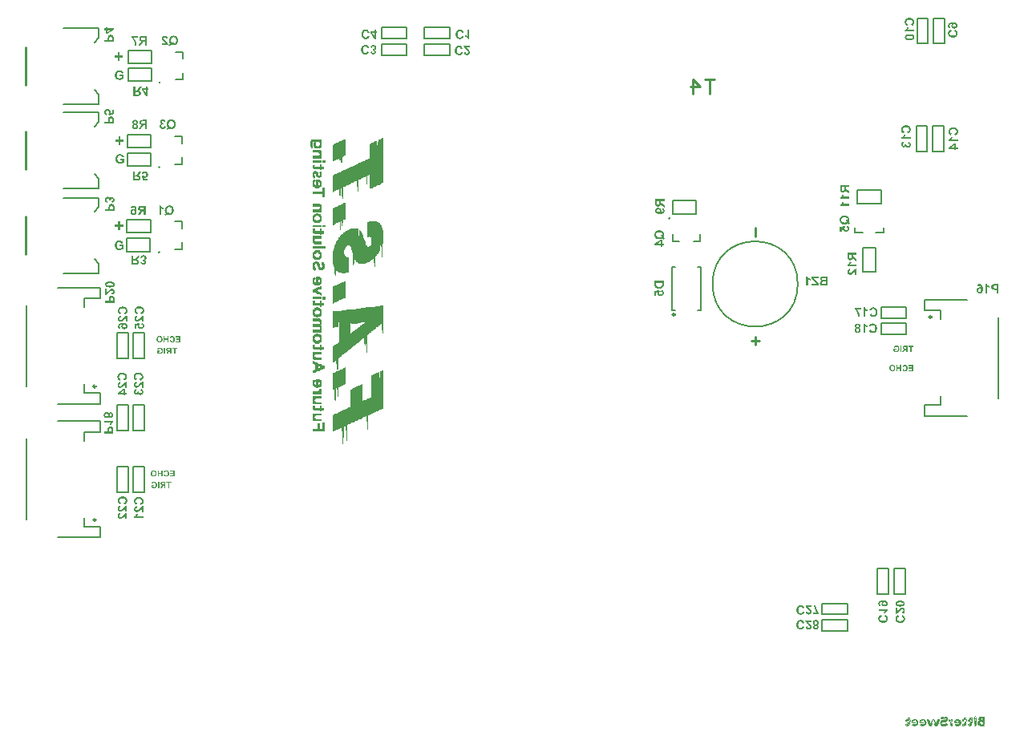
<source format=gbo>
G04*
G04 #@! TF.GenerationSoftware,Altium Limited,Altium Designer,21.3.2 (30)*
G04*
G04 Layer_Color=32896*
%FSTAX25Y25*%
%MOIN*%
G70*
G04*
G04 #@! TF.SameCoordinates,0E01897F-8C14-442C-AEF0-FA0E372BD8E1*
G04*
G04*
G04 #@! TF.FilePolarity,Positive*
G04*
G01*
G75*
%ADD10C,0.00984*%
%ADD11C,0.01000*%
%ADD13C,0.00500*%
%ADD14C,0.00787*%
%ADD15C,0.00600*%
%ADD112C,0.00000*%
G36*
X0281581Y0317521D02*
Y0317465D01*
Y0309625D01*
X0281136D01*
Y0309402D01*
X0280691D01*
Y030918D01*
X0280191D01*
Y0308902D01*
X0279746D01*
Y030868D01*
X0279023D01*
Y0308457D01*
X0278578D01*
Y0308235D01*
X0278134D01*
Y0308012D01*
X0277633D01*
Y030779D01*
X0277188D01*
Y0307512D01*
X0276743D01*
Y0307289D01*
X0276021D01*
Y0313072D01*
X0275798D01*
Y031285D01*
X0275353D01*
Y0312628D01*
X0275131D01*
Y0311015D01*
X0274853D01*
Y030918D01*
X027463D01*
Y0312405D01*
X0274408D01*
Y0312183D01*
X0273963D01*
Y031196D01*
X027324D01*
Y0311682D01*
X0272795D01*
Y031146D01*
X0272351D01*
Y0311237D01*
X027185D01*
Y0311015D01*
X0271405D01*
Y0310792D01*
X0271183D01*
Y0306122D01*
X027096D01*
Y0308012D01*
X0270683D01*
Y031057D01*
X027046D01*
Y0310292D01*
X0269793D01*
Y031007D01*
X0269292D01*
Y0309847D01*
X0268847D01*
Y0309625D01*
X0268403D01*
Y0309402D01*
X0267902D01*
Y030918D01*
X0267457D01*
Y0308902D01*
X026679D01*
Y030868D01*
X026629D01*
Y0308457D01*
X0265845D01*
Y0308235D01*
X02654D01*
Y0308012D01*
X0265122D01*
Y030779D01*
X0264899D01*
Y0303119D01*
X0264677D01*
Y0304064D01*
X0264455D01*
Y0307512D01*
X026401D01*
Y0304509D01*
X0263732D01*
Y0301506D01*
X0263509D01*
Y0304287D01*
X0263287D01*
Y0307067D01*
X0262842D01*
Y0306845D01*
X0262342D01*
Y0306622D01*
X0261897D01*
Y03064D01*
X0261452D01*
Y0306122D01*
X0260952D01*
Y0305899D01*
X0260507D01*
Y031285D01*
X0260952D01*
Y0313072D01*
X0261452D01*
Y031335D01*
X0261897D01*
Y0313573D01*
X0262342D01*
Y0313795D01*
X0262842D01*
Y0314018D01*
X0263509D01*
Y031424D01*
X026401D01*
Y0314462D01*
X0264455D01*
Y031474D01*
X0264899D01*
Y0314963D01*
X02654D01*
Y0315185D01*
X0265845D01*
Y0315408D01*
X0266512D01*
Y031563D01*
X0267013D01*
Y0315853D01*
X0267457D01*
Y0316131D01*
X0267902D01*
Y0316353D01*
X0268403D01*
Y0316575D01*
X0268847D01*
Y0316798D01*
X026957D01*
Y031702D01*
X0270015D01*
Y0317243D01*
X027046D01*
Y0317521D01*
X027096D01*
Y0317743D01*
X0271405D01*
Y0317966D01*
X027185D01*
Y0318188D01*
X0272351D01*
Y031841D01*
X0273018D01*
Y0318633D01*
X0273463D01*
Y0318911D01*
X0273963D01*
Y0319133D01*
X0274408D01*
Y0319356D01*
X0274853D01*
Y0319578D01*
X0275353D01*
Y03198D01*
X0276021D01*
Y0325862D01*
X0276243D01*
Y0326084D01*
X0276743D01*
Y0326306D01*
X0277188D01*
Y0326529D01*
X0277633D01*
Y0326751D01*
X0278134D01*
Y0326974D01*
X0278578D01*
Y0327252D01*
X0279023D01*
Y0325361D01*
X0279301D01*
Y0326751D01*
X0279524D01*
Y0327474D01*
X0279746D01*
Y0327696D01*
X0280191D01*
Y0327919D01*
X0280691D01*
Y0328141D01*
X0281136D01*
Y0328364D01*
X0281581D01*
Y0317521D01*
D02*
G37*
G36*
X0256114Y0326751D02*
X0255892D01*
Y0326529D01*
X0256114D01*
Y0324916D01*
X0255892D01*
Y0324471D01*
X0255669D01*
Y0324193D01*
X0255169D01*
Y0323971D01*
X0253556D01*
Y0324193D01*
X0253111D01*
Y0324471D01*
X0252889D01*
Y0324694D01*
X0252611D01*
Y0326529D01*
X0252889D01*
Y0326751D01*
X0252389D01*
Y0326529D01*
X0252166D01*
Y0324972D01*
Y0324916D01*
X0252389D01*
Y0324471D01*
X0252166D01*
Y0324193D01*
X0251499D01*
Y0324694D01*
X0251221D01*
Y0326974D01*
X0251499D01*
Y0327474D01*
X0251721D01*
Y0327696D01*
X0252166D01*
Y0327919D01*
X0256114D01*
Y0326751D01*
D02*
G37*
G36*
X0255669Y0323081D02*
X0255892D01*
Y0322803D01*
X0256114D01*
Y0321191D01*
X0255892D01*
Y0320968D01*
X0256114D01*
Y03198D01*
X0252166D01*
Y0320968D01*
X0254724D01*
Y0321191D01*
X0254946D01*
Y0321413D01*
X0255169D01*
Y0321914D01*
X0254946D01*
Y0322136D01*
X0254724D01*
Y0322358D01*
X0252166D01*
Y0323304D01*
X0255669D01*
Y0323081D01*
D02*
G37*
G36*
X0265845Y0320968D02*
X02654D01*
Y0320746D01*
X0264899D01*
Y0320523D01*
X0264677D01*
Y0318188D01*
X0264455D01*
Y031841D01*
X0264232D01*
Y0317966D01*
X026401D01*
Y0318077D01*
Y0318132D01*
Y0319133D01*
X0263732D01*
Y0316353D01*
X0263509D01*
Y0319133D01*
X0263287D01*
Y03198D01*
X0263065D01*
Y0319578D01*
X0262342D01*
Y0319356D01*
X0261897D01*
Y0319133D01*
X0261452D01*
Y0318911D01*
X0260952D01*
Y0318633D01*
X0260507D01*
Y0325583D01*
X0260952D01*
Y0325862D01*
X0261452D01*
Y0326084D01*
X0261897D01*
Y0326306D01*
X0262342D01*
Y0326529D01*
X0262842D01*
Y0326751D01*
X0263287D01*
Y0326974D01*
X026401D01*
Y0327252D01*
X0264455D01*
Y0327474D01*
X0264899D01*
Y0327696D01*
X02654D01*
Y0327919D01*
X0265845D01*
Y0320968D01*
D02*
G37*
G36*
X0257504Y0317966D02*
X0256336D01*
Y0319133D01*
X0257504D01*
Y0317966D01*
D02*
G37*
G36*
X0256114Y03188D02*
Y0318744D01*
Y0317966D01*
X0252166D01*
Y0319133D01*
X0256114D01*
Y03188D01*
D02*
G37*
G36*
Y0316353D02*
X0257059D01*
Y0315408D01*
X0256114D01*
Y0315185D01*
Y031513D01*
Y0314963D01*
X0255169D01*
Y0315408D01*
X0252611D01*
Y031563D01*
X0252389D01*
Y0315853D01*
X0252166D01*
Y0317243D01*
X0253334D01*
Y0316798D01*
X0253111D01*
Y0316575D01*
X0253334D01*
Y0316353D01*
X0255169D01*
Y0317521D01*
X0256114D01*
Y0316353D01*
D02*
G37*
G36*
X0253779Y0314462D02*
X0254279D01*
Y031424D01*
X0254502D01*
Y0313573D01*
X0254724D01*
Y031285D01*
X0255169D01*
Y0313795D01*
X0254946D01*
Y031424D01*
X0255169D01*
Y0314462D01*
X0255892D01*
Y0314018D01*
X0256114D01*
Y0312405D01*
X0255892D01*
Y031196D01*
X0255391D01*
Y0311682D01*
X0254502D01*
Y031196D01*
X0254001D01*
Y0312405D01*
X0253779D01*
Y0313072D01*
X0253556D01*
Y0313573D01*
X0253111D01*
Y0312628D01*
X0253334D01*
Y0312183D01*
X0253556D01*
Y031196D01*
X0253334D01*
Y0311682D01*
X0253111D01*
Y031146D01*
X0252611D01*
Y031196D01*
X0252389D01*
Y0312405D01*
X0252166D01*
Y0314018D01*
X0252389D01*
Y031424D01*
X0252611D01*
Y0314462D01*
X0252889D01*
Y031474D01*
X0253779D01*
Y0314462D01*
D02*
G37*
G36*
X0254946Y0311015D02*
X0255391D01*
Y0310792D01*
X0255669D01*
Y031057D01*
X0255892D01*
Y0310292D01*
X0256114D01*
Y0308457D01*
X0255892D01*
Y0308235D01*
X0255669D01*
Y0308012D01*
X0255391D01*
Y030779D01*
X0254946D01*
Y0307512D01*
X0253334D01*
Y030779D01*
X0252889D01*
Y0308012D01*
X0252611D01*
Y0308235D01*
X0252389D01*
Y030868D01*
X0252166D01*
Y0310292D01*
X0252389D01*
Y0310792D01*
X0252611D01*
Y0311015D01*
X0253334D01*
Y0310792D01*
X0253556D01*
Y0310292D01*
X0253334D01*
Y031007D01*
X0253111D01*
Y030918D01*
X0253334D01*
Y0308902D01*
X0253556D01*
Y030868D01*
X0253779D01*
Y0309847D01*
Y0309903D01*
Y0311237D01*
X0254946D01*
Y0311015D01*
D02*
G37*
G36*
X0257282Y0305621D02*
Y0305566D01*
Y030362D01*
X0256336D01*
Y0305232D01*
X0252166D01*
Y0306122D01*
X0256336D01*
Y030779D01*
X0257282D01*
Y0305621D01*
D02*
G37*
G36*
X0255391Y0300839D02*
X0255892D01*
Y0300339D01*
X0256114D01*
Y0298949D01*
X0255892D01*
Y0298726D01*
X0256114D01*
Y0297559D01*
X0252166D01*
Y0298726D01*
X0254946D01*
Y0298949D01*
X0255169D01*
Y0299672D01*
X0254946D01*
Y0299894D01*
X0252166D01*
Y0301062D01*
X0255391D01*
Y0300839D01*
D02*
G37*
G36*
X0254502Y0296891D02*
X0255169D01*
Y0296669D01*
X0255669D01*
Y0296168D01*
X0255892D01*
Y0295946D01*
X0256114D01*
Y0294111D01*
X0255892D01*
Y0293611D01*
X0255669D01*
Y0293388D01*
X0255391D01*
Y0293166D01*
X0254946D01*
Y0292943D01*
X0253334D01*
Y0293166D01*
X0252889D01*
Y0293388D01*
X0252611D01*
Y0293611D01*
X0252389D01*
Y0294111D01*
X0252166D01*
Y0295724D01*
X0252389D01*
Y0296168D01*
X0252611D01*
Y0296391D01*
X0252889D01*
Y0296446D01*
Y0296502D01*
Y0296669D01*
X0253111D01*
Y0296891D01*
X0253779D01*
Y0297114D01*
X0254502D01*
Y0296891D01*
D02*
G37*
G36*
X0266067Y0299115D02*
Y029906D01*
Y0294556D01*
X0265622D01*
Y0294334D01*
X0265122D01*
Y0294111D01*
X0264899D01*
Y0293166D01*
X0264677D01*
Y0291776D01*
X0264455D01*
Y0293889D01*
X0264232D01*
Y0293611D01*
X026401D01*
Y0289941D01*
X0263732D01*
Y029083D01*
X0263509D01*
Y0293388D01*
X0263065D01*
Y0293166D01*
X026262D01*
Y0292943D01*
X0262119D01*
Y0292721D01*
X0261674D01*
Y0292498D01*
X026123D01*
Y029222D01*
X0260507D01*
Y0299171D01*
X0260952D01*
Y0299449D01*
X0261674D01*
Y0299672D01*
X0262119D01*
Y0299894D01*
X026262D01*
Y0300116D01*
X0263065D01*
Y0300339D01*
X0263509D01*
Y0300561D01*
X026401D01*
Y0300839D01*
X0264677D01*
Y0301062D01*
X0265122D01*
Y0301284D01*
X0265622D01*
Y0301506D01*
X0266067D01*
Y0299115D01*
D02*
G37*
G36*
X0257504Y0292165D02*
Y0291331D01*
X0256336D01*
Y029222D01*
X0257504D01*
Y0292165D01*
D02*
G37*
G36*
X0256114Y0291331D02*
X0252166D01*
Y029222D01*
X0256114D01*
Y0291331D01*
D02*
G37*
G36*
Y0289718D02*
X0257059D01*
Y0288551D01*
X0256114D01*
Y028805D01*
X0255169D01*
Y0288551D01*
X0252889D01*
Y0288773D01*
X0252389D01*
Y0288995D01*
X0252166D01*
Y0290386D01*
X0252389D01*
Y0290608D01*
X0253334D01*
Y0289718D01*
X0255169D01*
Y0290608D01*
X0256114D01*
Y0289718D01*
D02*
G37*
G36*
Y0286438D02*
X0253334D01*
Y0285993D01*
X0253111D01*
Y028577D01*
X0253334D01*
Y028527D01*
X0256114D01*
Y0284158D01*
X0252889D01*
Y028438D01*
X0252611D01*
Y0284603D01*
X0252389D01*
Y0284825D01*
X0252166D01*
Y0286215D01*
X0252389D01*
Y0286438D01*
X0252166D01*
Y0287605D01*
X0256114D01*
Y0286438D01*
D02*
G37*
G36*
X0278134Y0293611D02*
X0279023D01*
Y0293388D01*
X0279524D01*
Y0293166D01*
X0279969D01*
Y0292943D01*
X0280191D01*
Y0292721D01*
X0280413D01*
Y0292498D01*
X0280691D01*
Y0291998D01*
X0280914D01*
Y0291553D01*
X0281136D01*
Y0291108D01*
X0281359D01*
Y0289941D01*
X0281581D01*
Y028438D01*
X0281359D01*
Y0278597D01*
X0281136D01*
Y0278097D01*
X0280914D01*
Y028299D01*
X0280691D01*
Y0283657D01*
X0280413D01*
Y0281822D01*
X0280191D01*
Y0281378D01*
X0279969D01*
Y0280877D01*
X0279746D01*
Y0280655D01*
X0279524D01*
Y028021D01*
X0279301D01*
Y0279988D01*
X0279023D01*
Y0279487D01*
X0278801D01*
Y0279265D01*
X0278578D01*
Y0279042D01*
X0278356D01*
Y0274649D01*
X0278134D01*
Y0272759D01*
X0277911D01*
Y0276484D01*
X0277633D01*
Y0278097D01*
X0277411D01*
Y0277874D01*
X0276966D01*
Y0277652D01*
X0276743D01*
Y027743D01*
X0276243D01*
Y0277207D01*
X0276021D01*
Y0276929D01*
X0275576D01*
Y0276707D01*
X0275131D01*
Y0276484D01*
X0274408D01*
Y0276262D01*
X0273463D01*
Y027604D01*
X0272073D01*
Y0276262D01*
X0271405D01*
Y0276484D01*
X027096D01*
Y0276707D01*
X0270683D01*
Y0276929D01*
X027046D01*
Y0277207D01*
X0270238D01*
Y027743D01*
X0270015D01*
Y0277652D01*
X0269793D01*
Y0278097D01*
X026957D01*
Y0276262D01*
X0269292D01*
Y0275317D01*
X026907D01*
Y0279709D01*
X0268847D01*
Y0280655D01*
X0268625D01*
Y02816D01*
X0268403D01*
Y0282267D01*
X026818D01*
Y028299D01*
X0267902D01*
Y0283435D01*
X026768D01*
Y0283657D01*
X0267457D01*
Y028388D01*
X0267013D01*
Y0283657D01*
X0266512D01*
Y0283435D01*
X026629D01*
Y0283212D01*
X0266067D01*
Y028299D01*
X0265845D01*
Y028249D01*
X0265622D01*
Y02816D01*
X02654D01*
Y0279988D01*
X0265622D01*
Y0279265D01*
X0265845D01*
Y0279042D01*
X026629D01*
Y027882D01*
X0267457D01*
Y0272536D01*
X026679D01*
Y0272314D01*
X0265845D01*
Y0272092D01*
X0264232D01*
Y0272314D01*
X0263287D01*
Y0272536D01*
X0262842D01*
Y0272759D01*
X026262D01*
Y0273037D01*
X0262342D01*
Y0273259D01*
X0262119D01*
Y0273482D01*
X0261897D01*
Y0271146D01*
X0261674D01*
Y0271869D01*
X0261452D01*
Y0274149D01*
X026123D01*
Y0274872D01*
X0260952D01*
Y0275817D01*
X0260729D01*
Y0276651D01*
Y0276707D01*
Y0277207D01*
X0260507D01*
Y0279265D01*
X0260729D01*
Y0281378D01*
X0260952D01*
Y0282267D01*
X026123D01*
Y0283212D01*
X0261452D01*
Y028388D01*
X0261674D01*
Y028438D01*
X0261897D01*
Y0285048D01*
X0262119D01*
Y0285548D01*
X0262342D01*
Y028577D01*
X026262D01*
Y0286215D01*
X0262842D01*
Y0286438D01*
X0263065D01*
Y0286938D01*
X0263287D01*
Y028716D01*
X0263509D01*
Y0287383D01*
X0263732D01*
Y0287828D01*
X026401D01*
Y028805D01*
X0264232D01*
Y0288328D01*
X0264455D01*
Y0288551D01*
X0264899D01*
Y0288773D01*
X0265122D01*
Y0288995D01*
X02654D01*
Y0289218D01*
X0265622D01*
Y028944D01*
X0266067D01*
Y0289718D01*
X0266512D01*
Y0289941D01*
X026679D01*
Y0290163D01*
X0267235D01*
Y0290386D01*
X0267902D01*
Y0290608D01*
X0268403D01*
Y029083D01*
X027096D01*
Y0290608D01*
X0271405D01*
Y0287828D01*
X0271628D01*
Y0290163D01*
X0272073D01*
Y0289718D01*
X0272351D01*
Y028944D01*
X0272573D01*
Y0289218D01*
X0272795D01*
Y0288773D01*
X0273018D01*
Y028805D01*
X027324D01*
Y0287605D01*
X0273463D01*
Y028666D01*
X0273741D01*
Y0285993D01*
X0273963D01*
Y028527D01*
X0274186D01*
Y0284603D01*
X0274408D01*
Y028388D01*
X027463D01*
Y0283657D01*
X0274853D01*
Y0283212D01*
X0275798D01*
Y0283435D01*
X0276243D01*
Y028388D01*
X0276521D01*
Y028438D01*
X0276743D01*
Y028666D01*
X0276521D01*
Y028716D01*
X0276021D01*
Y0287383D01*
X0275576D01*
Y028716D01*
X0275131D01*
Y0293388D01*
X0275576D01*
Y0293611D01*
X0276743D01*
Y0293889D01*
X0278134D01*
Y0293611D01*
D02*
G37*
G36*
X0257504Y0282267D02*
X0252166D01*
Y0283435D01*
X0257504D01*
Y0282267D01*
D02*
G37*
G36*
X0255169Y0281378D02*
X0255391D01*
Y02811D01*
X0255669D01*
Y0280877D01*
X0255892D01*
Y0280432D01*
X0256114D01*
Y027882D01*
X0255892D01*
Y0278319D01*
X0255669D01*
Y0278097D01*
X0255391D01*
Y0277874D01*
X0255169D01*
Y0277652D01*
X0253334D01*
Y0277874D01*
X0252889D01*
Y0278097D01*
X0252611D01*
Y0278319D01*
X0252389D01*
Y027882D01*
X0252166D01*
Y0279042D01*
Y0279098D01*
Y0280432D01*
X0252389D01*
Y0280877D01*
X0252611D01*
Y02811D01*
X0252889D01*
Y0281378D01*
X0253334D01*
Y02816D01*
X0255169D01*
Y0281378D01*
D02*
G37*
G36*
X0254279Y0276929D02*
X0254724D01*
Y0276707D01*
X0254946D01*
Y0276262D01*
X0255169D01*
Y0275317D01*
X0255391D01*
Y0274649D01*
X0255669D01*
Y0274427D01*
X0256114D01*
Y0274649D01*
X0256336D01*
Y0275539D01*
X0256114D01*
Y027604D01*
X0255892D01*
Y0276707D01*
X0256336D01*
Y0276929D01*
X0256781D01*
Y0276707D01*
X0257059D01*
Y0276262D01*
X0257282D01*
Y0274149D01*
X0257059D01*
Y0273926D01*
X0256781D01*
Y0273704D01*
X0256559D01*
Y0273482D01*
X0254946D01*
Y0273704D01*
X0254724D01*
Y0273926D01*
X0254502D01*
Y0274649D01*
X0254279D01*
Y0275539D01*
X0254001D01*
Y027604D01*
X0253334D01*
Y0275539D01*
X0253111D01*
Y0275094D01*
X0253334D01*
Y0274427D01*
X0253556D01*
Y0274149D01*
X0253779D01*
Y0273704D01*
X0253556D01*
Y0273482D01*
X0253334D01*
Y0273259D01*
X0252889D01*
Y0273482D01*
X0252611D01*
Y0273926D01*
X0252389D01*
Y0274427D01*
X0252166D01*
Y027604D01*
X0252389D01*
Y0276484D01*
X0252611D01*
Y0276707D01*
X0252889D01*
Y0276929D01*
X0253334D01*
Y0277207D01*
X0254279D01*
Y0276929D01*
D02*
G37*
G36*
X0255169Y0270479D02*
X0255669D01*
Y0270257D01*
X0255892D01*
Y0269756D01*
X0256114D01*
Y0268144D01*
X0255892D01*
Y0267699D01*
X0255669D01*
Y0267476D01*
X0255169D01*
Y0267198D01*
X0254502D01*
Y0266976D01*
X0253779D01*
Y0267198D01*
X0253111D01*
Y0267476D01*
X0252611D01*
Y0267921D01*
X0252389D01*
Y0268366D01*
X0252166D01*
Y0269756D01*
X0252389D01*
Y0270257D01*
X0252611D01*
Y0270312D01*
Y0270479D01*
X0252889D01*
Y0270702D01*
X0253111D01*
Y0270479D01*
X0253334D01*
Y0270257D01*
X0253556D01*
Y0269756D01*
X0253334D01*
Y0269534D01*
X0253111D01*
Y0268588D01*
X0253334D01*
Y0268366D01*
X0253556D01*
Y0268144D01*
X0253779D01*
Y0270702D01*
X0255169D01*
Y0270479D01*
D02*
G37*
G36*
X0256114Y0265586D02*
X0255391D01*
Y0265363D01*
X0254724D01*
Y0265141D01*
X0254279D01*
Y0264919D01*
X0254001D01*
Y0264696D01*
X0254502D01*
Y0264418D01*
X0255169D01*
Y0264196D01*
X0255892D01*
Y0263973D01*
X0256114D01*
Y0263695D01*
Y026364D01*
Y0262806D01*
X0255669D01*
Y0263028D01*
X0255169D01*
Y0263306D01*
X0254724D01*
Y0263528D01*
X0254001D01*
Y0263751D01*
X0253556D01*
Y0263973D01*
X0252889D01*
Y0264196D01*
X0252389D01*
Y0264418D01*
X0252166D01*
Y0265363D01*
X0252611D01*
Y0265586D01*
X0253111D01*
Y0265808D01*
X0253779D01*
Y0266086D01*
X0254279D01*
Y0266309D01*
X0254946D01*
Y0266531D01*
X0255391D01*
Y0266754D01*
X0256114D01*
Y0265586D01*
D02*
G37*
G36*
Y0261415D02*
X0252166D01*
Y0262361D01*
X0256114D01*
Y0261415D01*
D02*
G37*
G36*
X0257504Y0261193D02*
X0256336D01*
Y0262027D01*
Y0262083D01*
Y0262361D01*
X0257504D01*
Y0261193D01*
D02*
G37*
G36*
X0256114Y0260415D02*
Y0260359D01*
Y0259803D01*
X0257059D01*
Y0258635D01*
X0256114D01*
Y025819D01*
X0255169D01*
Y0258635D01*
X0252611D01*
Y0258858D01*
X0252389D01*
Y0259136D01*
X0252166D01*
Y0260526D01*
X0252389D01*
Y0260748D01*
X0253334D01*
Y0259803D01*
X0255169D01*
Y0260748D01*
X0256114D01*
Y0260415D01*
D02*
G37*
G36*
X0266067Y0262138D02*
X0265845D01*
Y0261916D01*
X02654D01*
Y0261638D01*
X0264899D01*
Y0261415D01*
X0264455D01*
Y0258858D01*
X0264232D01*
Y0261193D01*
X026401D01*
Y0260971D01*
X0263287D01*
Y0260748D01*
X0262842D01*
Y0260526D01*
X0262342D01*
Y0260248D01*
X0261897D01*
Y0260025D01*
X0261452D01*
Y0259803D01*
X0260952D01*
Y025958D01*
X0260507D01*
Y0259636D01*
Y0266531D01*
X0260729D01*
Y0266754D01*
X026123D01*
Y0266976D01*
X0262119D01*
Y0267198D01*
X0262342D01*
Y0267476D01*
X0262842D01*
Y0267699D01*
X0263287D01*
Y0267921D01*
X0263732D01*
Y0268144D01*
X0264232D01*
Y0268366D01*
X0264899D01*
Y0268588D01*
X02654D01*
Y0268866D01*
X0266067D01*
Y0262138D01*
D02*
G37*
G36*
X0254724Y0257746D02*
X0255391D01*
Y0257468D01*
X0255669D01*
Y0257245D01*
X0255892D01*
Y02568D01*
X0256114D01*
Y0254965D01*
X0255892D01*
Y0254465D01*
X0255669D01*
Y0254242D01*
X0255169D01*
Y025402D01*
X0254724D01*
Y0253798D01*
X0253556D01*
Y025402D01*
X0253111D01*
Y0254242D01*
X0252611D01*
Y0254687D01*
X0252389D01*
Y0255188D01*
X0252166D01*
Y0255577D01*
Y0255632D01*
Y0256578D01*
X0252389D01*
Y0257023D01*
X0252611D01*
Y0257245D01*
X0252889D01*
Y0257468D01*
X0253111D01*
Y0257746D01*
X0253556D01*
Y0257968D01*
X0254724D01*
Y0257746D01*
D02*
G37*
G36*
X0255169Y0253075D02*
X0255669D01*
Y0252852D01*
X0255892D01*
Y025263D01*
X0256114D01*
Y0251017D01*
X0255892D01*
Y0250795D01*
X0255669D01*
Y0250517D01*
X0255892D01*
Y0250294D01*
X0256114D01*
Y0248904D01*
X0255892D01*
Y0248682D01*
X0256114D01*
Y0247514D01*
X0252166D01*
Y0248682D01*
X0254946D01*
Y0248904D01*
X0255169D01*
Y0249627D01*
X0254946D01*
Y024985D01*
X0252166D01*
Y0251017D01*
X0254946D01*
Y025124D01*
X0255169D01*
Y0251907D01*
X0254946D01*
Y0252185D01*
X0252166D01*
Y0253297D01*
X0255169D01*
Y0253075D01*
D02*
G37*
G36*
X0281581Y0247069D02*
X0281359D01*
Y024846D01*
X0281136D01*
Y0250795D01*
X0280914D01*
Y0251017D01*
X0280691D01*
Y0250795D01*
X0280191D01*
Y0250517D01*
X0279969D01*
Y0250294D01*
X0279746D01*
Y0250072D01*
X0279524D01*
Y024985D01*
X0279023D01*
Y0249627D01*
X0278801D01*
Y0249405D01*
X0278578D01*
Y0249127D01*
X0278356D01*
Y0248904D01*
X0277911D01*
Y0248682D01*
X0277633D01*
Y024846D01*
X0277411D01*
Y0248237D01*
X0277188D01*
Y0248015D01*
X0276743D01*
Y0247737D01*
X0276521D01*
Y0247514D01*
X0276243D01*
Y0247292D01*
X0276021D01*
Y0247069D01*
X0275576D01*
Y0246847D01*
X0275353D01*
Y0246346D01*
X0275131D01*
Y0240786D01*
X0274853D01*
Y0238951D01*
X027463D01*
Y0242899D01*
X0274408D01*
Y0247514D01*
X0274186D01*
Y0241954D01*
X0273963D01*
Y0242677D01*
X0273741D01*
Y0245234D01*
X0273463D01*
Y0244956D01*
X0273018D01*
Y0244734D01*
X0272795D01*
Y0244512D01*
X0272573D01*
Y0244289D01*
X0272351D01*
Y0244067D01*
X027185D01*
Y0243844D01*
X0271628D01*
Y0243566D01*
X0271405D01*
Y0243344D01*
X0271183D01*
Y0243122D01*
X0270683D01*
Y0242899D01*
X027046D01*
Y0242677D01*
X0270238D01*
Y0242454D01*
X0270015D01*
Y0242176D01*
X026957D01*
Y0241954D01*
X0269292D01*
Y0241731D01*
X026907D01*
Y0241509D01*
X0268847D01*
Y0241286D01*
X0268625D01*
Y0241064D01*
X026818D01*
Y0240786D01*
X0267902D01*
Y0240564D01*
X026768D01*
Y0240341D01*
X0267457D01*
Y0240119D01*
X0267013D01*
Y0239896D01*
X026679D01*
Y0239674D01*
X0266512D01*
Y0239396D01*
X026629D01*
Y0239174D01*
X0265845D01*
Y0238951D01*
X0265622D01*
Y0238729D01*
X02654D01*
Y0238506D01*
X0265122D01*
Y0238284D01*
X0264677D01*
Y0238006D01*
X0264455D01*
Y0237783D01*
X0264232D01*
Y0237561D01*
X026401D01*
Y0237338D01*
X0263732D01*
Y0237116D01*
X0263287D01*
Y0236894D01*
X0263065D01*
Y0236616D01*
X0262842D01*
Y0232223D01*
X0262342D01*
Y0234558D01*
X0262119D01*
Y0235948D01*
X0261897D01*
Y0235726D01*
X0261674D01*
Y0235504D01*
X0261452D01*
Y0235226D01*
X0260952D01*
Y0235003D01*
X0260507D01*
Y0241731D01*
X0260952D01*
Y0241954D01*
X026123D01*
Y0242176D01*
X0261452D01*
Y0242454D01*
X0261897D01*
Y0242677D01*
X0262119D01*
Y0242899D01*
X026262D01*
Y0243122D01*
X0262842D01*
Y0243344D01*
X0263065D01*
Y0243566D01*
X0263287D01*
Y0251685D01*
X0263065D01*
Y0250294D01*
X0262842D01*
Y024985D01*
X0262342D01*
Y0249627D01*
X026123D01*
Y0249405D01*
X0260507D01*
Y0256355D01*
X0262342D01*
Y0256578D01*
X0264455D01*
Y02568D01*
X026629D01*
Y0257023D01*
X0268403D01*
Y0257245D01*
X027046D01*
Y0257468D01*
X0272351D01*
Y0257746D01*
X0274408D01*
Y0257968D01*
X0276243D01*
Y025819D01*
X0278356D01*
Y0258413D01*
X0280191D01*
Y0258635D01*
X0281581D01*
Y0247069D01*
D02*
G37*
G36*
X0254502Y0246847D02*
X0255169D01*
Y0246624D01*
X0255669D01*
Y0246346D01*
X0255892D01*
Y0245902D01*
X0256114D01*
Y0244067D01*
X0255892D01*
Y0243566D01*
X0255669D01*
Y0243344D01*
X0255391D01*
Y0243122D01*
X0254946D01*
Y0242899D01*
X0253334D01*
Y0243122D01*
X0252889D01*
Y0243344D01*
X0252611D01*
Y0243844D01*
X0252389D01*
Y0244067D01*
X0252166D01*
Y0245679D01*
X0252389D01*
Y0246124D01*
X0252611D01*
Y0246346D01*
X0252889D01*
Y0246624D01*
X0253111D01*
Y0246847D01*
X0253779D01*
Y0247069D01*
X0254502D01*
Y0246847D01*
D02*
G37*
G36*
X0256114Y0241509D02*
X0257059D01*
Y0241231D01*
Y0241175D01*
Y0240564D01*
X0256114D01*
Y0240119D01*
X0255169D01*
Y0240564D01*
X0252611D01*
Y0240786D01*
X0252389D01*
Y0241064D01*
X0252166D01*
Y0242176D01*
X0252389D01*
Y0242454D01*
X0253334D01*
Y0241954D01*
X0253111D01*
Y0241731D01*
X0253334D01*
Y0241509D01*
X0255169D01*
Y0242454D01*
X0256114D01*
Y0241509D01*
D02*
G37*
G36*
Y0238506D02*
X0253556D01*
Y0238284D01*
X0253334D01*
Y0238006D01*
X0253111D01*
Y0237561D01*
X0253334D01*
Y0237338D01*
X0253556D01*
Y0237116D01*
X0256114D01*
Y0236171D01*
X0252611D01*
Y0236393D01*
X0252389D01*
Y0236894D01*
X0252166D01*
Y0238006D01*
X0252389D01*
Y0238506D01*
X0252166D01*
Y0239396D01*
X0256114D01*
Y0238506D01*
D02*
G37*
G36*
X0252611Y0235504D02*
X0253334D01*
Y0235226D01*
X0253779D01*
Y0235003D01*
X0254279D01*
Y0234781D01*
X0254724D01*
Y0234558D01*
X0255391D01*
Y0234336D01*
X0255892D01*
Y0234114D01*
X0256336D01*
Y0233835D01*
X0257059D01*
Y0233613D01*
X0257282D01*
Y0232445D01*
X0256781D01*
Y0232223D01*
X0256114D01*
Y0232D01*
X0255669D01*
Y0231778D01*
X0255169D01*
Y0231556D01*
X0254724D01*
Y0231333D01*
X0254001D01*
Y0231055D01*
X0253556D01*
Y0230833D01*
X0253111D01*
Y023061D01*
X0252389D01*
Y0230388D01*
X0252166D01*
Y0231556D01*
X0252389D01*
Y0231778D01*
X0253111D01*
Y0232D01*
X0253334D01*
Y0234114D01*
X0253111D01*
Y0234336D01*
X0252611D01*
Y0234558D01*
X0252166D01*
Y0235726D01*
X0252611D01*
Y0235504D01*
D02*
G37*
G36*
X0281581Y0215764D02*
X0280914D01*
Y0215541D01*
X0280413D01*
Y0215319D01*
X0279969D01*
Y0215097D01*
X0279524D01*
Y0214874D01*
X0279023D01*
Y0214652D01*
X0278578D01*
Y0214374D01*
X0278134D01*
Y0214151D01*
X0277411D01*
Y0213929D01*
X0276966D01*
Y0213706D01*
X0276521D01*
Y0213484D01*
X0276021D01*
Y0213262D01*
X0275576D01*
Y0212984D01*
X0275353D01*
Y0206978D01*
X0275131D01*
Y0208146D01*
X0274853D01*
Y0210481D01*
X027463D01*
Y0212761D01*
X0274408D01*
Y0212539D01*
X0273963D01*
Y0212316D01*
X0273463D01*
Y0212094D01*
X0273018D01*
Y0211872D01*
X0272573D01*
Y0211594D01*
X0272073D01*
Y0211371D01*
X0271405D01*
Y0211149D01*
X027096D01*
Y0210926D01*
X027046D01*
Y0210704D01*
X0270015D01*
Y0210481D01*
X026957D01*
Y0210203D01*
X026907D01*
Y0209981D01*
X0268403D01*
Y0209759D01*
X0267902D01*
Y0209536D01*
X0267457D01*
Y0209314D01*
X0267013D01*
Y0209091D01*
X026679D01*
Y0203976D01*
X0266512D01*
Y0202586D01*
X026629D01*
Y0206756D01*
X0266067D01*
Y0208591D01*
X02654D01*
Y0203753D01*
X0265122D01*
Y0199583D01*
X0264899D01*
Y0200973D01*
X0264677D01*
Y0206534D01*
X0264455D01*
Y0207924D01*
X026401D01*
Y0207701D01*
X0263509D01*
Y0207423D01*
X0263065D01*
Y0207201D01*
X0262342D01*
Y0206978D01*
X0261897D01*
Y0206756D01*
X0261452D01*
Y0206534D01*
X0260952D01*
Y0206311D01*
X0260507D01*
Y0213262D01*
X0260952D01*
Y0213484D01*
X0261452D01*
Y0213706D01*
X0262119D01*
Y0213929D01*
X026262D01*
Y0214151D01*
X0263065D01*
Y0214374D01*
X0263509D01*
Y0214652D01*
X026401D01*
Y0214874D01*
X0264455D01*
Y0215097D01*
X0265122D01*
Y0215319D01*
X0265622D01*
Y0215541D01*
X0266067D01*
Y0215764D01*
X0266512D01*
Y0216042D01*
X0267013D01*
Y0216264D01*
X0267457D01*
Y0216487D01*
X026768D01*
Y0216264D01*
X0267902D01*
Y0223882D01*
X0268625D01*
Y0224105D01*
X026907D01*
Y0224383D01*
X026957D01*
Y0224605D01*
X0270015D01*
Y0224828D01*
X027046D01*
Y022505D01*
X027096D01*
Y0225272D01*
X0271628D01*
Y0225495D01*
X0272073D01*
Y0225773D01*
X0272573D01*
Y0225995D01*
X0273018D01*
Y0223549D01*
Y0223493D01*
Y0219044D01*
X0273463D01*
Y0219267D01*
X0274186D01*
Y0219489D01*
X027463D01*
Y0219712D01*
X0275131D01*
Y0219934D01*
X0275576D01*
Y0220212D01*
X0276021D01*
Y0220435D01*
X0276521D01*
Y0229665D01*
X0277188D01*
Y0229943D01*
X0277633D01*
Y0230166D01*
X0278134D01*
Y0230388D01*
X0278578D01*
Y023061D01*
X0279023D01*
Y0230833D01*
X0279524D01*
Y0231055D01*
X0279969D01*
Y0228775D01*
X0280191D01*
Y0231333D01*
X0280691D01*
Y0231556D01*
X0281136D01*
Y0231778D01*
X0281581D01*
Y0215764D01*
D02*
G37*
G36*
X0255169Y022783D02*
X0255669D01*
Y0227608D01*
X0255892D01*
Y0227163D01*
X0256114D01*
Y0225495D01*
X0255892D01*
Y0225217D01*
Y0225161D01*
Y022505D01*
X0255669D01*
Y0224828D01*
X0255169D01*
Y0224605D01*
X0254502D01*
Y0224383D01*
X0253779D01*
Y0224605D01*
X0253111D01*
Y0224828D01*
X0252889D01*
Y022505D01*
X0252611D01*
Y0225272D01*
X0252389D01*
Y0225773D01*
X0252166D01*
Y0227163D01*
X0252389D01*
Y0227608D01*
X0252611D01*
Y022783D01*
X0252889D01*
Y0228052D01*
X0253111D01*
Y022783D01*
X0253334D01*
Y0227608D01*
X0253556D01*
Y0227163D01*
X0253334D01*
Y0226885D01*
X0253111D01*
Y0225995D01*
X0253334D01*
Y0225773D01*
X0253556D01*
Y0225495D01*
X0253779D01*
Y0228052D01*
X0255169D01*
Y022783D01*
D02*
G37*
G36*
X0256114Y0223215D02*
X0255892D01*
Y0222992D01*
X0256114D01*
Y0221825D01*
X0252166D01*
Y0222992D01*
X0254502D01*
Y0223215D01*
X0254724D01*
Y0223437D01*
X0254946D01*
Y0224105D01*
X0256114D01*
Y0223215D01*
D02*
G37*
G36*
X0266067Y0225995D02*
X0265622D01*
Y0225773D01*
X0265122D01*
Y0225495D01*
X0264677D01*
Y0225272D01*
X0264232D01*
Y022505D01*
X0263732D01*
Y0224828D01*
X0263287D01*
Y0224605D01*
X0263065D01*
Y0223437D01*
X0262842D01*
Y022088D01*
X026262D01*
Y0223882D01*
X0262342D01*
Y0224383D01*
X0262119D01*
Y0223882D01*
X0261897D01*
Y0219044D01*
X0261674D01*
Y0219489D01*
X0261452D01*
Y0221491D01*
Y0221547D01*
Y0223882D01*
X026123D01*
Y022366D01*
X0260507D01*
Y023061D01*
X0260952D01*
Y0230833D01*
X0261674D01*
Y0231055D01*
X0262119D01*
Y0231333D01*
X026262D01*
Y0231556D01*
X0263065D01*
Y0231778D01*
X0263509D01*
Y0232D01*
X0264232D01*
Y0232223D01*
X0264677D01*
Y0232445D01*
X0265122D01*
Y0232723D01*
X0265622D01*
Y0232946D01*
X0266067D01*
Y0225995D01*
D02*
G37*
G36*
X0256114Y0219934D02*
X0253556D01*
Y0219712D01*
X0253334D01*
Y0219489D01*
X0253111D01*
Y0219044D01*
X0253334D01*
Y0218822D01*
X0253779D01*
Y0218544D01*
X0256114D01*
Y0217654D01*
X0252889D01*
Y0217877D01*
X0252389D01*
Y0218322D01*
X0252166D01*
Y0219712D01*
X0252389D01*
Y0219934D01*
X0252166D01*
Y0221102D01*
X0256114D01*
Y0219934D01*
D02*
G37*
G36*
Y0216042D02*
X0257059D01*
Y0215097D01*
X0256114D01*
Y0214652D01*
X0255169D01*
Y0215097D01*
X0252611D01*
Y0215319D01*
X0252389D01*
Y0215541D01*
X0252166D01*
Y0216709D01*
X0252389D01*
Y0216932D01*
X0253334D01*
Y0216487D01*
X0253111D01*
Y0216264D01*
X0253334D01*
Y0216042D01*
X0255169D01*
Y0216932D01*
X0256114D01*
Y0216042D01*
D02*
G37*
G36*
Y0212984D02*
X0253556D01*
Y0212761D01*
X0253334D01*
Y0212539D01*
X0253111D01*
Y0212094D01*
X0253334D01*
Y0212038D01*
Y0211983D01*
Y0211872D01*
X0253556D01*
Y0211594D01*
X0256114D01*
Y0210704D01*
X0252611D01*
Y0210926D01*
X0252389D01*
Y0211371D01*
X0252166D01*
Y0212539D01*
X0252389D01*
Y0212984D01*
X0252166D01*
Y0213929D01*
X0256114D01*
Y0212984D01*
D02*
G37*
G36*
X0257282Y0206311D02*
X0252166D01*
Y0207423D01*
X0254279D01*
Y0209759D01*
X0255169D01*
Y0207423D01*
X0256336D01*
Y0209981D01*
X0257282D01*
Y0206311D01*
D02*
G37*
G36*
X0515058Y0087853D02*
X0515107D01*
Y008785D01*
X0515143D01*
Y0087848D01*
X0515195D01*
Y0087845D01*
X0515217D01*
Y0087842D01*
X0515242D01*
Y008784D01*
X0515261D01*
Y0087837D01*
X051528D01*
Y0087834D01*
X0515283D01*
Y0087837D01*
X0515291D01*
Y0087834D01*
X0515313D01*
Y0087831D01*
X0515324D01*
Y0087829D01*
X051534D01*
Y0087826D01*
X0515346D01*
Y0087829D01*
X0515351D01*
Y0087826D01*
X0515365D01*
Y0087823D01*
X0515379D01*
Y008782D01*
X0515392D01*
Y0087818D01*
X0515406D01*
Y0087815D01*
X0515425D01*
Y0087812D01*
X0515439D01*
Y0087809D01*
X051545D01*
Y0087807D01*
X0515461D01*
Y0087804D01*
X0515475D01*
Y0087801D01*
X0515488D01*
Y0087798D01*
X0515499D01*
Y0087796D01*
X0515508D01*
Y0087793D01*
X0515521D01*
Y008779D01*
X0515532D01*
Y0087787D01*
X0515541D01*
Y0087785D01*
X0515552D01*
Y0087782D01*
X0515562D01*
Y0087779D01*
X0515571D01*
Y0087776D01*
X0515582D01*
Y0087774D01*
X0515587D01*
Y0087771D01*
X0515598D01*
Y0087768D01*
X0515606D01*
Y0087766D01*
X0515615D01*
Y0087763D01*
X0515623D01*
Y008776D01*
X0515634D01*
Y0087757D01*
X0515636D01*
Y0087755D01*
X0515647D01*
Y0087752D01*
X0515653D01*
Y0087749D01*
X0515664D01*
Y0087746D01*
X0515669D01*
Y0087744D01*
X0515675D01*
Y0087741D01*
X0515683D01*
Y0087738D01*
X0515689D01*
Y0087735D01*
X0515694D01*
Y0087733D01*
X0515705D01*
Y008773D01*
X051571D01*
Y0087727D01*
X0515716D01*
Y0087724D01*
X0515724D01*
Y0087722D01*
X0515727D01*
Y0087719D01*
X0515735D01*
Y0087716D01*
X0515743D01*
Y0087713D01*
X0515746D01*
Y0087711D01*
X0515754D01*
Y0087708D01*
X0515757D01*
Y0087705D01*
X0515763D01*
Y0087703D01*
X0515773D01*
Y00877D01*
X0515776D01*
Y0087697D01*
X0515782D01*
Y0087694D01*
X0515787D01*
Y0087691D01*
X0515793D01*
Y0087689D01*
X0515798D01*
Y0087686D01*
X0515801D01*
Y0087683D01*
X0515806D01*
Y0087681D01*
X0515814D01*
Y0087678D01*
X0515817D01*
Y0087675D01*
X0515826D01*
Y0087672D01*
X0515828D01*
Y008767D01*
X0515831D01*
Y0087667D01*
X0515839D01*
Y0087664D01*
X0515842D01*
Y0087661D01*
X0515847D01*
Y0087659D01*
X0515853D01*
Y0087656D01*
X0515856D01*
Y0087653D01*
X0515861D01*
Y008765D01*
X0515867D01*
Y0087648D01*
X0515869D01*
Y0087645D01*
X0515875D01*
Y0087642D01*
X0515878D01*
Y0087639D01*
X0515883D01*
Y0087637D01*
X0515889D01*
Y0087634D01*
X0515891D01*
Y0087631D01*
X0515897D01*
Y0087629D01*
X0515902D01*
Y0087626D01*
X0515905D01*
Y0087623D01*
X0515908D01*
Y008762D01*
X051591D01*
Y0087617D01*
X0515916D01*
Y0087615D01*
X0515921D01*
Y0087612D01*
X0515924D01*
Y0087609D01*
X0515927D01*
Y0087607D01*
X0515932D01*
Y0087604D01*
X0515935D01*
Y0087601D01*
X0515938D01*
Y0087598D01*
X0515943D01*
Y0087596D01*
X0515946D01*
Y0087593D01*
X0515949D01*
Y008759D01*
X0515954D01*
Y0087587D01*
X0515957D01*
Y0087585D01*
X051596D01*
Y0087582D01*
X0515963D01*
Y0087579D01*
X0515968D01*
Y0087576D01*
X0515971D01*
Y0087574D01*
X0515974D01*
Y0087571D01*
X0515979D01*
Y0087568D01*
X0515982D01*
Y0087565D01*
X0515984D01*
Y0087563D01*
X0515987D01*
Y008756D01*
X051599D01*
Y0087557D01*
X0515993D01*
Y0087555D01*
X0515995D01*
Y0087552D01*
X0515998D01*
Y0087549D01*
X0516004D01*
Y0087546D01*
X0516006D01*
Y0087544D01*
X0516009D01*
Y0087541D01*
X0516012D01*
Y0087538D01*
X0516015D01*
Y0087535D01*
X0516017D01*
Y0087533D01*
X051602D01*
Y008753D01*
X0516023D01*
Y0087527D01*
X0516026D01*
Y0087524D01*
X0516028D01*
Y0087522D01*
X0516031D01*
Y0087519D01*
X0516034D01*
Y0087516D01*
X0516037D01*
Y0087513D01*
X0516039D01*
Y0087511D01*
X0516042D01*
Y0087508D01*
X0516045D01*
Y0087505D01*
X0516047D01*
Y0087502D01*
X051605D01*
Y00875D01*
X0516053D01*
Y0087497D01*
X0516056D01*
Y0087494D01*
X0516058D01*
Y0087492D01*
X0516061D01*
Y0087489D01*
X0516064D01*
Y0087486D01*
X0516067D01*
Y008748D01*
X0516069D01*
Y0087478D01*
X0516072D01*
Y0087475D01*
X0516075D01*
Y0087472D01*
X0516078D01*
Y008747D01*
X051608D01*
Y0087467D01*
X0516083D01*
Y0087464D01*
X0516086D01*
Y0087461D01*
X0516089D01*
Y0087459D01*
X0516091D01*
Y0087456D01*
X0516094D01*
Y008745D01*
X0516097D01*
Y0087448D01*
X05161D01*
Y0087445D01*
X0516102D01*
Y0087442D01*
X0516105D01*
Y0087437D01*
X0516108D01*
Y0087434D01*
X0516111D01*
Y0087428D01*
X0516113D01*
Y0087426D01*
X0516116D01*
Y0087423D01*
X0516119D01*
Y0087418D01*
X0516121D01*
Y0087415D01*
X0516124D01*
Y0087409D01*
X051613D01*
Y0087404D01*
X0516132D01*
Y0087398D01*
X0516135D01*
Y0087396D01*
X0516138D01*
Y0087393D01*
X0516141D01*
Y008739D01*
X0516143D01*
Y0087385D01*
X0516146D01*
Y0087379D01*
X0516149D01*
Y0087376D01*
X0516152D01*
Y0087374D01*
X0516154D01*
Y0087368D01*
X0516157D01*
Y0087365D01*
X051616D01*
Y008736D01*
X0516163D01*
Y0087354D01*
X0516165D01*
Y0087352D01*
X0516168D01*
Y0087346D01*
X0516171D01*
Y0087344D01*
X0516174D01*
Y0087338D01*
X0516176D01*
Y0087332D01*
X0516179D01*
Y0087327D01*
X0516182D01*
Y0087324D01*
X0516185D01*
Y0087319D01*
X0516187D01*
Y0087313D01*
X051619D01*
Y0087308D01*
X0516193D01*
Y0087305D01*
X0516195D01*
Y00873D01*
X0516198D01*
Y0087294D01*
X0516201D01*
Y0087289D01*
X0516204D01*
Y0087283D01*
X0516206D01*
Y0087278D01*
X0516209D01*
Y0087272D01*
X0516212D01*
Y0087267D01*
X0516215D01*
Y0087261D01*
X0516217D01*
Y0087256D01*
X051622D01*
Y008725D01*
X0516223D01*
Y0087242D01*
X0516226D01*
Y0087237D01*
X0516228D01*
Y0087231D01*
X0516231D01*
Y0087223D01*
X0516234D01*
Y0087217D01*
X0516237D01*
Y0087212D01*
X0516239D01*
Y0087204D01*
X0516242D01*
Y0087195D01*
X0516245D01*
Y008719D01*
X0516248D01*
Y0087179D01*
X051625D01*
Y0087174D01*
X0516253D01*
Y0087168D01*
X0516256D01*
Y0087157D01*
X0516258D01*
Y0087152D01*
X0516261D01*
Y0087138D01*
X0516264D01*
Y0087133D01*
X0516267D01*
Y0087124D01*
X0516269D01*
Y0087113D01*
X0516272D01*
Y0087105D01*
X0516275D01*
Y0087094D01*
X0516278D01*
Y008708D01*
X051628D01*
Y0087072D01*
X0516283D01*
Y0087061D01*
X0516286D01*
Y0087045D01*
X0516289D01*
Y0087037D01*
X0516291D01*
Y0087023D01*
X0516294D01*
Y0087009D01*
X0516297D01*
Y0086998D01*
X05163D01*
Y0086996D01*
X0516297D01*
Y008699D01*
X05163D01*
Y0086974D01*
X0516302D01*
Y008696D01*
X0516305D01*
Y0086943D01*
X0516308D01*
Y0086913D01*
X0516311D01*
Y0086891D01*
X0516313D01*
Y0086864D01*
X0516316D01*
Y0086834D01*
X0516319D01*
Y0086743D01*
X0516322D01*
Y0086677D01*
X0516319D01*
Y0086598D01*
X0516316D01*
Y0086571D01*
X0516313D01*
Y0086549D01*
X0516311D01*
Y0086532D01*
X0516308D01*
Y0086516D01*
X0516305D01*
Y0086513D01*
X0516308D01*
Y0086508D01*
X0516305D01*
Y0086488D01*
X0516302D01*
Y0086478D01*
X05163D01*
Y0086464D01*
X0516297D01*
Y0086445D01*
X0516294D01*
Y0086434D01*
X0516291D01*
Y0086423D01*
X0516289D01*
Y0086412D01*
X0516286D01*
Y0086398D01*
X0516283D01*
Y0086387D01*
X051628D01*
Y0086382D01*
X0516278D01*
Y0086368D01*
X0516275D01*
Y0086357D01*
X0516272D01*
Y0086351D01*
X0516269D01*
Y0086338D01*
X0516267D01*
Y0086332D01*
X0516264D01*
Y0086324D01*
X0516261D01*
Y0086313D01*
X0516258D01*
Y0086308D01*
X0516256D01*
Y0086297D01*
X0516253D01*
Y0086291D01*
X051625D01*
Y0086286D01*
X0516248D01*
Y0086275D01*
X0516245D01*
Y0086272D01*
X0516242D01*
Y0086264D01*
X0516239D01*
Y0086256D01*
X0516237D01*
Y008625D01*
X0516234D01*
Y0086242D01*
X0516231D01*
Y0086236D01*
X0516228D01*
Y0086231D01*
X0516226D01*
Y0086223D01*
X0516223D01*
Y008622D01*
X051622D01*
Y0086212D01*
X0516217D01*
Y0086203D01*
X0516215D01*
Y0086201D01*
X0516212D01*
Y0086195D01*
X0516209D01*
Y0086187D01*
X0516206D01*
Y0086181D01*
X0516204D01*
Y0086176D01*
X0516201D01*
Y0086171D01*
X0516198D01*
Y0086165D01*
X0516195D01*
Y008616D01*
X0516193D01*
Y0086154D01*
X051619D01*
Y0086149D01*
X0516187D01*
Y0086143D01*
X0516185D01*
Y008614D01*
X0516182D01*
Y0086132D01*
X0516179D01*
Y0086129D01*
X0516176D01*
Y0086124D01*
X0516174D01*
Y0086116D01*
X0516168D01*
Y0086107D01*
X0516165D01*
Y0086102D01*
X0516163D01*
Y0086099D01*
X051616D01*
Y0086094D01*
X0516157D01*
Y0086091D01*
X0516154D01*
Y0086086D01*
X0516152D01*
Y008608D01*
X0516149D01*
Y0086077D01*
X0516146D01*
Y0086072D01*
X0516143D01*
Y0086066D01*
X0516141D01*
Y0086064D01*
X0516138D01*
Y0086058D01*
X0516135D01*
Y0086055D01*
X0516132D01*
Y008605D01*
X051613D01*
Y0086045D01*
X0516127D01*
Y0086042D01*
X0516124D01*
Y0086036D01*
X0516121D01*
Y0086033D01*
X0516119D01*
Y0086031D01*
X0516116D01*
Y0086025D01*
X0516113D01*
Y0086023D01*
X0516111D01*
Y0086017D01*
X0516108D01*
Y0086012D01*
X0516105D01*
Y0086009D01*
X0516102D01*
Y0086006D01*
X05161D01*
Y0086001D01*
X0516097D01*
Y0085998D01*
X0516094D01*
Y0085992D01*
X0516091D01*
Y008599D01*
X0516089D01*
Y0085987D01*
X0516086D01*
Y0085981D01*
X0516083D01*
Y0085979D01*
X051608D01*
Y0085976D01*
X0516078D01*
Y008597D01*
X0516075D01*
Y0085968D01*
X0516072D01*
Y0085962D01*
X0516069D01*
Y008596D01*
X0516067D01*
Y0085957D01*
X0516064D01*
Y0085954D01*
X0516061D01*
Y0085951D01*
X0516058D01*
Y0085949D01*
X0516056D01*
Y0085943D01*
X0516053D01*
Y008594D01*
X051605D01*
Y0085938D01*
X0516047D01*
Y0085935D01*
X0516045D01*
Y0085929D01*
X0516042D01*
Y0085927D01*
X0516039D01*
Y0085924D01*
X0516037D01*
Y0085921D01*
X0516034D01*
Y0085916D01*
X0516031D01*
Y0085913D01*
X0516028D01*
Y008591D01*
X0516026D01*
Y0085908D01*
X0516023D01*
Y0085905D01*
X051602D01*
Y0085902D01*
X0516017D01*
Y0085899D01*
X0516015D01*
Y0085896D01*
X0516012D01*
Y0085891D01*
X0516006D01*
Y0085886D01*
X0516004D01*
Y0085883D01*
X0516001D01*
Y008588D01*
X0515998D01*
Y0085875D01*
X0515993D01*
Y0085869D01*
X0515987D01*
Y0085866D01*
X0515984D01*
Y0085861D01*
X0515979D01*
Y0085858D01*
X0515976D01*
Y0085853D01*
X0515971D01*
Y0085847D01*
X0515965D01*
Y0085844D01*
X0515963D01*
Y0085839D01*
X0515957D01*
Y0085836D01*
X0515954D01*
Y0085831D01*
X0515949D01*
Y0085825D01*
X0515943D01*
Y0085822D01*
X0515941D01*
Y0085817D01*
X0515935D01*
Y0085814D01*
X0515932D01*
Y0085812D01*
X051593D01*
Y0085809D01*
X0515927D01*
Y0085806D01*
X0515924D01*
Y0085803D01*
X0515919D01*
Y0085798D01*
X0515916D01*
Y0085795D01*
X051591D01*
Y008579D01*
X0515905D01*
Y0085787D01*
X0515902D01*
Y0085784D01*
X05159D01*
Y0085781D01*
X0515897D01*
Y0085779D01*
X0515894D01*
Y0085776D01*
X0515891D01*
Y0085773D01*
X0515886D01*
Y008577D01*
X0515883D01*
Y0085768D01*
X051588D01*
Y0085765D01*
X0515878D01*
Y0085762D01*
X0515875D01*
Y008576D01*
X0515869D01*
Y0085757D01*
X0515867D01*
Y0085754D01*
X0515864D01*
Y0085751D01*
X0515861D01*
Y0085748D01*
X0515858D01*
Y0085746D01*
X0515853D01*
Y0085743D01*
X051585D01*
Y008574D01*
X0515847D01*
Y0085738D01*
X0515845D01*
Y0085735D01*
X0515842D01*
Y0085732D01*
X0515836D01*
Y0085729D01*
X0515834D01*
Y0085727D01*
X0515831D01*
Y0085724D01*
X0515826D01*
Y0085721D01*
X0515823D01*
Y0085718D01*
X051582D01*
Y0085716D01*
X0515814D01*
Y0085713D01*
X0515812D01*
Y008571D01*
X0515809D01*
Y0085707D01*
X0515804D01*
Y0085705D01*
X0515801D01*
Y0085702D01*
X0515795D01*
Y0085696D01*
X051579D01*
Y0085694D01*
X0515787D01*
Y0085691D01*
X0515782D01*
Y0085688D01*
X0515779D01*
Y0085685D01*
X0515773D01*
Y0085683D01*
X0515771D01*
Y008568D01*
X0515768D01*
Y0085677D01*
X0515763D01*
Y0085675D01*
X051576D01*
Y0085672D01*
X0515754D01*
Y0085669D01*
X0515752D01*
Y0085666D01*
X0515749D01*
Y0085663D01*
X0515743D01*
Y0085661D01*
X051574D01*
Y0085658D01*
X0515735D01*
Y0085655D01*
X0515732D01*
Y0085653D01*
X051573D01*
Y008565D01*
X0515721D01*
Y0085647D01*
X0515719D01*
Y0085644D01*
X0515716D01*
Y0085642D01*
X051571D01*
Y0085639D01*
X0515705D01*
Y0085636D01*
X0515702D01*
Y0085633D01*
X0515697D01*
Y0085631D01*
X0515694D01*
Y0085628D01*
X0515689D01*
Y0085625D01*
X0515683D01*
Y0085623D01*
X051568D01*
Y008562D01*
X0515675D01*
Y0085617D01*
X0515672D01*
Y0085614D01*
X0515667D01*
Y0085611D01*
X0515664D01*
Y0085609D01*
X0515658D01*
Y0085606D01*
X0515653D01*
Y0085603D01*
X051565D01*
Y0085601D01*
X0515645D01*
Y0085598D01*
X0515639D01*
Y0085595D01*
X0515636D01*
Y0085592D01*
X0515628D01*
Y008559D01*
X0515625D01*
Y0085587D01*
X051562D01*
Y0085584D01*
X0515615D01*
Y0085581D01*
X0515609D01*
Y0085579D01*
X0515606D01*
Y0085576D01*
X0515601D01*
Y0085573D01*
X0515595D01*
Y008557D01*
X051559D01*
Y0085568D01*
X0515584D01*
Y0085565D01*
X0515582D01*
Y0085562D01*
X0515576D01*
Y0085559D01*
X0515571D01*
Y0085557D01*
X0515565D01*
Y0085554D01*
X0515557D01*
Y0085551D01*
X0515554D01*
Y0085549D01*
X0515549D01*
Y0085546D01*
X0515541D01*
Y0085543D01*
X0515538D01*
Y008554D01*
X0515532D01*
Y0085537D01*
X0515527D01*
Y0085535D01*
X0515521D01*
Y0085532D01*
X0515513D01*
Y0085529D01*
X051551D01*
Y0085527D01*
X0515505D01*
Y0085524D01*
X0515497D01*
Y0085521D01*
X0515494D01*
Y0085518D01*
X0515488D01*
Y0085516D01*
X0515483D01*
Y0085513D01*
X0515475D01*
Y008551D01*
X0515469D01*
Y0085507D01*
X0515464D01*
Y0085505D01*
X0515458D01*
Y0085502D01*
X051545D01*
Y0085499D01*
X0515447D01*
Y0085496D01*
X0515439D01*
Y0085494D01*
X0515434D01*
Y0085491D01*
X0515428D01*
Y0085488D01*
X051542D01*
Y0085485D01*
X0515414D01*
Y0085483D01*
X0515409D01*
Y008548D01*
X0515401D01*
Y0085477D01*
X0515395D01*
Y0085474D01*
X0515387D01*
Y0085472D01*
X0515381D01*
Y0085469D01*
X0515376D01*
Y0085466D01*
X0515368D01*
Y0085464D01*
X0515362D01*
Y0085461D01*
X0515354D01*
Y0085458D01*
X0515346D01*
Y0085455D01*
X051534D01*
Y0085453D01*
X0515335D01*
Y008545D01*
X0515324D01*
Y0085447D01*
X0515318D01*
Y0085444D01*
X051531D01*
Y0085442D01*
X0515305D01*
Y0085439D01*
X0515299D01*
Y0085436D01*
X0515288D01*
Y0085433D01*
X0515283D01*
Y0085431D01*
X0515272D01*
Y0085428D01*
X0515266D01*
Y0085425D01*
X0515258D01*
Y0085422D01*
X0515253D01*
Y008542D01*
X0515244D01*
Y0085417D01*
X0515236D01*
Y0085414D01*
X0515225D01*
Y0085411D01*
X051522D01*
Y0085409D01*
X0515212D01*
Y0085406D01*
X0515201D01*
Y0085403D01*
X0515195D01*
Y00854D01*
X0515187D01*
Y0085398D01*
X0515179D01*
Y0085395D01*
X0515168D01*
Y0085392D01*
X051516D01*
Y008539D01*
X0515151D01*
Y0085387D01*
X051514D01*
Y0085384D01*
X0515132D01*
Y0085381D01*
X0515127D01*
Y0085378D01*
X0515113D01*
Y0085376D01*
X0515107D01*
Y0085373D01*
X0515097D01*
Y008537D01*
X0515086D01*
Y0085368D01*
X0515077D01*
Y0085365D01*
X0515066D01*
Y0085362D01*
X0515055D01*
Y0085359D01*
X0515047D01*
Y0085357D01*
X0515033D01*
Y0085354D01*
X0515025D01*
Y0085351D01*
X0515014D01*
Y0085348D01*
X0515003D01*
Y0085346D01*
X0514995D01*
Y0085343D01*
X0514984D01*
Y008534D01*
X0514968D01*
Y0085337D01*
X0514959D01*
Y0085335D01*
X0514946D01*
Y0085332D01*
X0514938D01*
Y0085329D01*
X0514921D01*
Y0085326D01*
X0514907D01*
Y0085324D01*
X0514899D01*
Y0085321D01*
X0514888D01*
Y0085318D01*
X0514869D01*
Y0085316D01*
X0514858D01*
Y0085313D01*
X0514844D01*
Y008531D01*
X0514833D01*
Y0085307D01*
X0514828D01*
Y008531D01*
X0514822D01*
Y0085316D01*
X051482D01*
Y0085321D01*
X0514814D01*
Y0085329D01*
X0514809D01*
Y0085335D01*
X0514806D01*
Y0085337D01*
X0514803D01*
Y008534D01*
X0514801D01*
Y0085343D01*
X0514798D01*
Y0085346D01*
X0514795D01*
Y0085348D01*
X0514792D01*
Y0085351D01*
X051479D01*
Y0085354D01*
X0514787D01*
Y0085357D01*
X0514784D01*
Y0085359D01*
X0514779D01*
Y0085365D01*
X0514773D01*
Y008537D01*
X051477D01*
Y0085373D01*
X0514765D01*
Y0085378D01*
X0514759D01*
Y0085381D01*
X0514757D01*
Y0085384D01*
X0514754D01*
Y0085387D01*
X0514748D01*
Y0085392D01*
X0514743D01*
Y0085398D01*
X051474D01*
Y00854D01*
X0514735D01*
Y0085403D01*
X0514732D01*
Y0085406D01*
X0514727D01*
Y0085409D01*
X0514721D01*
Y0085411D01*
X0514718D01*
Y0085414D01*
X051471D01*
Y0085417D01*
X0514707D01*
Y0085422D01*
X051471D01*
Y0085425D01*
X0514713D01*
Y0085431D01*
X0514718D01*
Y0085436D01*
X0514721D01*
Y0085439D01*
X0514727D01*
Y0085444D01*
X0514732D01*
Y0085447D01*
X0514735D01*
Y0085453D01*
X051474D01*
Y0085458D01*
X0514743D01*
Y0085461D01*
X0514748D01*
Y0085464D01*
X0514751D01*
Y0085466D01*
X0514757D01*
Y0085472D01*
X0514762D01*
Y0085474D01*
X0514765D01*
Y0085477D01*
X0514768D01*
Y008548D01*
X0514773D01*
Y0085483D01*
X0514779D01*
Y0085485D01*
X0514781D01*
Y0085488D01*
X0514792D01*
Y0085491D01*
X0514809D01*
Y0085488D01*
X0514817D01*
Y0085485D01*
X051482D01*
Y0085483D01*
X0514825D01*
Y008548D01*
X0514828D01*
Y0085477D01*
X0514831D01*
Y0085474D01*
X0514833D01*
Y0085472D01*
X0514836D01*
Y0085466D01*
X0514839D01*
Y0085461D01*
X0514842D01*
Y0085455D01*
X0514844D01*
Y0085447D01*
X0514847D01*
Y0085439D01*
X051485D01*
Y0085384D01*
X0514847D01*
Y0085378D01*
X0514844D01*
Y0085368D01*
X0514842D01*
Y0085365D01*
X0514839D01*
Y0085362D01*
X0514844D01*
Y0085365D01*
X0514847D01*
Y0085368D01*
X051485D01*
Y0085373D01*
X0514853D01*
Y0085376D01*
X0514855D01*
Y0085381D01*
X0514858D01*
Y0085384D01*
X0514861D01*
Y008539D01*
X0514864D01*
Y0085392D01*
X0514866D01*
Y00854D01*
X0514869D01*
Y0085403D01*
X0514872D01*
Y0085409D01*
X0514875D01*
Y0085417D01*
X0514877D01*
Y0085422D01*
X051488D01*
Y0085433D01*
X0514883D01*
Y0085444D01*
X0514886D01*
Y0085453D01*
X0514888D01*
Y0085505D01*
X0514886D01*
Y0085516D01*
X0514883D01*
Y0085527D01*
X051488D01*
Y0085532D01*
X0514877D01*
Y0085535D01*
X0514875D01*
Y0085543D01*
X0514872D01*
Y0085546D01*
X0514869D01*
Y0085551D01*
X0514866D01*
Y0085554D01*
X0514864D01*
Y0085557D01*
X0514861D01*
Y0085559D01*
X0514858D01*
Y0085562D01*
X0514853D01*
Y0085565D01*
X051485D01*
Y0085568D01*
X0514844D01*
Y008557D01*
X0514836D01*
Y0085573D01*
X0514825D01*
Y0085576D01*
X0514781D01*
Y0085573D01*
X051477D01*
Y008557D01*
X0514759D01*
Y0085568D01*
X0514751D01*
Y0085565D01*
X0514743D01*
Y0085562D01*
X0514735D01*
Y0085559D01*
X0514729D01*
Y0085557D01*
X0514724D01*
Y0085554D01*
X0514716D01*
Y0085551D01*
X0514713D01*
Y0085549D01*
X0514707D01*
Y0085546D01*
X0514702D01*
Y0085543D01*
X0514699D01*
Y008554D01*
X0514691D01*
Y0085537D01*
X0514688D01*
Y0085535D01*
X0514683D01*
Y0085532D01*
X0514677D01*
Y0085529D01*
X0514675D01*
Y0085527D01*
X0514669D01*
Y0085524D01*
X0514666D01*
Y0085521D01*
X0514664D01*
Y0085518D01*
X0514658D01*
Y0085516D01*
X0514655D01*
Y0085513D01*
X0514653D01*
Y008551D01*
X0514647D01*
Y0085507D01*
X0514644D01*
Y0085505D01*
X0514642D01*
Y0085502D01*
X0514636D01*
Y0085499D01*
X0514633D01*
Y0085496D01*
X0514631D01*
Y0085494D01*
X0514628D01*
Y0085491D01*
X0514625D01*
Y0085488D01*
X051462D01*
Y0085485D01*
X0514617D01*
Y008548D01*
X0514611D01*
Y0085474D01*
X0514606D01*
Y0085472D01*
X0514603D01*
Y0085469D01*
X0514601D01*
Y0085466D01*
X0514595D01*
Y0085461D01*
X051459D01*
Y0085458D01*
X0514587D01*
Y0085453D01*
X0514581D01*
Y0085447D01*
X0514579D01*
Y0085444D01*
X0514573D01*
Y0085439D01*
X0514568D01*
Y0085436D01*
X0514565D01*
Y0085431D01*
X0514559D01*
Y0085425D01*
X0514557D01*
Y0085422D01*
X0514554D01*
Y008542D01*
X0514551D01*
Y0085414D01*
X0514546D01*
Y0085409D01*
X051454D01*
Y0085406D01*
X0514537D01*
Y00854D01*
X0514535D01*
Y0085398D01*
X0514532D01*
Y0085395D01*
X0514529D01*
Y0085392D01*
X0514527D01*
Y008539D01*
X0514524D01*
Y0085384D01*
X0514521D01*
Y0085381D01*
X0514518D01*
Y0085378D01*
X0514515D01*
Y0085376D01*
X0514513D01*
Y0085373D01*
X051451D01*
Y0085368D01*
X0514507D01*
Y0085365D01*
X0514505D01*
Y0085362D01*
X0514502D01*
Y0085359D01*
X0514499D01*
Y0085354D01*
X0514496D01*
Y0085351D01*
X0514494D01*
Y0085348D01*
X0514491D01*
Y0085346D01*
X0514488D01*
Y0085343D01*
X0514485D01*
Y0085337D01*
X0514483D01*
Y0085335D01*
X051448D01*
Y0085332D01*
X0514477D01*
Y0085326D01*
X0514474D01*
Y0085324D01*
X0514472D01*
Y0085321D01*
X0514469D01*
Y0085316D01*
X0514466D01*
Y0085313D01*
X0514464D01*
Y0085307D01*
X0514458D01*
Y0085299D01*
X0514453D01*
Y0085294D01*
X051445D01*
Y0085288D01*
X0514447D01*
Y0085285D01*
X0514444D01*
Y0085283D01*
X0514442D01*
Y0085277D01*
X0514439D01*
Y0085274D01*
X0514436D01*
Y0085269D01*
X0514433D01*
Y0085266D01*
X0514431D01*
Y0085263D01*
X0514428D01*
Y0085258D01*
X0514425D01*
Y0085255D01*
X0514422D01*
Y008525D01*
X051442D01*
Y0085244D01*
X0514417D01*
Y0085242D01*
X0514414D01*
Y0085239D01*
X0514411D01*
Y0085233D01*
X0514409D01*
Y0085231D01*
X0514406D01*
Y0085225D01*
X0514403D01*
Y0085222D01*
X05144D01*
Y0085217D01*
X0514398D01*
Y0085211D01*
X0514395D01*
Y0085209D01*
X0514392D01*
Y0085203D01*
X051439D01*
Y00852D01*
X0514387D01*
Y0085195D01*
X0514384D01*
Y0085192D01*
X0514381D01*
Y0085187D01*
X0514378D01*
Y0085184D01*
X0514376D01*
Y0085176D01*
X051437D01*
Y0085167D01*
X0514368D01*
Y0085165D01*
X0514365D01*
Y0085159D01*
X0514362D01*
Y0085157D01*
X0514359D01*
Y0085151D01*
X0514357D01*
Y0085146D01*
X0514354D01*
Y008514D01*
X0514351D01*
Y0085137D01*
X0514348D01*
Y0085132D01*
X0514346D01*
Y0085126D01*
X0514343D01*
Y0085124D01*
X051434D01*
Y0085118D01*
X0514337D01*
Y0085113D01*
X0514335D01*
Y0085107D01*
X0514332D01*
Y0085105D01*
X0514329D01*
Y0085099D01*
X0514326D01*
Y0085093D01*
X0514324D01*
Y0085088D01*
X0514321D01*
Y0085085D01*
X0514318D01*
Y008508D01*
X0514316D01*
Y0085074D01*
X0514313D01*
Y0085069D01*
X051431D01*
Y0085063D01*
X0514307D01*
Y0085061D01*
X0514304D01*
Y0085055D01*
X0514302D01*
Y008505D01*
X0514299D01*
Y0085044D01*
X0514296D01*
Y0085036D01*
X0514294D01*
Y0085033D01*
X0514291D01*
Y0085028D01*
X0514288D01*
Y0085019D01*
X0514285D01*
Y0085017D01*
X0514283D01*
Y0085011D01*
X051428D01*
Y0085006D01*
X0514277D01*
Y0085D01*
X0514274D01*
Y0084992D01*
X0514272D01*
Y0084989D01*
X0514269D01*
Y0084984D01*
X0514266D01*
Y0084976D01*
X0514263D01*
Y0084973D01*
X0514261D01*
Y0084965D01*
X0514258D01*
Y0084959D01*
X0514255D01*
Y0084954D01*
X0514253D01*
Y0084948D01*
X051425D01*
Y0084943D01*
X0514247D01*
Y0084935D01*
X0514244D01*
Y0084929D01*
X0514242D01*
Y0084924D01*
X0514239D01*
Y0084915D01*
X0514236D01*
Y008491D01*
X0514233D01*
Y0084904D01*
X051423D01*
Y0084894D01*
X0514228D01*
Y0084891D01*
X0514225D01*
Y0084882D01*
X0514222D01*
Y0084874D01*
X051422D01*
Y0084869D01*
X0514217D01*
Y0084861D01*
X0514214D01*
Y0084852D01*
X0514211D01*
Y0084844D01*
X0514209D01*
Y0084836D01*
X0514206D01*
Y008483D01*
X0514203D01*
Y0084822D01*
X05142D01*
Y0084811D01*
X0514198D01*
Y0084803D01*
X0514195D01*
Y0084792D01*
X0514192D01*
Y0084787D01*
X0514189D01*
Y0084778D01*
X0514187D01*
Y0084765D01*
X0514184D01*
Y0084759D01*
X0514181D01*
Y0084746D01*
X0514179D01*
Y0084734D01*
X0514176D01*
Y0084724D01*
X0514173D01*
Y008471D01*
X051417D01*
Y0084691D01*
X0514167D01*
Y0084677D01*
X0514165D01*
Y0084658D01*
X0514162D01*
Y0084633D01*
X0514159D01*
Y0084617D01*
X0514162D01*
Y0084595D01*
X0514165D01*
Y0084584D01*
X0514167D01*
Y0084576D01*
X051417D01*
Y008457D01*
X0514173D01*
Y0084562D01*
X0514176D01*
Y0084556D01*
X0514179D01*
Y0084551D01*
X0514181D01*
Y0084548D01*
X0514184D01*
Y0084545D01*
X0514187D01*
Y0084543D01*
X0514189D01*
Y008454D01*
X0514192D01*
Y0084537D01*
X0514198D01*
Y0084535D01*
X0514203D01*
Y0084532D01*
X0514211D01*
Y0084529D01*
X051425D01*
Y0084532D01*
X0514258D01*
Y0084535D01*
X0514263D01*
Y0084537D01*
X0514269D01*
Y008454D01*
X0514274D01*
Y0084543D01*
X0514277D01*
Y0084545D01*
X0514283D01*
Y0084548D01*
X0514285D01*
Y0084551D01*
X0514288D01*
Y0084554D01*
X0514291D01*
Y0084556D01*
X0514294D01*
Y0084559D01*
X0514296D01*
Y0084562D01*
X0514299D01*
Y0084565D01*
X0514302D01*
Y0084567D01*
X0514304D01*
Y0084573D01*
X0514307D01*
Y0084576D01*
X051431D01*
Y0084581D01*
X0514313D01*
Y0084584D01*
X0514316D01*
Y0084587D01*
X0514318D01*
Y0084592D01*
X0514321D01*
Y0084597D01*
X0514324D01*
Y00846D01*
X0514326D01*
Y0084609D01*
X0514324D01*
Y0084606D01*
X0514318D01*
Y0084603D01*
X0514316D01*
Y00846D01*
X0514313D01*
Y0084597D01*
X051431D01*
Y0084595D01*
X0514304D01*
Y0084592D01*
X0514302D01*
Y0084589D01*
X0514296D01*
Y0084587D01*
X0514291D01*
Y0084584D01*
X0514285D01*
Y0084581D01*
X0514258D01*
Y0084584D01*
X0514253D01*
Y0084587D01*
X051425D01*
Y0084589D01*
X0514247D01*
Y0084606D01*
X0514244D01*
Y0084609D01*
X0514247D01*
Y0084619D01*
X0514244D01*
Y0084622D01*
X0514247D01*
Y0084641D01*
X051425D01*
Y008465D01*
X0514253D01*
Y0084661D01*
X0514255D01*
Y0084669D01*
X0514263D01*
Y0084666D01*
X0514266D01*
Y0084663D01*
X0514274D01*
Y0084661D01*
X051428D01*
Y0084658D01*
X0514285D01*
Y0084655D01*
X0514291D01*
Y0084652D01*
X0514296D01*
Y008465D01*
X0514302D01*
Y0084647D01*
X051431D01*
Y0084644D01*
X0514313D01*
Y0084641D01*
X0514321D01*
Y0084639D01*
X0514329D01*
Y0084636D01*
X0514335D01*
Y0084633D01*
X0514346D01*
Y008463D01*
X0514354D01*
Y0084628D01*
X0514359D01*
Y0084625D01*
X0514373D01*
Y0084622D01*
X0514381D01*
Y0084619D01*
X0514392D01*
Y0084617D01*
X0514414D01*
Y0084614D01*
X0514428D01*
Y0084611D01*
X0514458D01*
Y0084609D01*
X0514499D01*
Y0084611D01*
X0514529D01*
Y0084614D01*
X0514543D01*
Y0084617D01*
X0514562D01*
Y0084619D01*
X0514576D01*
Y0084622D01*
X0514584D01*
Y0084625D01*
X0514598D01*
Y0084628D01*
X0514603D01*
Y008463D01*
X0514611D01*
Y0084633D01*
X051462D01*
Y0084636D01*
X0514625D01*
Y0084639D01*
X0514633D01*
Y0084641D01*
X0514639D01*
Y0084644D01*
X0514642D01*
Y0084647D01*
X051465D01*
Y008465D01*
X0514655D01*
Y0084652D01*
X0514658D01*
Y0084655D01*
X0514666D01*
Y0084658D01*
X0514669D01*
Y0084661D01*
X0514675D01*
Y0084663D01*
X051468D01*
Y0084666D01*
X0514683D01*
Y0084669D01*
X0514688D01*
Y0084671D01*
X0514691D01*
Y0084674D01*
X0514696D01*
Y0084677D01*
X0514699D01*
Y008468D01*
X0514702D01*
Y0084682D01*
X0514705D01*
Y0084685D01*
X051471D01*
Y0084688D01*
X0514713D01*
Y0084691D01*
X0514718D01*
Y0084693D01*
X0514721D01*
Y0084696D01*
X0514724D01*
Y0084699D01*
X0514727D01*
Y0084702D01*
X0514732D01*
Y0084704D01*
X0514735D01*
Y0084707D01*
X0514738D01*
Y008471D01*
X051474D01*
Y0084713D01*
X0514743D01*
Y0084715D01*
X0514746D01*
Y0084718D01*
X0514748D01*
Y0084721D01*
X0514751D01*
Y0084724D01*
X0514754D01*
Y0084726D01*
X0514757D01*
Y0084729D01*
X0514762D01*
Y0084734D01*
X0514765D01*
Y0084737D01*
X051477D01*
Y0084743D01*
X0514773D01*
Y0084746D01*
X0514776D01*
Y0084748D01*
X0514779D01*
Y0084751D01*
X0514781D01*
Y0084754D01*
X0514784D01*
Y0084756D01*
X0514787D01*
Y0084762D01*
X051479D01*
Y0084765D01*
X0514792D01*
Y0084767D01*
X0514795D01*
Y008477D01*
X0514798D01*
Y0084773D01*
X0514801D01*
Y0084778D01*
X0514803D01*
Y0084781D01*
X0514806D01*
Y0084784D01*
X0514809D01*
Y0084789D01*
X0514812D01*
Y0084792D01*
X0514814D01*
Y0084795D01*
X0514817D01*
Y00848D01*
X051482D01*
Y0084803D01*
X0514822D01*
Y0084808D01*
X0514825D01*
Y0084811D01*
X0514828D01*
Y0084814D01*
X0514831D01*
Y008482D01*
X0514833D01*
Y0084822D01*
X0514836D01*
Y0084828D01*
X0514839D01*
Y0084833D01*
X0514842D01*
Y0084836D01*
X0514844D01*
Y0084841D01*
X0514847D01*
Y0084844D01*
X051485D01*
Y0084847D01*
X0514855D01*
Y0084844D01*
X0514861D01*
Y0084847D01*
X0514875D01*
Y008485D01*
X0514888D01*
Y0084852D01*
X0514902D01*
Y0084855D01*
X0514916D01*
Y0084858D01*
X0514935D01*
Y0084861D01*
X0514949D01*
Y0084863D01*
X0514959D01*
Y0084866D01*
X0514973D01*
Y0084869D01*
X051499D01*
Y0084872D01*
X0514998D01*
Y0084874D01*
X0515009D01*
Y0084877D01*
X0515017D01*
Y008488D01*
X0515031D01*
Y0084882D01*
X0515042D01*
Y0084885D01*
X051505D01*
Y0084888D01*
X0515061D01*
Y0084891D01*
X0515064D01*
Y0084888D01*
X0515066D01*
Y0084891D01*
X0515077D01*
Y0084894D01*
X051508D01*
Y0084896D01*
X0515097D01*
Y0084899D01*
X0515099D01*
Y0084902D01*
X051511D01*
Y0084904D01*
X0515124D01*
Y0084907D01*
X0515129D01*
Y008491D01*
X051514D01*
Y0084913D01*
X0515151D01*
Y0084915D01*
X051516D01*
Y0084918D01*
X051517D01*
Y0084921D01*
X0515176D01*
Y0084924D01*
X0515184D01*
Y0084926D01*
X0515195D01*
Y0084929D01*
X0515203D01*
Y0084932D01*
X0515212D01*
Y0084935D01*
X051522D01*
Y0084937D01*
X0515225D01*
Y008494D01*
X0515236D01*
Y0084943D01*
X0515244D01*
Y0084945D01*
X051525D01*
Y0084948D01*
X0515261D01*
Y0084951D01*
X0515269D01*
Y0084954D01*
X0515277D01*
Y0084957D01*
X0515286D01*
Y0084959D01*
X0515291D01*
Y0084962D01*
X0515302D01*
Y0084965D01*
X0515308D01*
Y0084967D01*
X0515316D01*
Y008497D01*
X0515327D01*
Y0084973D01*
X0515332D01*
Y0084976D01*
X0515343D01*
Y0084978D01*
X0515349D01*
Y0084981D01*
X0515354D01*
Y0084984D01*
X0515362D01*
Y0084987D01*
X0515373D01*
Y0084989D01*
X0515379D01*
Y0084992D01*
X0515387D01*
Y0084995D01*
X0515392D01*
Y0084998D01*
X0515404D01*
Y0085D01*
X0515412D01*
Y0085003D01*
X0515414D01*
Y0085006D01*
X0515425D01*
Y0085009D01*
X0515434D01*
Y0085011D01*
X0515439D01*
Y0085014D01*
X0515447D01*
Y0085017D01*
X0515453D01*
Y0085019D01*
X0515461D01*
Y0085022D01*
X0515472D01*
Y0085025D01*
X0515475D01*
Y0085028D01*
X0515486D01*
Y0085031D01*
X0515491D01*
Y0085033D01*
X0515497D01*
Y0085036D01*
X0515508D01*
Y0085039D01*
X051551D01*
Y0085041D01*
X0515521D01*
Y0085044D01*
X0515527D01*
Y0085047D01*
X0515532D01*
Y008505D01*
X0515543D01*
Y0085052D01*
X0515549D01*
Y0085055D01*
X0515554D01*
Y0085058D01*
X0515565D01*
Y0085061D01*
X0515568D01*
Y0085063D01*
X0515576D01*
Y0085066D01*
X0515584D01*
Y0085069D01*
X051559D01*
Y0085072D01*
X0515598D01*
Y0085074D01*
X0515603D01*
Y0085077D01*
X0515609D01*
Y008508D01*
X051562D01*
Y0085083D01*
X0515623D01*
Y0085085D01*
X0515631D01*
Y0085088D01*
X0515636D01*
Y0085091D01*
X0515642D01*
Y0085093D01*
X0515653D01*
Y0085096D01*
X0515658D01*
Y0085099D01*
X0515664D01*
Y0085102D01*
X0515672D01*
Y0085105D01*
X0515683D01*
Y0085107D01*
X0515691D01*
Y008511D01*
X0515708D01*
Y0085113D01*
X0515721D01*
Y0085115D01*
X0515743D01*
Y0085118D01*
X0515784D01*
Y0085121D01*
X051579D01*
Y0085118D01*
X0515826D01*
Y0085115D01*
X0515845D01*
Y0085113D01*
X0515856D01*
Y008511D01*
X0515872D01*
Y0085107D01*
X0515883D01*
Y0085105D01*
X0515889D01*
Y0085102D01*
X05159D01*
Y0085099D01*
X0515905D01*
Y0085096D01*
X0515913D01*
Y0085093D01*
X0515919D01*
Y0085091D01*
X0515924D01*
Y0085088D01*
X051593D01*
Y0085085D01*
X0515935D01*
Y0085083D01*
X0515941D01*
Y008508D01*
X0515946D01*
Y0085077D01*
X0515949D01*
Y0085074D01*
X0515954D01*
Y0085072D01*
X0515957D01*
Y0085069D01*
X051596D01*
Y0085066D01*
X0515965D01*
Y0085063D01*
X0515971D01*
Y0085061D01*
X0515974D01*
Y0085058D01*
X0515976D01*
Y0085055D01*
X0515982D01*
Y0085052D01*
X0515984D01*
Y008505D01*
X0515987D01*
Y0085047D01*
X051599D01*
Y0085044D01*
X0515993D01*
Y0085041D01*
X0515995D01*
Y0085039D01*
X0515998D01*
Y0085036D01*
X0516004D01*
Y0085033D01*
X0516006D01*
Y0085028D01*
X0516009D01*
Y0085025D01*
X0516012D01*
Y0085022D01*
X0516015D01*
Y0085019D01*
X0516017D01*
Y0085017D01*
X051602D01*
Y0085014D01*
X0516023D01*
Y0085011D01*
X0516026D01*
Y0085006D01*
X0516028D01*
Y0085003D01*
X0516031D01*
Y0085D01*
X0516034D01*
Y0084995D01*
X0516037D01*
Y0084992D01*
X0516039D01*
Y0084989D01*
X0516042D01*
Y0084984D01*
X0516045D01*
Y0084978D01*
X0516047D01*
Y0084976D01*
X051605D01*
Y0084973D01*
X0516053D01*
Y0084967D01*
X0516056D01*
Y0084965D01*
X0516058D01*
Y0084957D01*
X0516061D01*
Y0084954D01*
X0516064D01*
Y0084948D01*
X0516067D01*
Y0084943D01*
X0516069D01*
Y008494D01*
X0516072D01*
Y0084932D01*
X0516075D01*
Y0084926D01*
X0516078D01*
Y0084921D01*
X051608D01*
Y0084915D01*
X0516083D01*
Y0084913D01*
X0516086D01*
Y0084904D01*
X0516089D01*
Y0084902D01*
X0516091D01*
Y0084896D01*
X0516094D01*
Y0084891D01*
X0516097D01*
Y0084885D01*
X05161D01*
Y008488D01*
X0516102D01*
Y0084874D01*
X0516105D01*
Y0084869D01*
X0516108D01*
Y0084863D01*
X0516111D01*
Y0084858D01*
X0516113D01*
Y0084852D01*
X0516116D01*
Y0084847D01*
X0516119D01*
Y0084841D01*
X0516121D01*
Y0084836D01*
X0516124D01*
Y0084833D01*
X0516127D01*
Y0084828D01*
X051613D01*
Y0084822D01*
X0516132D01*
Y0084817D01*
X0516135D01*
Y0084811D01*
X0516138D01*
Y0084806D01*
X0516141D01*
Y00848D01*
X0516143D01*
Y0084795D01*
X0516146D01*
Y0084789D01*
X0516149D01*
Y0084784D01*
X0516152D01*
Y0084778D01*
X0516154D01*
Y0084773D01*
X0516157D01*
Y0084767D01*
X051616D01*
Y0084762D01*
X0516163D01*
Y0084759D01*
X0516165D01*
Y0084754D01*
X0516168D01*
Y0084746D01*
X0516171D01*
Y0084743D01*
X0516174D01*
Y0084737D01*
X0516176D01*
Y0084732D01*
X0516179D01*
Y0084726D01*
X0516182D01*
Y0084718D01*
X0516185D01*
Y0084715D01*
X0516187D01*
Y008471D01*
X051619D01*
Y0084702D01*
X0516193D01*
Y0084699D01*
X0516195D01*
Y0084693D01*
X0516198D01*
Y0084688D01*
X0516201D01*
Y0084685D01*
X0516204D01*
Y0084677D01*
X0516206D01*
Y0084674D01*
X0516209D01*
Y0084669D01*
X0516212D01*
Y0084661D01*
X0516215D01*
Y0084658D01*
X0516217D01*
Y008465D01*
X051622D01*
Y0084644D01*
X0516223D01*
Y0084641D01*
X0516226D01*
Y0084633D01*
X0516228D01*
Y008463D01*
X0516231D01*
Y0084625D01*
X0516234D01*
Y0084617D01*
X0516237D01*
Y0084614D01*
X0516239D01*
Y0084609D01*
X0516242D01*
Y0084603D01*
X0516245D01*
Y00846D01*
X0516248D01*
Y0084592D01*
X051625D01*
Y0084589D01*
X0516253D01*
Y0084581D01*
X0516256D01*
Y0084576D01*
X0516258D01*
Y0084573D01*
X0516261D01*
Y0084565D01*
X0516264D01*
Y0084559D01*
X0516267D01*
Y0084556D01*
X0516269D01*
Y0084548D01*
X0516272D01*
Y0084543D01*
X0516275D01*
Y0084535D01*
X0516278D01*
Y0084526D01*
X051628D01*
Y0084521D01*
X0516283D01*
Y0084513D01*
X0516286D01*
Y0084502D01*
X0516289D01*
Y0084493D01*
X0516291D01*
Y008448D01*
X0516294D01*
Y0084469D01*
X0516297D01*
Y0084455D01*
X05163D01*
Y0084452D01*
X0516297D01*
Y0084441D01*
X05163D01*
Y0084389D01*
X0516297D01*
Y0084362D01*
X0516294D01*
Y0084348D01*
X0516291D01*
Y0084337D01*
X0516289D01*
Y0084329D01*
X0516286D01*
Y0084318D01*
X0516283D01*
Y008431D01*
X051628D01*
Y0084304D01*
X0516278D01*
Y0084299D01*
X0516275D01*
Y008429D01*
X0516272D01*
Y0084285D01*
X0516269D01*
Y008428D01*
X0516267D01*
Y0084274D01*
X0516264D01*
Y0084269D01*
X0516261D01*
Y0084263D01*
X0516258D01*
Y008426D01*
X0516256D01*
Y0084255D01*
X0516253D01*
Y008425D01*
X051625D01*
Y0084247D01*
X0516248D01*
Y0084244D01*
X0516245D01*
Y0084241D01*
X0516242D01*
Y0084238D01*
X0516239D01*
Y0084233D01*
X0516237D01*
Y008423D01*
X0516234D01*
Y0084228D01*
X0516231D01*
Y0084225D01*
X0516228D01*
Y0084219D01*
X0516226D01*
Y0084217D01*
X0516223D01*
Y0084214D01*
X051622D01*
Y0084211D01*
X0516217D01*
Y0084208D01*
X0516215D01*
Y0084206D01*
X0516212D01*
Y0084203D01*
X0516206D01*
Y00842D01*
X0516204D01*
Y0084197D01*
X0516201D01*
Y0084195D01*
X0516198D01*
Y0084192D01*
X0516195D01*
Y0084189D01*
X051619D01*
Y0084186D01*
X0516187D01*
Y0084184D01*
X0516185D01*
Y0084181D01*
X0516182D01*
Y0084178D01*
X0516176D01*
Y0084175D01*
X0516174D01*
Y0084173D01*
X0516168D01*
Y008417D01*
X0516165D01*
Y0084167D01*
X051616D01*
Y0084165D01*
X0516154D01*
Y0084162D01*
X0516152D01*
Y0084159D01*
X0516146D01*
Y0084156D01*
X0516141D01*
Y0084153D01*
X0516138D01*
Y0084151D01*
X051613D01*
Y0084148D01*
X0516124D01*
Y0084145D01*
X0516119D01*
Y0084143D01*
X0516111D01*
Y008414D01*
X0516108D01*
Y0084137D01*
X0516102D01*
Y0084134D01*
X0516094D01*
Y0084132D01*
X0516089D01*
Y0084129D01*
X0516083D01*
Y0084126D01*
X0516078D01*
Y0084123D01*
X0516069D01*
Y0084121D01*
X0516064D01*
Y0084118D01*
X0516058D01*
Y0084115D01*
X051605D01*
Y0084112D01*
X0516045D01*
Y008411D01*
X0516039D01*
Y0084107D01*
X0516031D01*
Y0084104D01*
X0516028D01*
Y0084101D01*
X051602D01*
Y0084099D01*
X0516012D01*
Y0084096D01*
X0516006D01*
Y0084093D01*
X0516001D01*
Y0084091D01*
X0515993D01*
Y0084088D01*
X0515987D01*
Y0084085D01*
X0515979D01*
Y0084082D01*
X0515974D01*
Y0084079D01*
X0515968D01*
Y0084077D01*
X051596D01*
Y0084074D01*
X0515954D01*
Y0084071D01*
X0515949D01*
Y0084069D01*
X0515941D01*
Y0084066D01*
X0515932D01*
Y0084063D01*
X0515927D01*
Y008406D01*
X0515919D01*
Y0084058D01*
X051591D01*
Y0084055D01*
X0515902D01*
Y0084052D01*
X05159D01*
Y0084049D01*
X0515891D01*
Y0084047D01*
X0515886D01*
Y0084044D01*
X0515875D01*
Y0084041D01*
X0515869D01*
Y0084038D01*
X0515861D01*
Y0084036D01*
X0515856D01*
Y0084033D01*
X0515847D01*
Y008403D01*
X0515839D01*
Y0084027D01*
X0515834D01*
Y0084025D01*
X0515823D01*
Y0084022D01*
X0515817D01*
Y0084019D01*
X0515809D01*
Y0084017D01*
X0515804D01*
Y0084014D01*
X0515793D01*
Y0084011D01*
X0515784D01*
Y0084008D01*
X0515782D01*
Y0084005D01*
X0515773D01*
Y0084003D01*
X0515763D01*
Y0084D01*
X0515757D01*
Y0083997D01*
X0515746D01*
Y0083995D01*
X0515738D01*
Y0083992D01*
X0515732D01*
Y0083989D01*
X0515721D01*
Y0083986D01*
X0515716D01*
Y0083984D01*
X0515708D01*
Y0083981D01*
X0515697D01*
Y0083978D01*
X0515691D01*
Y0083975D01*
X051568D01*
Y0083973D01*
X0515672D01*
Y008397D01*
X0515667D01*
Y0083967D01*
X0515656D01*
Y0083964D01*
X051565D01*
Y0083962D01*
X0515636D01*
Y0083959D01*
X0515631D01*
Y0083956D01*
X0515623D01*
Y0083953D01*
X0515612D01*
Y0083951D01*
X0515603D01*
Y0083948D01*
X0515595D01*
Y0083945D01*
X0515584D01*
Y0083943D01*
X0515576D01*
Y008394D01*
X0515568D01*
Y0083937D01*
X0515557D01*
Y0083934D01*
X0515552D01*
Y0083931D01*
X0515538D01*
Y0083929D01*
X0515532D01*
Y0083926D01*
X0515521D01*
Y0083923D01*
X0515508D01*
Y0083921D01*
X0515502D01*
Y0083918D01*
X0515491D01*
Y0083915D01*
X051548D01*
Y0083912D01*
X0515472D01*
Y008391D01*
X0515461D01*
Y0083907D01*
X0515453D01*
Y0083904D01*
X0515442D01*
Y0083901D01*
X0515431D01*
Y0083899D01*
X0515423D01*
Y0083896D01*
X0515409D01*
Y0083893D01*
X0515398D01*
Y008389D01*
X0515387D01*
Y0083888D01*
X0515376D01*
Y0083885D01*
X0515365D01*
Y0083882D01*
X0515351D01*
Y008388D01*
X051534D01*
Y0083877D01*
X0515332D01*
Y0083874D01*
X0515318D01*
Y0083871D01*
X0515302D01*
Y0083868D01*
X0515291D01*
Y0083866D01*
X0515277D01*
Y0083863D01*
X0515266D01*
Y008386D01*
X0515253D01*
Y0083858D01*
X051525D01*
Y008386D01*
X0515244D01*
Y0083858D01*
X0515234D01*
Y0083855D01*
X0515223D01*
Y0083852D01*
X0515206D01*
Y0083849D01*
X0515201D01*
Y0083852D01*
X0515198D01*
Y0083849D01*
X0515184D01*
Y0083847D01*
X051517D01*
Y0083844D01*
X0515154D01*
Y0083841D01*
X0515138D01*
Y0083838D01*
X0515113D01*
Y0083836D01*
X0515097D01*
Y0083833D01*
X051508D01*
Y008383D01*
X0515058D01*
Y0083827D01*
X0515028D01*
Y0083825D01*
X0515009D01*
Y0083822D01*
X0514984D01*
Y0083819D01*
X0514962D01*
Y0083816D01*
X0514916D01*
Y0083814D01*
X0514883D01*
Y0083811D01*
X051485D01*
Y0083808D01*
X0514812D01*
Y0083806D01*
X051477D01*
Y0083808D01*
X0514768D01*
Y0083806D01*
X0514696D01*
Y0083803D01*
X0514694D01*
Y00838D01*
X0514691D01*
Y0083803D01*
X0514524D01*
Y0083806D01*
X0514431D01*
Y0083808D01*
X0514395D01*
Y0083811D01*
X0514368D01*
Y0083814D01*
X0514337D01*
Y0083816D01*
X0514324D01*
Y0083814D01*
X0514321D01*
Y0083816D01*
X0514296D01*
Y0083819D01*
X0514277D01*
Y0083822D01*
X0514255D01*
Y0083825D01*
X0514239D01*
Y0083827D01*
X051422D01*
Y008383D01*
X0514217D01*
Y0083827D01*
X0514209D01*
Y008383D01*
X0514189D01*
Y0083833D01*
X0514173D01*
Y0083836D01*
X0514159D01*
Y0083838D01*
X0514135D01*
Y0083841D01*
X0514121D01*
Y0083844D01*
X0514102D01*
Y0083847D01*
X0514091D01*
Y0083849D01*
X0514069D01*
Y0083852D01*
X0514058D01*
Y0083855D01*
X0514047D01*
Y0083858D01*
X0514033D01*
Y008386D01*
X0514017D01*
Y0083863D01*
X0514009D01*
Y0083866D01*
X0513995D01*
Y0083868D01*
X0513984D01*
Y0083871D01*
X0513973D01*
Y0083874D01*
X0513962D01*
Y0083877D01*
X0513954D01*
Y008388D01*
X0513945D01*
Y0083882D01*
X0513935D01*
Y0083885D01*
X0513924D01*
Y0083888D01*
X0513915D01*
Y008389D01*
X051391D01*
Y0083893D01*
X0513899D01*
Y0083896D01*
X0513888D01*
Y0083899D01*
X0513882D01*
Y0083901D01*
X0513874D01*
Y0083904D01*
X0513863D01*
Y0083907D01*
X0513858D01*
Y008391D01*
X051385D01*
Y0083912D01*
X0513844D01*
Y0083915D01*
X0513836D01*
Y0083918D01*
X0513828D01*
Y0083921D01*
X0513819D01*
Y0083923D01*
X0513811D01*
Y0083926D01*
X0513806D01*
Y0083929D01*
X05138D01*
Y0083931D01*
X0513792D01*
Y0083934D01*
X0513787D01*
Y0083937D01*
X0513781D01*
Y008394D01*
X0513773D01*
Y0083943D01*
X0513767D01*
Y0083945D01*
X0513762D01*
Y0083948D01*
X0513754D01*
Y0083951D01*
X0513748D01*
Y0083953D01*
X0513743D01*
Y0083956D01*
X0513737D01*
Y0083959D01*
X0513732D01*
Y0083962D01*
X0513724D01*
Y0083964D01*
X0513721D01*
Y0083967D01*
X0513713D01*
Y008397D01*
X0513707D01*
Y0083973D01*
X0513704D01*
Y0083975D01*
X0513696D01*
Y0083978D01*
X0513691D01*
Y0083981D01*
X0513685D01*
Y0083984D01*
X051368D01*
Y0083986D01*
X0513677D01*
Y0083989D01*
X0513671D01*
Y0083992D01*
X0513666D01*
Y0083995D01*
X051366D01*
Y0083997D01*
X0513655D01*
Y0084D01*
X0513652D01*
Y0084003D01*
X0513647D01*
Y0084005D01*
X0513641D01*
Y0084008D01*
X0513636D01*
Y0084011D01*
X0513633D01*
Y0084014D01*
X0513628D01*
Y0084017D01*
X0513622D01*
Y0084019D01*
X0513617D01*
Y0084022D01*
X0513614D01*
Y0084025D01*
X0513608D01*
Y0084027D01*
X0513603D01*
Y008403D01*
X05136D01*
Y0084033D01*
X0513595D01*
Y0084036D01*
X0513589D01*
Y0084038D01*
X0513587D01*
Y0084041D01*
X0513584D01*
Y0084044D01*
X0513578D01*
Y0084047D01*
X0513576D01*
Y0084049D01*
X051357D01*
Y0084052D01*
X0513567D01*
Y0084055D01*
X0513562D01*
Y0084058D01*
X0513559D01*
Y008406D01*
X0513554D01*
Y0084063D01*
X0513551D01*
Y0084066D01*
X0513545D01*
Y0084069D01*
X0513543D01*
Y0084071D01*
X0513537D01*
Y0084074D01*
X0513534D01*
Y0084077D01*
X0513532D01*
Y0084079D01*
X0513526D01*
Y0084082D01*
X0513523D01*
Y0084085D01*
X0513521D01*
Y0084088D01*
X0513518D01*
Y0084091D01*
X0513513D01*
Y0084093D01*
X051351D01*
Y0084096D01*
X0513507D01*
Y0084099D01*
X0513504D01*
Y0084101D01*
X0513499D01*
Y0084104D01*
X0513496D01*
Y0084107D01*
X0513493D01*
Y008411D01*
X0513488D01*
Y0084112D01*
X0513485D01*
Y0084115D01*
X0513482D01*
Y0084118D01*
X051348D01*
Y0084121D01*
X0513477D01*
Y0084123D01*
X0513471D01*
Y0084129D01*
X0513469D01*
Y0084132D01*
X0513466D01*
Y0084134D01*
X0513463D01*
Y0084137D01*
X0513458D01*
Y008414D01*
X0513455D01*
Y0084143D01*
X0513452D01*
Y0084145D01*
X0513449D01*
Y0084148D01*
X0513447D01*
Y0084151D01*
X0513444D01*
Y0084153D01*
X0513441D01*
Y0084156D01*
X0513439D01*
Y0084159D01*
X0513436D01*
Y0084162D01*
X0513433D01*
Y0084165D01*
X051343D01*
Y0084167D01*
X0513427D01*
Y008417D01*
X0513425D01*
Y0084173D01*
X0513422D01*
Y0084175D01*
X0513419D01*
Y0084178D01*
X0513417D01*
Y0084181D01*
X0513414D01*
Y0084184D01*
X0513411D01*
Y0084186D01*
X0513408D01*
Y0084189D01*
X0513406D01*
Y0084192D01*
X0513403D01*
Y0084195D01*
X05134D01*
Y0084197D01*
X0513397D01*
Y00842D01*
X0513395D01*
Y0084203D01*
X0513392D01*
Y0084206D01*
X0513389D01*
Y0084208D01*
X0513386D01*
Y0084211D01*
X0513384D01*
Y0084214D01*
X0513381D01*
Y0084219D01*
X0513378D01*
Y0084222D01*
X0513376D01*
Y0084225D01*
X0513373D01*
Y0084228D01*
X051337D01*
Y008423D01*
X0513367D01*
Y0084233D01*
X0513365D01*
Y0084236D01*
X0513362D01*
Y0084238D01*
X0513359D01*
Y0084241D01*
X0513356D01*
Y0084244D01*
X0513354D01*
Y008425D01*
X0513351D01*
Y0084252D01*
X0513348D01*
Y0084255D01*
X0513345D01*
Y0084258D01*
X0513343D01*
Y0084263D01*
X051334D01*
Y0084266D01*
X0513337D01*
Y0084269D01*
X0513334D01*
Y0084271D01*
X0513332D01*
Y0084277D01*
X0513329D01*
Y008428D01*
X0513326D01*
Y0084282D01*
X0513323D01*
Y0084288D01*
X0513321D01*
Y008429D01*
X0513318D01*
Y0084293D01*
X0513315D01*
Y0084299D01*
X0513312D01*
Y0084302D01*
X051331D01*
Y0084304D01*
X0513307D01*
Y008431D01*
X0513304D01*
Y0084312D01*
X0513302D01*
Y0084318D01*
X0513299D01*
Y0084321D01*
X0513296D01*
Y0084326D01*
X0513293D01*
Y0084329D01*
X0513291D01*
Y0084332D01*
X0513288D01*
Y0084337D01*
X0513285D01*
Y008434D01*
X0513282D01*
Y0084345D01*
X051328D01*
Y0084348D01*
X0513277D01*
Y0084351D01*
X0513274D01*
Y0084356D01*
X0513271D01*
Y0084362D01*
X0513269D01*
Y0084364D01*
X0513266D01*
Y0084367D01*
Y008437D01*
X0513263D01*
Y0084373D01*
X051326D01*
Y0084378D01*
X0513258D01*
Y0084384D01*
X0513255D01*
Y0084386D01*
X0513252D01*
Y0084392D01*
X0513249D01*
Y0084397D01*
X0513247D01*
Y00844D01*
X0513244D01*
Y0084406D01*
X0513241D01*
Y0084408D01*
X0513238D01*
Y0084414D01*
X0513236D01*
Y0084419D01*
X0513233D01*
Y0084422D01*
X051323D01*
Y0084428D01*
X0513228D01*
Y0084436D01*
X0513225D01*
Y0084439D01*
X0513222D01*
Y0084447D01*
X0513219D01*
Y0084449D01*
X0513216D01*
Y0084455D01*
X0513214D01*
Y0084463D01*
X0513211D01*
Y0084466D01*
X0513208D01*
Y0084471D01*
X0513206D01*
Y008448D01*
X0513203D01*
Y0084482D01*
X05132D01*
Y0084491D01*
X0513197D01*
Y0084496D01*
X0513195D01*
Y0084502D01*
X0513192D01*
Y008451D01*
X0513189D01*
Y0084515D01*
X0513186D01*
Y0084521D01*
X0513184D01*
Y0084529D01*
X0513181D01*
Y0084535D01*
X0513178D01*
Y0084543D01*
X0513175D01*
Y0084548D01*
X0513173D01*
Y0084556D01*
X051317D01*
Y0084565D01*
X0513167D01*
Y008457D01*
X0513165D01*
Y0084578D01*
X0513162D01*
Y0084589D01*
X0513159D01*
Y0084592D01*
X0513156D01*
Y0084603D01*
X0513154D01*
Y0084611D01*
X0513151D01*
Y0084622D01*
X0513148D01*
Y008463D01*
X0513145D01*
Y0084636D01*
X0513142D01*
Y0084647D01*
X051314D01*
Y0084658D01*
X0513137D01*
Y0084669D01*
X0513134D01*
Y0084682D01*
X0513132D01*
Y0084691D01*
X0513129D01*
Y0084702D01*
X0513126D01*
Y0084715D01*
X0513123D01*
Y0084726D01*
X0513121D01*
Y0084734D01*
X0513118D01*
Y0084754D01*
X0513115D01*
Y0084765D01*
X0513112D01*
Y0084781D01*
X051311D01*
Y0084792D01*
X0513107D01*
Y0084806D01*
X0513104D01*
Y0084808D01*
X0513107D01*
Y0084817D01*
X0513104D01*
Y0084833D01*
X0513101D01*
Y0084847D01*
X0513099D01*
Y0084866D01*
X0513096D01*
Y0084899D01*
X0513093D01*
Y0084918D01*
X0513091D01*
Y0084945D01*
X0513088D01*
Y0084973D01*
X0513085D01*
Y0085003D01*
X0513082D01*
Y0085006D01*
X0513085D01*
Y0085039D01*
X0513082D01*
Y0085099D01*
X051308D01*
Y0085184D01*
X0513082D01*
Y0085244D01*
X0513085D01*
Y0085299D01*
X0513088D01*
Y0085321D01*
X0513091D01*
Y0085343D01*
X0513093D01*
Y0085359D01*
X0513096D01*
Y0085376D01*
X0513099D01*
Y0085381D01*
X0513096D01*
Y0085384D01*
X0513099D01*
Y00854D01*
X0513101D01*
Y0085414D01*
X0513104D01*
Y0085428D01*
X0513107D01*
Y0085447D01*
X051311D01*
Y0085455D01*
X0513112D01*
Y0085469D01*
X0513115D01*
Y008548D01*
X0513118D01*
Y0085491D01*
X0513121D01*
Y0085505D01*
X0513123D01*
Y0085513D01*
X0513126D01*
Y0085524D01*
X0513129D01*
Y0085535D01*
X0513132D01*
Y008554D01*
X0513134D01*
Y0085551D01*
X0513137D01*
Y0085559D01*
X051314D01*
Y008557D01*
X0513142D01*
Y0085579D01*
X0513145D01*
Y0085584D01*
X0513148D01*
Y0085592D01*
X0513151D01*
Y0085601D01*
X0513154D01*
Y0085606D01*
X0513156D01*
Y0085614D01*
X0513159D01*
Y008562D01*
X0513162D01*
Y0085628D01*
X0513165D01*
Y0085636D01*
X0513167D01*
Y0085642D01*
X051317D01*
Y0085647D01*
X0513173D01*
Y0085655D01*
X0513175D01*
Y0085661D01*
X0513178D01*
Y0085669D01*
X0513181D01*
Y0085672D01*
X0513184D01*
Y008568D01*
X0513186D01*
Y0085685D01*
X0513189D01*
Y0085688D01*
X0513192D01*
Y0085696D01*
X0513195D01*
Y0085702D01*
X0513197D01*
Y0085705D01*
X05132D01*
Y0085713D01*
X0513203D01*
Y0085716D01*
X0513206D01*
Y0085721D01*
X0513208D01*
Y0085727D01*
X0513211D01*
Y0085732D01*
X0513214D01*
Y0085738D01*
X0513216D01*
Y0085743D01*
X0513219D01*
Y0085746D01*
X0513222D01*
Y0085751D01*
X0513225D01*
Y0085757D01*
X0513228D01*
Y008576D01*
X051323D01*
Y0085768D01*
X0513233D01*
Y008577D01*
X0513236D01*
Y0085776D01*
X0513238D01*
Y0085781D01*
X0513241D01*
Y0085784D01*
X0513244D01*
Y008579D01*
X0513247D01*
Y0085792D01*
X0513249D01*
Y0085798D01*
X0513252D01*
Y0085801D01*
X0513255D01*
Y0085806D01*
X0513258D01*
Y0085812D01*
X051326D01*
Y0085814D01*
X0513263D01*
Y0085817D01*
X0513266D01*
Y0085825D01*
X0513269D01*
Y0085828D01*
X0513271D01*
Y0085831D01*
X0513274D01*
Y0085836D01*
X0513277D01*
Y0085839D01*
X051328D01*
Y0085844D01*
X0513282D01*
Y0085847D01*
X0513285D01*
Y0085853D01*
X0513288D01*
Y0085855D01*
X0513291D01*
Y0085858D01*
X0513293D01*
Y0085864D01*
X0513296D01*
Y0085866D01*
X0513299D01*
Y0085872D01*
X0513302D01*
Y0085875D01*
X0513304D01*
Y008588D01*
X0513307D01*
Y0085883D01*
X051331D01*
Y0085886D01*
X0513312D01*
Y0085891D01*
X0513318D01*
Y0085899D01*
X0513323D01*
Y0085905D01*
X0513326D01*
Y0085908D01*
X0513329D01*
Y008591D01*
X0513332D01*
Y0085916D01*
X0513334D01*
Y0085918D01*
X0513337D01*
Y0085921D01*
X051334D01*
Y0085924D01*
X0513343D01*
Y0085929D01*
X0513345D01*
Y0085932D01*
X0513348D01*
Y0085935D01*
X0513351D01*
Y0085938D01*
X0513354D01*
Y0085943D01*
X0513356D01*
Y0085946D01*
X0513359D01*
Y0085949D01*
X0513362D01*
Y0085951D01*
X0513365D01*
Y0085954D01*
X0513367D01*
Y0085957D01*
X051337D01*
Y008596D01*
X0513373D01*
Y0085962D01*
X0513376D01*
Y0085968D01*
X0513378D01*
Y008597D01*
X0513381D01*
Y0085973D01*
X0513384D01*
Y0085976D01*
X0513386D01*
Y0085979D01*
X0513389D01*
Y0085981D01*
X0513392D01*
Y0085984D01*
X0513395D01*
Y0085987D01*
X0513397D01*
Y0085992D01*
X05134D01*
Y0085995D01*
X0513403D01*
Y0085998D01*
X0513406D01*
Y0086001D01*
X0513408D01*
Y0086003D01*
X0513411D01*
Y0086006D01*
X0513414D01*
Y0086009D01*
X0513417D01*
Y0086012D01*
X0513419D01*
Y0086014D01*
X0513422D01*
Y0086017D01*
X0513425D01*
Y008602D01*
X0513427D01*
Y0086023D01*
X051343D01*
Y0086025D01*
X0513433D01*
Y0086028D01*
X0513436D01*
Y0086031D01*
X0513439D01*
Y0086033D01*
X0513441D01*
Y0086036D01*
X0513444D01*
Y0086039D01*
X0513447D01*
Y0086042D01*
X0513449D01*
Y0086045D01*
X0513452D01*
Y0086047D01*
X0513455D01*
Y008605D01*
X0513458D01*
Y0086053D01*
X051346D01*
Y0086055D01*
X0513463D01*
Y0086058D01*
X0513466D01*
Y0086061D01*
X0513471D01*
Y0086064D01*
X0513474D01*
Y0086066D01*
X0513477D01*
Y0086069D01*
X051348D01*
Y0086072D01*
X0513482D01*
Y0086075D01*
X0513485D01*
Y0086077D01*
X0513488D01*
Y008608D01*
X0513493D01*
Y0086083D01*
X0513496D01*
Y0086086D01*
X0513499D01*
Y0086088D01*
X0513502D01*
Y0086091D01*
X0513504D01*
Y0086094D01*
X0513507D01*
Y0086097D01*
X051351D01*
Y0086099D01*
X0513513D01*
Y0086102D01*
X0513515D01*
Y0086105D01*
X0513521D01*
Y0086107D01*
X0513523D01*
Y008611D01*
X0513526D01*
Y0086113D01*
X0513529D01*
Y0086116D01*
X0513534D01*
Y0086119D01*
X0513537D01*
Y0086121D01*
X051354D01*
Y0086124D01*
X0513543D01*
Y0086127D01*
X0513548D01*
Y0086129D01*
X0513551D01*
Y0086132D01*
X0513556D01*
Y0086135D01*
X0513559D01*
Y0086138D01*
X0513562D01*
Y008614D01*
X0513565D01*
Y0086143D01*
X0513567D01*
Y0086146D01*
X0513573D01*
Y0086149D01*
X0513576D01*
Y0086151D01*
X0513578D01*
Y0086154D01*
X0513584D01*
Y0086157D01*
X0513587D01*
Y008616D01*
X0513592D01*
Y0086162D01*
X0513595D01*
Y0086165D01*
X0513597D01*
Y0086168D01*
X0513603D01*
Y0086171D01*
X0513606D01*
Y0086173D01*
X0513608D01*
Y0086176D01*
X0513614D01*
Y0086179D01*
X0513617D01*
Y0086181D01*
X0513622D01*
Y0086184D01*
X0513628D01*
Y0086187D01*
X051363D01*
Y008619D01*
X0513636D01*
Y0086193D01*
X0513639D01*
Y0086195D01*
X0513644D01*
Y0086198D01*
X0513647D01*
Y0086201D01*
X051365D01*
Y0086203D01*
X0513655D01*
Y0086206D01*
X051366D01*
Y0086209D01*
X0513663D01*
Y0086212D01*
X0513669D01*
Y0086214D01*
X0513671D01*
Y0086217D01*
X0513677D01*
Y008622D01*
X051368D01*
Y0086223D01*
X0513685D01*
Y0086225D01*
X0513688D01*
Y0086228D01*
X0513693D01*
Y0086231D01*
X0513696D01*
Y0086234D01*
X0513704D01*
Y0086236D01*
X0513707D01*
Y0086239D01*
X0513713D01*
Y0086242D01*
X0513715D01*
Y0086244D01*
X0513721D01*
Y0086247D01*
X0513726D01*
Y008625D01*
X0513732D01*
Y0086253D01*
X0513734D01*
Y0086256D01*
X051374D01*
Y0086258D01*
X0513743D01*
Y0086261D01*
X0513748D01*
Y0086264D01*
X0513756D01*
Y0086266D01*
X0513759D01*
Y0086269D01*
X0513765D01*
Y0086272D01*
X051377D01*
Y0086275D01*
X0513773D01*
Y0086277D01*
X0513778D01*
Y008628D01*
X0513784D01*
Y0086283D01*
X0513789D01*
Y0086286D01*
X0513795D01*
Y0086288D01*
X0513798D01*
Y0086291D01*
X0513803D01*
Y0086294D01*
X0513808D01*
Y0086297D01*
X0513814D01*
Y0086299D01*
X0513819D01*
Y0086302D01*
X0513825D01*
Y0086305D01*
X051383D01*
Y0086308D01*
X0513836D01*
Y008631D01*
X0513841D01*
Y0086313D01*
X0513847D01*
Y0086316D01*
X0513852D01*
Y0086318D01*
X0513858D01*
Y0086321D01*
X0513863D01*
Y0086324D01*
X0513869D01*
Y0086327D01*
X0513874D01*
Y008633D01*
X051388D01*
Y0086332D01*
X0513885D01*
Y0086335D01*
X0513891D01*
Y0086338D01*
X0513896D01*
Y008634D01*
X0513902D01*
Y0086343D01*
X051391D01*
Y0086346D01*
X0513915D01*
Y0086349D01*
X0513921D01*
Y0086351D01*
X0513926D01*
Y0086354D01*
X0513932D01*
Y0086357D01*
X051394D01*
Y008636D01*
X0513945D01*
Y0086362D01*
X0513951D01*
Y0086365D01*
X0513959D01*
Y0086368D01*
X0513965D01*
Y0086371D01*
X051397D01*
Y0086373D01*
X0513976D01*
Y0086376D01*
X0513984D01*
Y0086379D01*
X0513992D01*
Y0086382D01*
X0513998D01*
Y0086384D01*
X0514003D01*
Y0086387D01*
X0514014D01*
Y008639D01*
X0514019D01*
Y0086392D01*
X0514022D01*
Y0086395D01*
X0514033D01*
Y0086398D01*
X0514039D01*
Y0086401D01*
X0514044D01*
Y0086404D01*
X0514055D01*
Y0086406D01*
X0514058D01*
Y0086409D01*
X0514069D01*
Y0086412D01*
X0514074D01*
Y0086414D01*
X051408D01*
Y0086417D01*
X0514091D01*
Y008642D01*
X0514099D01*
Y0086423D01*
X0514105D01*
Y0086425D01*
X0514113D01*
Y0086428D01*
X0514121D01*
Y0086431D01*
X0514132D01*
Y0086434D01*
X0514137D01*
Y0086436D01*
X0514146D01*
Y0086439D01*
X0514156D01*
Y0086442D01*
X0514162D01*
Y0086445D01*
X051417D01*
Y0086447D01*
X0514181D01*
Y008645D01*
X0514187D01*
Y0086453D01*
X0514198D01*
Y0086456D01*
X0514206D01*
Y0086458D01*
X0514217D01*
Y0086461D01*
X0514225D01*
Y0086464D01*
X0514233D01*
Y0086466D01*
X0514242D01*
Y0086469D01*
X0514255D01*
Y0086472D01*
X0514261D01*
Y0086475D01*
X0514272D01*
Y0086478D01*
X0514283D01*
Y008648D01*
X0514285D01*
Y0086483D01*
X0514302D01*
Y0086486D01*
X0514304D01*
Y0086488D01*
X0514316D01*
Y0086491D01*
X0514326D01*
Y0086494D01*
X0514332D01*
Y0086497D01*
X0514346D01*
Y0086499D01*
X0514357D01*
Y0086502D01*
X0514362D01*
Y0086505D01*
X0514376D01*
Y0086508D01*
X0514381D01*
Y008651D01*
X051439D01*
Y0086513D01*
X05144D01*
Y0086516D01*
X0514411D01*
Y0086519D01*
X051442D01*
Y0086521D01*
X0514431D01*
Y0086524D01*
X0514439D01*
Y0086527D01*
X051445D01*
Y008653D01*
X0514458D01*
Y0086532D01*
X0514469D01*
Y0086535D01*
X051448D01*
Y0086538D01*
X0514485D01*
Y0086541D01*
X0514499D01*
Y0086543D01*
X051451D01*
Y0086546D01*
X0514515D01*
Y0086549D01*
X0514529D01*
Y0086551D01*
X0514537D01*
Y0086554D01*
X0514548D01*
Y0086557D01*
X0514559D01*
Y008656D01*
X0514565D01*
Y0086562D01*
X0514579D01*
Y0086565D01*
X051459D01*
Y0086568D01*
X0514598D01*
Y0086571D01*
X0514609D01*
Y0086573D01*
X0514617D01*
Y0086576D01*
X0514628D01*
Y0086579D01*
X0514639D01*
Y0086582D01*
X0514647D01*
Y0086584D01*
X0514658D01*
Y0086587D01*
X0514672D01*
Y008659D01*
X051468D01*
Y0086593D01*
X0514691D01*
Y0086595D01*
X0514699D01*
Y0086598D01*
X051471D01*
Y0086601D01*
X0514724D01*
Y0086603D01*
X0514732D01*
Y0086606D01*
X0514746D01*
Y0086609D01*
X0514754D01*
Y0086612D01*
X0514765D01*
Y0086615D01*
X0514776D01*
Y0086617D01*
X0514784D01*
Y008662D01*
X0514798D01*
Y0086623D01*
X0514809D01*
Y0086625D01*
X0514817D01*
Y0086628D01*
X0514828D01*
Y0086631D01*
X0514842D01*
Y0086634D01*
X0514855D01*
Y0086631D01*
X0514858D01*
Y0086625D01*
X0514861D01*
Y008662D01*
X0514864D01*
Y0086617D01*
X0514866D01*
Y0086609D01*
X0514869D01*
Y0086601D01*
X0514872D01*
Y0086595D01*
X0514875D01*
Y0086584D01*
X0514877D01*
Y0086579D01*
X051488D01*
Y0086565D01*
X0514883D01*
Y0086549D01*
X0514886D01*
Y0086532D01*
X0514888D01*
Y008651D01*
X0514891D01*
Y0086425D01*
X0514888D01*
Y0086404D01*
X0514886D01*
Y0086392D01*
X0514883D01*
Y0086376D01*
X051488D01*
Y0086365D01*
X0514877D01*
Y008636D01*
X0514875D01*
Y0086349D01*
X0514872D01*
Y008634D01*
X0514869D01*
Y0086335D01*
X0514872D01*
Y0086332D01*
X051488D01*
Y008633D01*
X0514932D01*
Y0086332D01*
X0514943D01*
Y0086335D01*
X0514957D01*
Y0086338D01*
X0514968D01*
Y008634D01*
X051497D01*
Y0086343D01*
X0514979D01*
Y0086346D01*
X0514981D01*
Y0086349D01*
X0514987D01*
Y0086351D01*
X0514995D01*
Y0086354D01*
X0514998D01*
Y0086357D01*
X0515003D01*
Y008636D01*
X0515006D01*
Y0086362D01*
X0515009D01*
Y0086365D01*
X0515014D01*
Y0086368D01*
X0515017D01*
Y0086371D01*
X051502D01*
Y0086373D01*
X0515023D01*
Y0086376D01*
X0515025D01*
Y0086379D01*
X0515028D01*
Y0086382D01*
X0515031D01*
Y0086384D01*
X0515033D01*
Y0086387D01*
X0515036D01*
Y008639D01*
X0515039D01*
Y0086392D01*
X0515042D01*
Y0086398D01*
X0515044D01*
Y0086401D01*
X0515047D01*
Y0086404D01*
X051505D01*
Y0086409D01*
X0515053D01*
Y0086412D01*
X0515055D01*
Y0086417D01*
X0515058D01*
Y0086423D01*
X0515061D01*
Y0086425D01*
X0515064D01*
Y0086431D01*
X0515066D01*
Y0086436D01*
X0515069D01*
Y0086445D01*
X0515072D01*
Y0086453D01*
X0515075D01*
Y0086458D01*
X0515077D01*
Y0086472D01*
X051508D01*
Y0086494D01*
X0515083D01*
Y0086513D01*
X0515086D01*
Y0086516D01*
X0515088D01*
Y0086519D01*
X0515097D01*
Y0086521D01*
X0515102D01*
Y0086524D01*
X051511D01*
Y0086527D01*
X0515116D01*
Y008653D01*
X0515124D01*
Y0086532D01*
X0515129D01*
Y0086535D01*
X0515135D01*
Y0086538D01*
X0515143D01*
Y0086541D01*
X0515149D01*
Y0086543D01*
X0515154D01*
Y0086546D01*
X051516D01*
Y0086549D01*
X0515165D01*
Y0086551D01*
X051517D01*
Y0086554D01*
X0515176D01*
Y0086557D01*
X0515181D01*
Y008656D01*
X0515187D01*
Y0086562D01*
X0515193D01*
Y0086565D01*
X0515198D01*
Y0086568D01*
X0515203D01*
Y0086571D01*
X0515209D01*
Y0086573D01*
X0515212D01*
Y0086576D01*
X0515217D01*
Y0086579D01*
X0515223D01*
Y0086582D01*
X0515228D01*
Y0086584D01*
X0515234D01*
Y0086587D01*
X0515236D01*
Y008659D01*
X0515242D01*
Y0086593D01*
X0515247D01*
Y0086595D01*
X051525D01*
Y0086598D01*
X0515255D01*
Y0086601D01*
X0515261D01*
Y0086603D01*
X0515264D01*
Y0086606D01*
X0515269D01*
Y0086609D01*
X0515275D01*
Y0086612D01*
X0515277D01*
Y0086615D01*
X0515283D01*
Y0086617D01*
X0515288D01*
Y008662D01*
X0515291D01*
Y0086623D01*
X0515297D01*
Y0086625D01*
X0515299D01*
Y0086628D01*
X0515305D01*
Y0086631D01*
X0515308D01*
Y0086634D01*
X0515313D01*
Y0086636D01*
X0515316D01*
Y0086639D01*
X0515321D01*
Y0086642D01*
X0515324D01*
Y0086645D01*
X051533D01*
Y0086647D01*
X0515332D01*
Y008665D01*
X0515335D01*
Y0086653D01*
X051534D01*
Y0086656D01*
X0515343D01*
Y0086658D01*
X0515349D01*
Y0086661D01*
X0515351D01*
Y0086664D01*
X0515354D01*
Y0086667D01*
X051536D01*
Y0086669D01*
X0515362D01*
Y0086672D01*
X0515368D01*
Y0086675D01*
X0515371D01*
Y0086677D01*
X0515373D01*
Y008668D01*
X0515379D01*
Y0086683D01*
X0515381D01*
Y0086686D01*
X0515384D01*
Y0086689D01*
X051539D01*
Y0086691D01*
X0515392D01*
Y0086694D01*
X0515395D01*
Y0086697D01*
X0515398D01*
Y0086699D01*
X0515404D01*
Y0086702D01*
X0515406D01*
Y0086705D01*
X0515409D01*
Y0086708D01*
X0515412D01*
Y008671D01*
X0515417D01*
Y0086713D01*
X051542D01*
Y0086716D01*
X0515423D01*
Y0086719D01*
X0515425D01*
Y0086721D01*
X0515428D01*
Y0086724D01*
X0515431D01*
Y0086727D01*
X0515434D01*
Y008673D01*
X0515436D01*
Y0086732D01*
X0515439D01*
Y0086735D01*
X0515442D01*
Y0086738D01*
X0515447D01*
Y0086741D01*
X051545D01*
Y0086743D01*
X0515453D01*
Y0086746D01*
X0515455D01*
Y0086749D01*
X0515458D01*
Y0086752D01*
X0515461D01*
Y0086754D01*
X0515464D01*
Y0086757D01*
X0515466D01*
Y008676D01*
X0515469D01*
Y0086762D01*
X0515472D01*
Y0086765D01*
X0515475D01*
Y0086768D01*
X0515478D01*
Y0086771D01*
X051548D01*
Y0086774D01*
X0515483D01*
Y0086776D01*
X0515486D01*
Y0086779D01*
X0515488D01*
Y0086782D01*
X0515491D01*
Y0086784D01*
X0515494D01*
Y0086787D01*
X0515497D01*
Y008679D01*
X0515499D01*
Y0086793D01*
X0515502D01*
Y0086795D01*
X0515505D01*
Y0086798D01*
X0515508D01*
Y0086801D01*
X051551D01*
Y0086804D01*
X0515513D01*
Y0086806D01*
X0515516D01*
Y0086812D01*
X0515519D01*
Y0086815D01*
X0515521D01*
Y0086817D01*
X0515524D01*
Y008682D01*
X0515527D01*
Y0086823D01*
X0515529D01*
Y0086826D01*
X0515532D01*
Y0086828D01*
X0515535D01*
Y0086831D01*
X0515538D01*
Y0086834D01*
X0515541D01*
Y0086839D01*
X0515543D01*
Y0086842D01*
X0515546D01*
Y0086845D01*
X0515549D01*
Y0086848D01*
X0515552D01*
Y0086853D01*
X0515554D01*
Y0086856D01*
X0515557D01*
Y0086858D01*
X051556D01*
Y0086864D01*
X0515562D01*
Y0086867D01*
X0515565D01*
Y0086869D01*
X0515568D01*
Y0086875D01*
X0515571D01*
Y0086878D01*
X0515573D01*
Y0086883D01*
X0515576D01*
Y0086886D01*
X0515579D01*
Y0086891D01*
X0515582D01*
Y0086894D01*
X0515584D01*
Y00869D01*
X0515587D01*
Y0086902D01*
X051559D01*
Y0086908D01*
X0515593D01*
Y008691D01*
X0515595D01*
Y0086919D01*
X0515598D01*
Y0086922D01*
X0515601D01*
Y0086927D01*
X0515603D01*
Y0086932D01*
X0515606D01*
Y0086938D01*
X0515609D01*
Y0086943D01*
X0515612D01*
Y0086949D01*
X0515615D01*
Y0086954D01*
X0515617D01*
Y008696D01*
X051562D01*
Y0086968D01*
X0515623D01*
Y0086971D01*
X0515625D01*
Y0086982D01*
X0515628D01*
Y0086993D01*
X0515623D01*
Y0086996D01*
X051562D01*
Y0086998D01*
X0515617D01*
Y0087001D01*
X0515612D01*
Y0087004D01*
X0515609D01*
Y0087006D01*
X0515603D01*
Y0087009D01*
X0515601D01*
Y0087012D01*
X0515595D01*
Y0087015D01*
X0515593D01*
Y0087017D01*
X0515587D01*
Y008702D01*
X0515584D01*
Y0087023D01*
X0515576D01*
Y0087026D01*
X0515571D01*
Y0087028D01*
X0515568D01*
Y0087031D01*
X051556D01*
Y0087034D01*
X0515557D01*
Y0087037D01*
X0515552D01*
Y0087039D01*
X0515543D01*
Y0087042D01*
X0515538D01*
Y0087045D01*
X0515532D01*
Y0087047D01*
X0515524D01*
Y008705D01*
X0515516D01*
Y0087053D01*
X051551D01*
Y0087056D01*
X0515502D01*
Y0087059D01*
X0515497D01*
Y0087061D01*
X0515486D01*
Y0087064D01*
X051548D01*
Y0087067D01*
X0515466D01*
Y0087069D01*
X0515455D01*
Y0087072D01*
X0515447D01*
Y0087075D01*
X0515436D01*
Y0087078D01*
X0515423D01*
Y008708D01*
X0515406D01*
Y0087083D01*
X0515392D01*
Y0087086D01*
X0515381D01*
Y0087089D01*
X0515365D01*
Y0087091D01*
X051534D01*
Y0087094D01*
X0515321D01*
Y0087097D01*
X0515299D01*
Y00871D01*
X0515275D01*
Y0087102D01*
X0515236D01*
Y0087105D01*
X0515234D01*
Y0087102D01*
X0515086D01*
Y00871D01*
X0515061D01*
Y0087097D01*
X0515036D01*
Y0087094D01*
X051502D01*
Y0087091D01*
X051499D01*
Y0087089D01*
X0514973D01*
Y0087086D01*
X0514959D01*
Y0087083D01*
X051494D01*
Y008708D01*
X0514916D01*
Y0087078D01*
X0514902D01*
Y008708D01*
X0514899D01*
Y0087083D01*
X0514896D01*
Y0087089D01*
X0514894D01*
Y0087091D01*
X0514891D01*
Y0087094D01*
X0514888D01*
Y00871D01*
X0514886D01*
Y0087102D01*
X0514883D01*
Y0087105D01*
X051488D01*
Y0087108D01*
X0514877D01*
Y0087111D01*
X0514875D01*
Y0087113D01*
X0514872D01*
Y0087116D01*
X0514869D01*
Y0087119D01*
X0514866D01*
Y0087121D01*
X0514864D01*
Y0087124D01*
X0514858D01*
Y0087127D01*
X0514855D01*
Y008713D01*
X0514853D01*
Y0087133D01*
X0514847D01*
Y0087135D01*
X0514842D01*
Y0087138D01*
X0514836D01*
Y0087141D01*
X0514831D01*
Y0087143D01*
X0514825D01*
Y0087146D01*
X051482D01*
Y0087149D01*
X0514809D01*
Y0087152D01*
X0514801D01*
Y0087154D01*
X051479D01*
Y0087157D01*
X0514724D01*
Y0087154D01*
X0514721D01*
Y0087157D01*
X0514716D01*
Y0087154D01*
X0514705D01*
Y0087152D01*
X0514696D01*
Y0087149D01*
X0514688D01*
Y0087146D01*
X051468D01*
Y0087143D01*
X0514677D01*
Y0087141D01*
X0514669D01*
Y0087138D01*
X0514666D01*
Y0087135D01*
X0514661D01*
Y0087133D01*
X0514655D01*
Y008713D01*
X0514653D01*
Y0087127D01*
X0514647D01*
Y0087124D01*
X0514644D01*
Y0087121D01*
X0514642D01*
Y0087119D01*
X0514639D01*
Y0087116D01*
X0514636D01*
Y0087113D01*
X0514633D01*
Y0087111D01*
X0514631D01*
Y0087108D01*
X0514628D01*
Y0087105D01*
X0514631D01*
Y0087102D01*
X0514636D01*
Y00871D01*
X0514639D01*
Y0087097D01*
X0514642D01*
Y0087094D01*
X0514647D01*
Y0087091D01*
X051465D01*
Y0087089D01*
X0514655D01*
Y0087086D01*
X0514658D01*
Y0087083D01*
X0514664D01*
Y008708D01*
X0514666D01*
Y0087078D01*
X0514672D01*
Y0087075D01*
X0514675D01*
Y0087072D01*
X0514677D01*
Y0087069D01*
X051468D01*
Y0087067D01*
X0514683D01*
Y0087064D01*
X0514685D01*
Y0087061D01*
X0514691D01*
Y0087059D01*
X0514694D01*
Y0087056D01*
X0514696D01*
Y0087053D01*
X0514699D01*
Y008705D01*
X0514702D01*
Y0087047D01*
X0514705D01*
Y0087045D01*
X0514707D01*
Y0087039D01*
X051471D01*
Y0087037D01*
X0514713D01*
Y0087034D01*
X0514716D01*
Y0087031D01*
X0514718D01*
Y0087026D01*
X0514721D01*
Y0087023D01*
X0514724D01*
Y008702D01*
X0514727D01*
Y0087015D01*
X0514729D01*
Y0087012D01*
X0514732D01*
Y0087009D01*
X0514735D01*
Y0087001D01*
X0514738D01*
Y0086998D01*
X051474D01*
Y0086993D01*
X0514743D01*
Y008699D01*
X0514746D01*
Y0086984D01*
X0514748D01*
Y0086979D01*
X0514751D01*
Y0086974D01*
X0514754D01*
Y0086968D01*
X0514757D01*
Y008696D01*
X0514759D01*
Y0086957D01*
X0514762D01*
Y0086949D01*
X0514765D01*
Y0086938D01*
X0514768D01*
Y0086932D01*
X051477D01*
Y0086919D01*
X0514773D01*
Y008691D01*
X0514776D01*
Y00869D01*
X0514779D01*
Y0086891D01*
X0514776D01*
Y0086889D01*
X0514768D01*
Y0086886D01*
X0514759D01*
Y0086883D01*
X0514757D01*
Y0086886D01*
X0514754D01*
Y0086883D01*
X0514748D01*
Y008688D01*
X0514738D01*
Y0086878D01*
X0514729D01*
Y0086875D01*
X0514721D01*
Y0086872D01*
X051471D01*
Y0086869D01*
X0514699D01*
Y0086867D01*
X0514694D01*
Y0086864D01*
X051468D01*
Y0086861D01*
X0514669D01*
Y0086858D01*
X0514664D01*
Y0086856D01*
X0514655D01*
Y0086853D01*
X0514644D01*
Y008685D01*
X0514636D01*
Y0086848D01*
X0514625D01*
Y0086845D01*
X0514617D01*
Y0086842D01*
X0514611D01*
Y0086839D01*
X0514598D01*
Y0086836D01*
X0514592D01*
Y0086834D01*
X0514581D01*
Y0086831D01*
X051457D01*
Y0086828D01*
X0514565D01*
Y0086826D01*
X0514554D01*
Y0086823D01*
X0514548D01*
Y008682D01*
X0514535D01*
Y0086817D01*
X0514529D01*
Y0086815D01*
X0514521D01*
Y0086812D01*
X051451D01*
Y0086809D01*
X0514502D01*
Y0086806D01*
X0514496D01*
Y0086804D01*
X0514485D01*
Y0086801D01*
X0514477D01*
Y0086798D01*
X0514469D01*
Y0086795D01*
X0514458D01*
Y0086793D01*
X051445D01*
Y008679D01*
X0514439D01*
Y0086787D01*
X0514436D01*
Y0086784D01*
X0514425D01*
Y0086782D01*
X0514417D01*
Y0086779D01*
X0514411D01*
Y0086776D01*
X05144D01*
Y0086774D01*
X051439D01*
Y0086771D01*
X0514384D01*
Y0086768D01*
X0514373D01*
Y0086765D01*
X0514365D01*
Y0086762D01*
X0514359D01*
Y008676D01*
X0514348D01*
Y0086757D01*
X0514343D01*
Y0086754D01*
X0514335D01*
Y0086752D01*
X0514324D01*
Y0086749D01*
X0514316D01*
Y0086746D01*
X0514304D01*
Y0086743D01*
X0514299D01*
Y0086741D01*
X0514288D01*
Y0086738D01*
X051428D01*
Y0086735D01*
X0514274D01*
Y0086732D01*
X0514263D01*
Y008673D01*
X0514255D01*
Y0086727D01*
X0514247D01*
Y0086724D01*
X0514239D01*
Y0086721D01*
X0514228D01*
Y0086719D01*
X0514222D01*
Y0086716D01*
X0514211D01*
Y0086713D01*
X0514206D01*
Y008671D01*
X0514192D01*
Y0086708D01*
X0514187D01*
Y0086705D01*
X0514179D01*
Y0086702D01*
X0514167D01*
Y0086699D01*
X0514162D01*
Y0086697D01*
X0514154D01*
Y0086694D01*
X0514143D01*
Y0086691D01*
X0514135D01*
Y0086689D01*
X0514126D01*
Y0086686D01*
X0514118D01*
Y0086683D01*
X0514107D01*
Y008668D01*
X0514099D01*
Y0086677D01*
X0514093D01*
Y0086675D01*
X0514082D01*
Y0086672D01*
X0514072D01*
Y0086669D01*
X0514066D01*
Y0086667D01*
X0514058D01*
Y0086664D01*
X0514047D01*
Y0086661D01*
X0514039D01*
Y0086658D01*
X0514028D01*
Y0086656D01*
X0514022D01*
Y0086653D01*
X0514011D01*
Y008665D01*
X0514003D01*
Y0086647D01*
X0513995D01*
Y0086645D01*
X0513987D01*
Y0086642D01*
X0513976D01*
Y0086639D01*
X0513967D01*
Y0086636D01*
X0513959D01*
Y0086634D01*
X0513948D01*
Y0086631D01*
X0513943D01*
Y0086628D01*
X0513932D01*
Y0086625D01*
X0513924D01*
Y0086623D01*
X0513913D01*
Y008662D01*
X0513904D01*
Y0086617D01*
X0513896D01*
Y0086615D01*
X0513888D01*
Y0086612D01*
X051388D01*
Y0086609D01*
X0513869D01*
Y0086606D01*
X0513855D01*
Y0086603D01*
X0513844D01*
Y0086601D01*
X051383D01*
Y0086598D01*
X0513825D01*
Y0086601D01*
X0513819D01*
Y0086598D01*
X0513798D01*
Y0086595D01*
X0513729D01*
Y0086598D01*
X0513707D01*
Y0086601D01*
X0513702D01*
Y0086598D01*
X0513699D01*
Y0086601D01*
X0513685D01*
Y0086603D01*
X0513677D01*
Y0086606D01*
X0513663D01*
Y0086609D01*
X0513652D01*
Y0086612D01*
X051365D01*
Y0086615D01*
X0513639D01*
Y0086617D01*
X0513633D01*
Y008662D01*
X0513628D01*
Y0086623D01*
X0513619D01*
Y0086625D01*
X0513614D01*
Y0086628D01*
X0513608D01*
Y0086631D01*
X0513606D01*
Y0086634D01*
X05136D01*
Y0086636D01*
X0513595D01*
Y0086639D01*
X0513592D01*
Y0086642D01*
X0513587D01*
Y0086645D01*
X0513584D01*
Y0086647D01*
X0513581D01*
Y008665D01*
X0513576D01*
Y0086653D01*
X0513573D01*
Y0086656D01*
X051357D01*
Y0086658D01*
X0513565D01*
Y0086661D01*
X0513562D01*
Y0086664D01*
X0513559D01*
Y0086667D01*
X0513556D01*
Y0086669D01*
X0513554D01*
Y0086672D01*
X0513551D01*
Y0086675D01*
X0513548D01*
Y0086677D01*
X0513545D01*
Y008668D01*
X0513543D01*
Y0086683D01*
X051354D01*
Y0086686D01*
X0513537D01*
Y0086689D01*
X0513534D01*
Y0086691D01*
X0513532D01*
Y0086694D01*
X0513529D01*
Y0086699D01*
X0513526D01*
Y0086702D01*
X0513523D01*
Y0086705D01*
X0513521D01*
Y008671D01*
X0513518D01*
Y0086713D01*
X0513515D01*
Y0086716D01*
X0513513D01*
Y0086721D01*
X051351D01*
Y0086724D01*
X0513507D01*
Y008673D01*
X0513504D01*
Y0086732D01*
X0513502D01*
Y0086738D01*
X0513499D01*
Y0086743D01*
X0513496D01*
Y0086746D01*
X0513493D01*
Y0086752D01*
X0513491D01*
Y008676D01*
X0513488D01*
Y0086762D01*
X0513485D01*
Y0086771D01*
X0513482D01*
Y0086774D01*
X051348D01*
Y0086782D01*
X0513477D01*
Y0086787D01*
X0513474D01*
Y0086795D01*
X0513471D01*
Y0086801D01*
X0513469D01*
Y0086812D01*
X0513466D01*
Y0086815D01*
X0513463D01*
Y0086826D01*
X051346D01*
Y0086831D01*
X0513458D01*
Y0086836D01*
X0513455D01*
Y0086845D01*
X0513452D01*
Y008685D01*
X0513449D01*
Y0086861D01*
X0513447D01*
Y0086869D01*
X0513444D01*
Y0086872D01*
X0513441D01*
Y0086883D01*
X0513439D01*
Y0086889D01*
X0513436D01*
Y0086894D01*
X0513433D01*
Y0086905D01*
X051343D01*
Y0086908D01*
X0513427D01*
Y0086916D01*
X0513425D01*
Y0086924D01*
X0513422D01*
Y008693D01*
X0513419D01*
Y0086941D01*
X0513417D01*
Y0086946D01*
X0513414D01*
Y0086952D01*
X0513411D01*
Y0086963D01*
X0513408D01*
Y0086965D01*
X0513406D01*
Y0086974D01*
X0513403D01*
Y0086982D01*
X05134D01*
Y0086987D01*
X0513397D01*
Y0086996D01*
X0513395D01*
Y0087001D01*
X0513392D01*
Y0087006D01*
X0513389D01*
Y0087017D01*
X0513386D01*
Y0087023D01*
X0513384D01*
Y0087034D01*
X0513381D01*
Y0087039D01*
X0513378D01*
Y0087045D01*
X0513376D01*
Y0087053D01*
X0513373D01*
Y0087059D01*
X051337D01*
Y0087067D01*
X0513367D01*
Y0087075D01*
X0513365D01*
Y008708D01*
X0513362D01*
Y0087091D01*
X0513359D01*
Y0087097D01*
X0513356D01*
Y0087102D01*
X0513354D01*
Y0087111D01*
X0513351D01*
Y0087116D01*
X0513348D01*
Y0087124D01*
X0513345D01*
Y0087133D01*
X0513343D01*
Y0087135D01*
X051334D01*
Y0087146D01*
X0513337D01*
Y0087154D01*
X0513334D01*
Y0087163D01*
X0513332D01*
Y0087174D01*
X0513329D01*
Y0087182D01*
X0513326D01*
Y0087195D01*
X0513323D01*
Y0087215D01*
X0513321D01*
Y0087228D01*
X0513318D01*
Y0087261D01*
X0513315D01*
Y0087283D01*
X0513318D01*
Y0087311D01*
X0513321D01*
Y0087327D01*
X0513323D01*
Y0087341D01*
X0513326D01*
Y0087354D01*
X0513329D01*
Y0087363D01*
X0513332D01*
Y0087374D01*
X0513334D01*
Y0087379D01*
X0513337D01*
Y008739D01*
X051334D01*
Y0087396D01*
X0513343D01*
Y0087401D01*
X0513345D01*
Y0087406D01*
X0513348D01*
Y0087412D01*
X0513351D01*
Y0087418D01*
X0513354D01*
Y0087426D01*
X0513356D01*
Y0087428D01*
X0513359D01*
Y0087434D01*
X0513362D01*
Y0087439D01*
X0513365D01*
Y0087442D01*
X0513367D01*
Y0087448D01*
X051337D01*
Y0087453D01*
X0513373D01*
Y0087456D01*
X0513376D01*
Y0087461D01*
X0513378D01*
Y0087464D01*
X0513381D01*
Y0087467D01*
X0513384D01*
Y0087472D01*
X0513386D01*
Y0087475D01*
X0513389D01*
Y0087478D01*
X0513392D01*
Y0087483D01*
X0513397D01*
Y0087486D01*
X05134D01*
Y0087489D01*
X0513403D01*
Y0087492D01*
X0513406D01*
Y0087494D01*
X0513408D01*
Y0087497D01*
X0513411D01*
Y00875D01*
X0513414D01*
Y0087502D01*
X0513417D01*
Y0087505D01*
X0513419D01*
Y0087508D01*
X0513422D01*
Y0087511D01*
X0513425D01*
Y0087513D01*
X0513427D01*
Y0087516D01*
X051343D01*
Y0087519D01*
X0513436D01*
Y0087522D01*
X0513439D01*
Y0087524D01*
X0513441D01*
Y0087527D01*
X0513447D01*
Y008753D01*
X0513452D01*
Y0087533D01*
X0513455D01*
Y0087535D01*
X0513458D01*
Y0087538D01*
X0513463D01*
Y0087541D01*
X0513469D01*
Y0087544D01*
X0513471D01*
Y0087546D01*
X0513477D01*
Y0087549D01*
X0513482D01*
Y0087552D01*
X0513488D01*
Y0087555D01*
X0513493D01*
Y0087557D01*
X0513499D01*
Y008756D01*
X0513507D01*
Y0087563D01*
X0513513D01*
Y0087565D01*
X0513521D01*
Y0087568D01*
X0513523D01*
Y0087571D01*
X0513532D01*
Y0087574D01*
X0513537D01*
Y0087576D01*
X0513545D01*
Y0087579D01*
X0513551D01*
Y0087582D01*
X0513556D01*
Y0087585D01*
X0513565D01*
Y0087587D01*
X0513573D01*
Y008759D01*
X0513576D01*
Y0087593D01*
X0513584D01*
Y0087596D01*
X0513592D01*
Y0087598D01*
X0513597D01*
Y0087601D01*
X0513606D01*
Y0087604D01*
X0513611D01*
Y0087607D01*
X0513619D01*
Y0087609D01*
X0513628D01*
Y0087612D01*
X0513633D01*
Y0087615D01*
X0513641D01*
Y0087617D01*
X0513647D01*
Y008762D01*
X0513652D01*
Y0087623D01*
X051366D01*
Y0087626D01*
X0513669D01*
Y0087629D01*
X0513677D01*
Y0087631D01*
X0513685D01*
Y0087634D01*
X0513688D01*
Y0087637D01*
X0513696D01*
Y0087639D01*
X0513707D01*
Y0087642D01*
X0513713D01*
Y0087645D01*
X0513724D01*
Y0087648D01*
X0513726D01*
Y008765D01*
X0513737D01*
Y0087653D01*
X0513743D01*
Y0087656D01*
X0513751D01*
Y0087659D01*
X0513759D01*
Y0087661D01*
X051377D01*
Y0087664D01*
X0513773D01*
Y0087667D01*
X0513784D01*
Y008767D01*
X0513792D01*
Y0087672D01*
X05138D01*
Y0087675D01*
X0513808D01*
Y0087678D01*
X0513817D01*
Y0087681D01*
X0513825D01*
Y0087683D01*
X0513836D01*
Y0087686D01*
X0513839D01*
Y0087689D01*
X051385D01*
Y0087691D01*
X0513858D01*
Y0087694D01*
X0513869D01*
Y0087697D01*
X0513877D01*
Y00877D01*
X0513882D01*
Y0087703D01*
X0513893D01*
Y0087705D01*
X0513904D01*
Y0087708D01*
X0513915D01*
Y0087711D01*
X0513924D01*
Y0087713D01*
X0513929D01*
Y0087716D01*
X051394D01*
Y0087719D01*
X0513951D01*
Y0087722D01*
X0513959D01*
Y0087724D01*
X051397D01*
Y0087727D01*
X0513981D01*
Y008773D01*
X0513989D01*
Y0087733D01*
X0513998D01*
Y0087735D01*
X0514009D01*
Y0087738D01*
X0514022D01*
Y0087741D01*
X0514033D01*
Y0087744D01*
X0514039D01*
Y0087746D01*
X0514052D01*
Y0087749D01*
X0514063D01*
Y0087752D01*
X0514072D01*
Y0087755D01*
X0514085D01*
Y0087757D01*
X0514096D01*
Y008776D01*
X051411D01*
Y0087763D01*
X0514124D01*
Y0087766D01*
X0514132D01*
Y0087768D01*
X0514143D01*
Y0087771D01*
X0514159D01*
Y0087774D01*
X051417D01*
Y0087776D01*
X0514184D01*
Y0087779D01*
X0514192D01*
Y0087782D01*
X0514211D01*
Y0087785D01*
X0514225D01*
Y0087787D01*
X0514236D01*
Y008779D01*
X051425D01*
Y0087793D01*
X0514269D01*
Y0087796D01*
X0514283D01*
Y0087798D01*
X0514296D01*
Y0087801D01*
X051431D01*
Y0087804D01*
X0514329D01*
Y0087807D01*
X0514346D01*
Y0087809D01*
X0514359D01*
Y0087812D01*
X0514376D01*
Y0087815D01*
X0514384D01*
Y0087812D01*
X0514387D01*
Y0087815D01*
X05144D01*
Y0087818D01*
X0514417D01*
Y008782D01*
X0514436D01*
Y0087823D01*
X051445D01*
Y0087826D01*
X0514469D01*
Y0087829D01*
X0514472D01*
Y0087826D01*
X0514483D01*
Y0087829D01*
X0514502D01*
Y0087831D01*
X0514521D01*
Y0087834D01*
X0514543D01*
Y0087837D01*
X0514559D01*
Y0087834D01*
X0514562D01*
Y0087837D01*
X0514584D01*
Y008784D01*
X0514609D01*
Y0087842D01*
X0514636D01*
Y0087845D01*
X0514664D01*
Y0087848D01*
X0514724D01*
Y008785D01*
X051477D01*
Y0087853D01*
X0514828D01*
Y0087856D01*
X0515058D01*
Y0087853D01*
D02*
G37*
G36*
X0531449Y0087738D02*
X0531488D01*
Y0087735D01*
X0531501D01*
Y0087733D01*
X0531515D01*
Y008773D01*
X0531526D01*
Y0087727D01*
X053154D01*
Y0087724D01*
X0531551D01*
Y0087722D01*
X0531556D01*
Y0087719D01*
X0531564D01*
Y0087716D01*
X0531572D01*
Y0087713D01*
X0531581D01*
Y0087711D01*
X0531586D01*
Y0087708D01*
X0531595D01*
Y0087705D01*
X05316D01*
Y0087703D01*
X0531605D01*
Y00877D01*
X0531608D01*
Y0087697D01*
X0531616D01*
Y0087694D01*
X0531622D01*
Y0087691D01*
X0531625D01*
Y0087689D01*
X053163D01*
Y0087686D01*
X0531633D01*
Y0087683D01*
X0531638D01*
Y0087681D01*
X0531644D01*
Y0087678D01*
X0531646D01*
Y0087675D01*
X0531652D01*
Y0087672D01*
X0531655D01*
Y008767D01*
X0531658D01*
Y0087667D01*
X0531663D01*
Y0087664D01*
X0531666D01*
Y0087661D01*
X0531669D01*
Y0087659D01*
X0531671D01*
Y0087656D01*
X0531674D01*
Y0087653D01*
X0531677D01*
Y008765D01*
X0531679D01*
Y0087648D01*
X0531682D01*
Y0087645D01*
X0531685D01*
Y0087642D01*
X0531688D01*
Y0087639D01*
X053169D01*
Y0087637D01*
X0531696D01*
Y0087631D01*
X0531699D01*
Y0087629D01*
X0531704D01*
Y0087623D01*
X0531707D01*
Y008762D01*
X053171D01*
Y0087617D01*
X0531712D01*
Y0087615D01*
X0531715D01*
Y0087612D01*
X0531718D01*
Y0087609D01*
X053172D01*
Y0087604D01*
X0531723D01*
Y0087601D01*
X0531726D01*
Y0087598D01*
X0531729D01*
Y0087593D01*
X0531732D01*
Y008759D01*
X0531734D01*
Y0087585D01*
X0531737D01*
Y0087582D01*
X053174D01*
Y0087579D01*
X0531742D01*
Y0087574D01*
X0531745D01*
Y0087568D01*
X0531748D01*
Y0087565D01*
X0531751D01*
Y0087557D01*
X0531753D01*
Y0087555D01*
X0531756D01*
Y0087546D01*
X0531759D01*
Y0087544D01*
X0531762D01*
Y0087538D01*
X0531764D01*
Y008753D01*
X0531767D01*
Y0087524D01*
X053177D01*
Y0087516D01*
X0531773D01*
Y0087511D01*
X0531775D01*
Y0087502D01*
X0531778D01*
Y0087492D01*
X0531781D01*
Y0087483D01*
X0531784D01*
Y0087472D01*
X0531786D01*
Y0087459D01*
X0531789D01*
Y0087445D01*
X0531792D01*
Y0087428D01*
X0531795D01*
Y008739D01*
X0531797D01*
Y0084266D01*
X05318D01*
Y0084263D01*
X0531797D01*
Y008426D01*
X0531795D01*
Y0084217D01*
X0531792D01*
Y00842D01*
X0531789D01*
Y0084189D01*
X0531786D01*
Y0084175D01*
X0531784D01*
Y0084165D01*
X0531781D01*
Y0084156D01*
X0531778D01*
Y0084145D01*
X0531775D01*
Y008414D01*
X0531773D01*
Y0084132D01*
X053177D01*
Y0084123D01*
X0531767D01*
Y0084118D01*
X0531764D01*
Y0084112D01*
X0531762D01*
Y0084107D01*
X0531759D01*
Y0084099D01*
X0531756D01*
Y0084093D01*
X0531753D01*
Y0084091D01*
X0531751D01*
Y0084085D01*
X0531748D01*
Y0084079D01*
X0531745D01*
Y0084074D01*
X0531742D01*
Y0084069D01*
X053174D01*
Y0084066D01*
X0531737D01*
Y0084063D01*
X0531734D01*
Y0084058D01*
X0531732D01*
Y0084055D01*
X0531729D01*
Y0084049D01*
X0531726D01*
Y0084047D01*
X0531723D01*
Y0084044D01*
X053172D01*
Y0084038D01*
X0531718D01*
Y0084036D01*
X0531715D01*
Y0084033D01*
X0531712D01*
Y008403D01*
X053171D01*
Y0084027D01*
X0531707D01*
Y0084022D01*
X0531704D01*
Y0084019D01*
X0531701D01*
Y0084017D01*
X0531699D01*
Y0084014D01*
X0531696D01*
Y0084011D01*
X0531693D01*
Y0084008D01*
X053169D01*
Y0084005D01*
X0531688D01*
Y0084003D01*
X0531685D01*
Y0084D01*
X0531682D01*
Y0083997D01*
X0531679D01*
Y0083995D01*
X0531674D01*
Y0083992D01*
X0531671D01*
Y0083989D01*
X0531669D01*
Y0083986D01*
X0531666D01*
Y0083984D01*
X053166D01*
Y0083981D01*
X0531658D01*
Y0083978D01*
X0531655D01*
Y0083975D01*
X0531652D01*
Y0083973D01*
X0531646D01*
Y008397D01*
X0531644D01*
Y0083967D01*
X0531638D01*
Y0083964D01*
X0531636D01*
Y0083962D01*
X053163D01*
Y0083959D01*
X0531625D01*
Y0083956D01*
X0531622D01*
Y0083953D01*
X0531614D01*
Y0083951D01*
X0531611D01*
Y0083948D01*
X0531605D01*
Y0083945D01*
X0531597D01*
Y0083943D01*
X0531595D01*
Y008394D01*
X0531589D01*
Y0083937D01*
X0531581D01*
Y0083934D01*
X0531572D01*
Y0083931D01*
X0531564D01*
Y0083929D01*
X0531559D01*
Y0083926D01*
X0531548D01*
Y0083923D01*
X053154D01*
Y0083921D01*
X0531531D01*
Y0083918D01*
X0531518D01*
Y0083915D01*
X0531498D01*
Y0083912D01*
X0531485D01*
Y008391D01*
X053146D01*
Y0083907D01*
X0529917D01*
Y008391D01*
X0529879D01*
Y0083912D01*
X0529849D01*
Y0083915D01*
X0529808D01*
Y0083918D01*
X0529786D01*
Y0083921D01*
X0529767D01*
Y0083923D01*
X052975D01*
Y0083926D01*
X0529723D01*
Y0083929D01*
X0529709D01*
Y0083931D01*
X0529695D01*
Y0083934D01*
X0529682D01*
Y0083937D01*
X0529662D01*
Y008394D01*
X0529649D01*
Y0083943D01*
X052964D01*
Y0083945D01*
X0529627D01*
Y0083948D01*
X052961D01*
Y0083951D01*
X0529602D01*
Y0083953D01*
X0529591D01*
Y0083956D01*
X052958D01*
Y0083959D01*
X0529569D01*
Y0083962D01*
X0529558D01*
Y0083964D01*
X052955D01*
Y0083967D01*
X0529539D01*
Y008397D01*
X0529531D01*
Y0083973D01*
X052952D01*
Y0083975D01*
X0529512D01*
Y0083978D01*
X0529506D01*
Y0083981D01*
X0529495D01*
Y0083984D01*
X0529484D01*
Y0083986D01*
X0529479D01*
Y0083989D01*
X0529471D01*
Y0083992D01*
X0529462D01*
Y0083995D01*
X0529454D01*
Y0083997D01*
X0529446D01*
Y0084D01*
X052944D01*
Y0084003D01*
X0529435D01*
Y0084005D01*
X0529424D01*
Y0084008D01*
X0529419D01*
Y0084011D01*
X052941D01*
Y0084014D01*
X0529402D01*
Y0084017D01*
X0529399D01*
Y0084019D01*
X0529388D01*
Y0084022D01*
X0529383D01*
Y0084025D01*
X0529377D01*
Y0084027D01*
X0529372D01*
Y008403D01*
X0529364D01*
Y0084033D01*
X0529358D01*
Y0084036D01*
X0529353D01*
Y0084038D01*
X0529345D01*
Y0084041D01*
X0529339D01*
Y0084044D01*
X0529333D01*
Y0084047D01*
X0529328D01*
Y0084049D01*
X0529323D01*
Y0084052D01*
X052932D01*
Y0084055D01*
X0529312D01*
Y0084058D01*
X0529306D01*
Y008406D01*
X0529301D01*
Y0084063D01*
X0529295D01*
Y0084066D01*
X052929D01*
Y0084069D01*
X0529284D01*
Y0084071D01*
X0529279D01*
Y0084074D01*
X0529276D01*
Y0084077D01*
X0529268D01*
Y0084079D01*
X0529262D01*
Y0084082D01*
X0529259D01*
Y0084085D01*
X0529254D01*
Y0084088D01*
X0529249D01*
Y0084091D01*
X0529243D01*
Y0084093D01*
X0529238D01*
Y0084096D01*
X0529235D01*
Y0084099D01*
X0529229D01*
Y0084101D01*
X0529224D01*
Y0084104D01*
X0529221D01*
Y0084107D01*
X0529216D01*
Y008411D01*
X052921D01*
Y0084112D01*
X0529208D01*
Y0084115D01*
X0529202D01*
Y0084118D01*
X0529197D01*
Y0084121D01*
X0529194D01*
Y0084123D01*
X0529191D01*
Y0084126D01*
X0529185D01*
Y0084129D01*
X052918D01*
Y0084132D01*
X0529177D01*
Y0084134D01*
X0529172D01*
Y0084137D01*
X0529169D01*
Y008414D01*
X0529166D01*
Y0084143D01*
X0529161D01*
Y0084145D01*
X0529155D01*
Y0084148D01*
X0529153D01*
Y0084151D01*
X0529147D01*
Y0084153D01*
X0529144D01*
Y0084156D01*
X0529142D01*
Y0084159D01*
X0529136D01*
Y0084162D01*
X0529134D01*
Y0084165D01*
X0529128D01*
Y0084167D01*
X0529125D01*
Y008417D01*
X0529122D01*
Y0084173D01*
X0529117D01*
Y0084175D01*
X0529114D01*
Y0084178D01*
X0529111D01*
Y0084181D01*
X0529106D01*
Y0084184D01*
X0529103D01*
Y0084186D01*
X0529101D01*
Y0084189D01*
X0529098D01*
Y0084192D01*
X0529092D01*
Y0084195D01*
X052909D01*
Y0084197D01*
X0529087D01*
Y00842D01*
X0529084D01*
Y0084203D01*
X0529079D01*
Y0084206D01*
X0529076D01*
Y0084208D01*
X0529073D01*
Y0084211D01*
X052907D01*
Y0084214D01*
X0529068D01*
Y0084217D01*
X0529065D01*
Y0084219D01*
X052906D01*
Y0084222D01*
X0529057D01*
Y0084225D01*
X0529054D01*
Y0084228D01*
X0529051D01*
Y008423D01*
X0529048D01*
Y0084233D01*
X0529046D01*
Y0084236D01*
X0529043D01*
Y0084238D01*
X0529038D01*
Y0084241D01*
X0529035D01*
Y0084244D01*
X0529032D01*
Y0084247D01*
X0529029D01*
Y008425D01*
X0529027D01*
Y0084252D01*
X0529024D01*
Y0084255D01*
X0529021D01*
Y0084258D01*
X0529018D01*
Y008426D01*
X0529016D01*
Y0084263D01*
X0529013D01*
Y0084266D01*
X052901D01*
Y0084269D01*
X0529007D01*
Y0084271D01*
X0529005D01*
Y0084274D01*
X0529002D01*
Y0084277D01*
X0528999D01*
Y008428D01*
X0528997D01*
Y0084282D01*
X0528994D01*
Y0084285D01*
X0528991D01*
Y0084288D01*
X0528988D01*
Y008429D01*
X0528986D01*
Y0084293D01*
X0528983D01*
Y0084296D01*
X052898D01*
Y0084299D01*
X0528977D01*
Y0084302D01*
X0528974D01*
Y0084304D01*
X0528972D01*
Y0084307D01*
X0528969D01*
Y008431D01*
X0528966D01*
Y0084312D01*
X0528964D01*
Y0084315D01*
X0528961D01*
Y0084318D01*
X0528958D01*
Y0084323D01*
X0528955D01*
Y0084326D01*
X0528953D01*
Y0084329D01*
X052895D01*
Y0084332D01*
X0528947D01*
Y0084334D01*
X0528944D01*
Y0084337D01*
X0528942D01*
Y0084343D01*
X0528939D01*
Y0084345D01*
X0528936D01*
Y0084348D01*
X0528933D01*
Y0084351D01*
X0528931D01*
Y0084354D01*
X0528928D01*
Y0084356D01*
X0528925D01*
Y0084359D01*
X0528923D01*
Y0084364D01*
X052892D01*
Y0084367D01*
X0528917D01*
Y008437D01*
X0528914D01*
Y0084373D01*
X0528911D01*
Y0084378D01*
X0528909D01*
Y0084381D01*
X0528906D01*
Y0084386D01*
X0528903D01*
Y0084389D01*
X05289D01*
Y0084392D01*
X0528898D01*
Y0084397D01*
X0528892D01*
Y0084403D01*
X052889D01*
Y0084406D01*
X0528887D01*
Y0084411D01*
X0528884D01*
Y0084414D01*
X0528881D01*
Y0084419D01*
X0528879D01*
Y0084422D01*
X0528876D01*
Y0084428D01*
X0528873D01*
Y008443D01*
X052887D01*
Y0084436D01*
X0528868D01*
Y0084439D01*
X0528865D01*
Y0084441D01*
X0528862D01*
Y0084447D01*
X0528859D01*
Y0084449D01*
X0528857D01*
Y0084455D01*
X0528854D01*
Y0084461D01*
X0528851D01*
Y0084463D01*
X0528849D01*
Y0084469D01*
X0528846D01*
Y0084471D01*
X0528843D01*
Y0084477D01*
X052884D01*
Y0084482D01*
X0528837D01*
Y0084485D01*
X0528835D01*
Y0084491D01*
X0528832D01*
Y0084496D01*
X0528829D01*
Y0084499D01*
X0528827D01*
Y0084504D01*
X0528824D01*
Y008451D01*
X0528821D01*
Y0084513D01*
X0528818D01*
Y0084521D01*
X0528816D01*
Y0084523D01*
X0528813D01*
Y0084529D01*
X052881D01*
Y0084535D01*
X0528807D01*
Y008454D01*
X0528805D01*
Y0084545D01*
X0528802D01*
Y0084551D01*
X0528799D01*
Y0084556D01*
X0528796D01*
Y0084562D01*
X0528794D01*
Y0084567D01*
X0528791D01*
Y0084573D01*
X0528788D01*
Y0084578D01*
X0528785D01*
Y0084584D01*
X0528783D01*
Y0084592D01*
X052878D01*
Y0084597D01*
X0528777D01*
Y00846D01*
X0528774D01*
Y0084609D01*
X0528772D01*
Y0084614D01*
X0528769D01*
Y0084619D01*
X0528766D01*
Y0084628D01*
X0528763D01*
Y0084633D01*
X0528761D01*
Y0084639D01*
X0528758D01*
Y0084647D01*
X0528755D01*
Y0084655D01*
X0528753D01*
Y0084661D01*
X052875D01*
Y0084669D01*
X0528747D01*
Y0084674D01*
X0528744D01*
Y0084682D01*
X0528742D01*
Y0084688D01*
X0528739D01*
Y0084696D01*
X0528736D01*
Y0084707D01*
X0528733D01*
Y0084713D01*
X0528731D01*
Y0084721D01*
X0528728D01*
Y0084732D01*
X0528725D01*
Y0084737D01*
X0528722D01*
Y0084751D01*
X052872D01*
Y0084756D01*
X0528717D01*
Y0084767D01*
X0528714D01*
Y0084778D01*
X0528711D01*
Y0084787D01*
X0528709D01*
Y0084795D01*
X0528706D01*
Y0084806D01*
X0528703D01*
Y008482D01*
X05287D01*
Y0084833D01*
X0528698D01*
Y0084841D01*
X0528695D01*
Y0084855D01*
X0528692D01*
Y0084874D01*
X0528689D01*
Y0084882D01*
X0528687D01*
Y0084899D01*
X0528684D01*
Y008491D01*
X0528681D01*
Y0084935D01*
X0528679D01*
Y0084954D01*
X0528676D01*
Y008497D01*
X0528673D01*
Y0084995D01*
X052867D01*
Y0085036D01*
X0528668D01*
Y0085069D01*
X0528665D01*
Y0085118D01*
X0528662D01*
Y0085225D01*
X0528665D01*
Y0085277D01*
X0528668D01*
Y008531D01*
X052867D01*
Y0085337D01*
X0528673D01*
Y008534D01*
X052867D01*
Y0085351D01*
X0528673D01*
Y0085373D01*
X0528676D01*
Y0085392D01*
X0528679D01*
Y0085409D01*
X0528681D01*
Y0085417D01*
X0528679D01*
Y008542D01*
X0528681D01*
Y0085433D01*
X0528684D01*
Y0085447D01*
X0528687D01*
Y0085464D01*
X0528689D01*
Y0085474D01*
X0528692D01*
Y0085485D01*
X0528695D01*
Y0085488D01*
X0528692D01*
Y0085491D01*
X0528695D01*
Y0085505D01*
X0528698D01*
Y0085513D01*
X05287D01*
Y0085524D01*
X0528703D01*
Y008554D01*
X0528706D01*
Y0085549D01*
X0528709D01*
Y0085562D01*
X0528711D01*
Y0085568D01*
X0528714D01*
Y0085579D01*
X0528717D01*
Y008559D01*
X052872D01*
Y0085598D01*
X0528722D01*
Y0085609D01*
X0528725D01*
Y0085617D01*
X0528728D01*
Y0085623D01*
X0528731D01*
Y0085633D01*
X0528733D01*
Y0085642D01*
X0528736D01*
Y0085647D01*
X0528739D01*
Y0085658D01*
X0528742D01*
Y0085663D01*
X0528744D01*
Y0085675D01*
X0528747D01*
Y008568D01*
X052875D01*
Y0085685D01*
X0528753D01*
Y0085696D01*
X0528755D01*
Y0085699D01*
X0528758D01*
Y0085707D01*
X0528761D01*
Y0085713D01*
X0528763D01*
Y0085721D01*
X0528766D01*
Y0085727D01*
X0528769D01*
Y0085735D01*
X0528772D01*
Y0085738D01*
X0528774D01*
Y0085746D01*
X0528777D01*
Y0085751D01*
X052878D01*
Y0085757D01*
X0528783D01*
Y0085765D01*
X0528785D01*
Y0085768D01*
X0528788D01*
Y0085776D01*
X0528791D01*
Y0085781D01*
X0528794D01*
Y0085784D01*
X0528796D01*
Y0085792D01*
X0528799D01*
Y0085795D01*
X0528802D01*
Y0085801D01*
X0528805D01*
Y0085809D01*
X0528807D01*
Y0085812D01*
X052881D01*
Y0085817D01*
X0528813D01*
Y0085822D01*
X0528816D01*
Y0085825D01*
X0528818D01*
Y0085834D01*
X0528821D01*
Y0085836D01*
X0528824D01*
Y0085842D01*
X0528827D01*
Y0085847D01*
X0528829D01*
Y008585D01*
X0528832D01*
Y0085855D01*
X0528835D01*
Y0085861D01*
X0528837D01*
Y0085864D01*
X052884D01*
Y0085869D01*
X0528843D01*
Y0085872D01*
X0528846D01*
Y0085877D01*
X0528849D01*
Y0085883D01*
X0528851D01*
Y0085886D01*
X0528854D01*
Y0085891D01*
X0528857D01*
Y0085896D01*
X0528859D01*
Y0085899D01*
X0528862D01*
Y0085902D01*
X0528865D01*
Y0085908D01*
X0528868D01*
Y008591D01*
X052887D01*
Y0085916D01*
X0528873D01*
Y0085918D01*
X0528876D01*
Y0085921D01*
X0528879D01*
Y0085927D01*
X0528881D01*
Y0085929D01*
X0528884D01*
Y0085935D01*
X0528887D01*
Y0085938D01*
X052889D01*
Y0085943D01*
X0528892D01*
Y0085946D01*
X0528895D01*
Y0085949D01*
X0528898D01*
Y0085954D01*
X05289D01*
Y0085957D01*
X0528903D01*
Y008596D01*
X0528906D01*
Y0085965D01*
X0528909D01*
Y0085968D01*
X0528911D01*
Y008597D01*
X0528914D01*
Y0085973D01*
X0528917D01*
Y0085976D01*
X052892D01*
Y0085981D01*
X0528923D01*
Y0085984D01*
X0528925D01*
Y0085987D01*
X0528928D01*
Y0085992D01*
X0528931D01*
Y0085995D01*
X0528933D01*
Y0085998D01*
X0528936D01*
Y0086001D01*
X0528939D01*
Y0086003D01*
X0528942D01*
Y0086009D01*
X0528944D01*
Y0086012D01*
X0528947D01*
Y0086014D01*
X052895D01*
Y0086017D01*
X0528953D01*
Y0086023D01*
X0528958D01*
Y0086028D01*
X0528964D01*
Y0086031D01*
X0528966D01*
Y0086036D01*
X0528972D01*
Y0086045D01*
X0528977D01*
Y0086047D01*
X052898D01*
Y008605D01*
X0528983D01*
Y0086053D01*
X0528986D01*
Y0086058D01*
X0528991D01*
Y0086061D01*
X0528994D01*
Y0086066D01*
X0528999D01*
Y0086069D01*
X0529002D01*
Y0086072D01*
X0529005D01*
Y0086075D01*
X0529007D01*
Y008608D01*
X0529013D01*
Y0086083D01*
X0529016D01*
Y0086088D01*
X0529021D01*
Y0086091D01*
X0529024D01*
Y0086094D01*
X0529027D01*
Y0086097D01*
X0529029D01*
Y0086099D01*
X0529032D01*
Y0086102D01*
X0529038D01*
Y0086107D01*
X0529043D01*
Y008611D01*
X0529046D01*
Y0086116D01*
X0529051D01*
Y0086119D01*
X0529054D01*
Y0086121D01*
X0529057D01*
Y0086124D01*
X052906D01*
Y0086127D01*
X0529062D01*
Y0086129D01*
X0529065D01*
Y0086132D01*
X052907D01*
Y0086135D01*
X0529073D01*
Y0086138D01*
X0529076D01*
Y008614D01*
X0529079D01*
Y0086143D01*
X0529084D01*
Y0086146D01*
X0529087D01*
Y0086149D01*
X052909D01*
Y0086151D01*
X0529092D01*
Y0086154D01*
X0529098D01*
Y0086157D01*
X0529101D01*
Y008616D01*
X0529103D01*
Y0086162D01*
X0529106D01*
Y0086165D01*
X0529109D01*
Y0086168D01*
X0529114D01*
Y0086171D01*
X0529117D01*
Y0086173D01*
X0529122D01*
Y0086176D01*
X0529125D01*
Y0086179D01*
X0529128D01*
Y0086181D01*
X0529134D01*
Y0086184D01*
X0529136D01*
Y0086187D01*
X0529139D01*
Y008619D01*
X0529144D01*
Y0086193D01*
X0529147D01*
Y0086195D01*
X0529153D01*
Y0086198D01*
X0529158D01*
Y0086201D01*
X0529161D01*
Y0086203D01*
X0529164D01*
Y0086206D01*
X0529169D01*
Y0086209D01*
X0529172D01*
Y0086212D01*
X0529177D01*
Y0086214D01*
X0529183D01*
Y0086217D01*
X0529185D01*
Y008622D01*
X0529188D01*
Y0086223D01*
X0529194D01*
Y0086225D01*
X0529197D01*
Y0086228D01*
X0529205D01*
Y0086234D01*
X0529213D01*
Y0086236D01*
X0529216D01*
Y0086239D01*
X0529221D01*
Y0086242D01*
X0529227D01*
Y0086244D01*
X0529229D01*
Y0086247D01*
X0529235D01*
Y008625D01*
X052924D01*
Y0086253D01*
X0529246D01*
Y0086256D01*
X0529249D01*
Y0086258D01*
X0529254D01*
Y0086261D01*
X0529259D01*
Y0086264D01*
X0529268D01*
Y0086266D01*
X0529271D01*
Y0086269D01*
X0529276D01*
Y0086272D01*
X0529282D01*
Y0086275D01*
X0529284D01*
Y0086277D01*
X052929D01*
Y0086283D01*
X0529287D01*
Y0086286D01*
X0529284D01*
Y0086288D01*
X0529282D01*
Y0086291D01*
X0529279D01*
Y0086294D01*
X0529276D01*
Y0086297D01*
X0529273D01*
Y0086299D01*
X0529271D01*
Y0086302D01*
X0529268D01*
Y0086305D01*
X0529265D01*
Y008631D01*
X0529262D01*
Y0086313D01*
X0529259D01*
Y0086316D01*
X0529257D01*
Y0086318D01*
X0529254D01*
Y0086324D01*
X0529251D01*
Y0086327D01*
X0529249D01*
Y008633D01*
X0529246D01*
Y0086332D01*
X0529243D01*
Y0086338D01*
X052924D01*
Y008634D01*
X0529238D01*
Y0086343D01*
X0529235D01*
Y0086349D01*
X0529232D01*
Y0086351D01*
X0529229D01*
Y0086354D01*
X0529227D01*
Y008636D01*
X0529224D01*
Y0086362D01*
X0529221D01*
Y0086368D01*
X0529218D01*
Y0086371D01*
X0529216D01*
Y0086376D01*
X0529213D01*
Y0086379D01*
X052921D01*
Y0086382D01*
X0529208D01*
Y0086387D01*
X0529205D01*
Y0086392D01*
X0529202D01*
Y0086395D01*
X0529199D01*
Y0086401D01*
X0529197D01*
Y0086406D01*
X0529194D01*
Y0086409D01*
X0529191D01*
Y0086417D01*
X0529188D01*
Y008642D01*
X0529185D01*
Y0086425D01*
X0529183D01*
Y0086431D01*
X052918D01*
Y0086434D01*
X0529177D01*
Y0086439D01*
X0529175D01*
Y0086445D01*
X0529172D01*
Y008645D01*
X0529169D01*
Y0086456D01*
X0529166D01*
Y0086461D01*
X0529164D01*
Y0086466D01*
X0529161D01*
Y0086475D01*
X0529158D01*
Y0086478D01*
X0529155D01*
Y0086486D01*
X0529153D01*
Y0086491D01*
X052915D01*
Y0086497D01*
X0529147D01*
Y0086505D01*
X0529144D01*
Y008651D01*
X0529142D01*
Y0086516D01*
X0529139D01*
Y0086524D01*
X0529136D01*
Y0086532D01*
X0529134D01*
Y0086543D01*
X0529131D01*
Y0086549D01*
X0529128D01*
Y0086554D01*
X0529125D01*
Y0086568D01*
X0529122D01*
Y0086573D01*
X052912D01*
Y0086582D01*
X0529117D01*
Y0086593D01*
X0529114D01*
Y0086598D01*
X0529111D01*
Y0086612D01*
X0529109D01*
Y0086623D01*
X0529106D01*
Y0086634D01*
X0529103D01*
Y0086647D01*
X0529101D01*
Y0086658D01*
X0529098D01*
Y0086675D01*
X0529095D01*
Y0086691D01*
X0529092D01*
Y0086705D01*
X052909D01*
Y0086721D01*
X0529087D01*
Y0086732D01*
X052909D01*
Y0086735D01*
X0529087D01*
Y0086754D01*
X0529084D01*
Y0086782D01*
X0529081D01*
Y0086823D01*
X0529079D01*
Y008693D01*
X0529081D01*
Y0086965D01*
X0529084D01*
Y008699D01*
X0529087D01*
Y0087012D01*
X052909D01*
Y0087015D01*
X0529087D01*
Y0087026D01*
X052909D01*
Y0087042D01*
X0529092D01*
Y0087056D01*
X0529095D01*
Y0087072D01*
X0529098D01*
Y0087089D01*
X0529101D01*
Y00871D01*
X0529103D01*
Y0087111D01*
X0529106D01*
Y0087119D01*
X0529109D01*
Y0087135D01*
X0529111D01*
Y0087146D01*
X0529114D01*
Y0087152D01*
X0529117D01*
Y0087165D01*
X052912D01*
Y0087171D01*
X0529122D01*
Y0087179D01*
X0529125D01*
Y008719D01*
X0529128D01*
Y0087195D01*
X0529131D01*
Y0087204D01*
X0529134D01*
Y0087212D01*
X0529136D01*
Y0087217D01*
X0529139D01*
Y0087226D01*
X0529142D01*
Y0087231D01*
X0529144D01*
Y0087239D01*
X0529147D01*
Y0087245D01*
X052915D01*
Y008725D01*
X0529153D01*
Y0087258D01*
X0529155D01*
Y0087264D01*
X0529158D01*
Y0087267D01*
X0529161D01*
Y0087275D01*
X0529164D01*
Y0087283D01*
X0529166D01*
Y0087286D01*
X0529169D01*
Y0087294D01*
X0529172D01*
Y0087297D01*
X0529175D01*
Y0087302D01*
X0529177D01*
Y0087308D01*
X052918D01*
Y0087311D01*
X0529183D01*
Y0087319D01*
X0529185D01*
Y0087324D01*
X0529188D01*
Y0087327D01*
X0529191D01*
Y0087332D01*
X0529194D01*
Y0087338D01*
X0529197D01*
Y0087341D01*
X0529199D01*
Y0087346D01*
X0529202D01*
Y0087352D01*
X0529205D01*
Y0087354D01*
X0529208D01*
Y008736D01*
X052921D01*
Y0087363D01*
X0529213D01*
Y0087368D01*
X0529216D01*
Y0087371D01*
X0529218D01*
Y0087376D01*
X0529221D01*
Y0087382D01*
X0529224D01*
Y0087385D01*
X0529227D01*
Y0087387D01*
X0529229D01*
Y0087393D01*
X0529232D01*
Y0087396D01*
X0529235D01*
Y0087401D01*
X0529238D01*
Y0087404D01*
X052924D01*
Y0087406D01*
X0529243D01*
Y0087412D01*
X0529246D01*
Y0087415D01*
X0529249D01*
Y0087418D01*
X0529251D01*
Y0087423D01*
X0529254D01*
Y0087426D01*
X0529257D01*
Y0087428D01*
X0529259D01*
Y0087434D01*
X0529262D01*
Y0087437D01*
X0529265D01*
Y0087439D01*
X0529268D01*
Y0087442D01*
X0529271D01*
Y0087448D01*
X0529273D01*
Y008745D01*
X0529276D01*
Y0087453D01*
X0529279D01*
Y0087456D01*
X0529282D01*
Y0087459D01*
X0529284D01*
Y0087461D01*
X0529287D01*
Y0087464D01*
X052929D01*
Y0087467D01*
X0529292D01*
Y008747D01*
X0529295D01*
Y0087472D01*
X0529298D01*
Y0087475D01*
X0529301D01*
Y008748D01*
X0529303D01*
Y0087483D01*
X0529306D01*
Y0087486D01*
X0529309D01*
Y0087489D01*
X0529312D01*
Y0087492D01*
X0529314D01*
Y0087494D01*
X0529317D01*
Y0087497D01*
X052932D01*
Y00875D01*
X0529323D01*
Y0087502D01*
X0529325D01*
Y0087505D01*
X0529328D01*
Y0087508D01*
X0529331D01*
Y0087511D01*
X0529333D01*
Y0087513D01*
X0529339D01*
Y0087516D01*
X0529342D01*
Y0087519D01*
X0529345D01*
Y0087522D01*
X0529347D01*
Y0087524D01*
X052935D01*
Y0087527D01*
X0529353D01*
Y008753D01*
X0529355D01*
Y0087533D01*
X0529358D01*
Y0087535D01*
X0529361D01*
Y0087538D01*
X0529364D01*
Y0087541D01*
X0529366D01*
Y0087544D01*
X0529372D01*
Y0087546D01*
X0529375D01*
Y0087549D01*
X0529377D01*
Y0087552D01*
X0529383D01*
Y0087555D01*
X0529386D01*
Y0087557D01*
X0529388D01*
Y008756D01*
X0529394D01*
Y0087563D01*
X0529397D01*
Y0087565D01*
X0529402D01*
Y0087568D01*
X0529405D01*
Y0087571D01*
X0529408D01*
Y0087574D01*
X0529413D01*
Y0087576D01*
X0529416D01*
Y0087579D01*
X0529419D01*
Y0087582D01*
X0529421D01*
Y0087585D01*
X0529427D01*
Y0087587D01*
X0529432D01*
Y008759D01*
X0529435D01*
Y0087593D01*
X052944D01*
Y0087596D01*
X0529443D01*
Y0087598D01*
X0529449D01*
Y0087601D01*
X0529454D01*
Y0087604D01*
X0529457D01*
Y0087607D01*
X0529462D01*
Y0087609D01*
X0529468D01*
Y0087612D01*
X0529471D01*
Y0087615D01*
X0529476D01*
Y0087617D01*
X0529482D01*
Y008762D01*
X0529484D01*
Y0087623D01*
X052949D01*
Y0087626D01*
X0529495D01*
Y0087629D01*
X0529501D01*
Y0087631D01*
X0529506D01*
Y0087634D01*
X0529512D01*
Y0087637D01*
X0529517D01*
Y0087639D01*
X0529523D01*
Y0087642D01*
X0529528D01*
Y0087645D01*
X0529534D01*
Y0087648D01*
X0529539D01*
Y008765D01*
X0529544D01*
Y0087653D01*
X0529553D01*
Y0087656D01*
X0529558D01*
Y0087659D01*
X0529566D01*
Y0087661D01*
X0529572D01*
Y0087664D01*
X0529577D01*
Y0087667D01*
X0529586D01*
Y008767D01*
X0529591D01*
Y0087672D01*
X0529597D01*
Y0087675D01*
X0529608D01*
Y0087678D01*
X052961D01*
Y0087681D01*
X0529621D01*
Y0087683D01*
X052963D01*
Y0087686D01*
X0529638D01*
Y0087689D01*
X0529649D01*
Y0087691D01*
X0529651D01*
Y0087694D01*
X0529662D01*
Y0087697D01*
X0529676D01*
Y00877D01*
X0529682D01*
Y0087703D01*
X0529693D01*
Y0087705D01*
X0529706D01*
Y0087708D01*
X0529717D01*
Y0087711D01*
X0529725D01*
Y0087713D01*
X0529736D01*
Y0087716D01*
X0529756D01*
Y0087719D01*
X0529767D01*
Y0087722D01*
X052978D01*
Y0087724D01*
X0529797D01*
Y0087727D01*
X0529821D01*
Y008773D01*
X0529835D01*
Y0087733D01*
X052986D01*
Y0087735D01*
X0529882D01*
Y0087738D01*
X0529909D01*
Y0087741D01*
X0529912D01*
Y0087738D01*
X0529945D01*
Y0087741D01*
X0531449D01*
Y0087738D01*
D02*
G37*
G36*
X0500226Y0087552D02*
X0500265D01*
Y0087549D01*
X0500281D01*
Y0087546D01*
X0500292D01*
Y0087544D01*
X0500306D01*
Y0087541D01*
X0500317D01*
Y0087538D01*
X0500325D01*
Y0087535D01*
X0500336D01*
Y0087533D01*
X0500342D01*
Y008753D01*
X0500352D01*
Y0087527D01*
X0500358D01*
Y0087524D01*
X0500363D01*
Y0087522D01*
X0500372D01*
Y0087519D01*
X0500377D01*
Y0087516D01*
X050038D01*
Y0087513D01*
X0500388D01*
Y0087511D01*
X0500391D01*
Y0087508D01*
X0500396D01*
Y0087505D01*
X0500405D01*
Y0087502D01*
X0500407D01*
Y00875D01*
X050041D01*
Y0087497D01*
X0500416D01*
Y0087494D01*
X0500418D01*
Y0087492D01*
X0500424D01*
Y0087489D01*
X0500426D01*
Y0087486D01*
X0500432D01*
Y0087483D01*
X0500435D01*
Y008748D01*
X0500437D01*
Y0087478D01*
X050044D01*
Y0087475D01*
X0500446D01*
Y0087472D01*
X0500448D01*
Y008747D01*
X0500451D01*
Y0087467D01*
X0500454D01*
Y0087464D01*
X0500457D01*
Y0087461D01*
X0500459D01*
Y0087459D01*
X0500462D01*
Y0087456D01*
X0500468D01*
Y0087453D01*
X050047D01*
Y008745D01*
X0500473D01*
Y0087448D01*
X0500476D01*
Y0087442D01*
X0500479D01*
Y0087439D01*
X0500481D01*
Y0087437D01*
X0500484D01*
Y0087434D01*
X0500487D01*
Y0087431D01*
X050049D01*
Y0087428D01*
X0500492D01*
Y0087426D01*
X0500495D01*
Y008742D01*
X0500498D01*
Y0087418D01*
X05005D01*
Y0087415D01*
X0500503D01*
Y0087412D01*
X0500506D01*
Y0087406D01*
X0500509D01*
Y0087404D01*
X0500512D01*
Y0087398D01*
X0500514D01*
Y0087393D01*
X0500517D01*
Y008739D01*
X050052D01*
Y0087385D01*
X0500523D01*
Y0087382D01*
X0500525D01*
Y0087376D01*
X0500528D01*
Y0087371D01*
X0500531D01*
Y0087365D01*
X0500533D01*
Y008736D01*
X0500536D01*
Y0087354D01*
X0500539D01*
Y0087349D01*
X0500542D01*
Y0087341D01*
X0500544D01*
Y0087338D01*
X0500547D01*
Y008733D01*
X050055D01*
Y0087322D01*
X0500553D01*
Y0087313D01*
X0500555D01*
Y0087305D01*
X0500558D01*
Y0087294D01*
X0500561D01*
Y0087286D01*
X0500564D01*
Y0087272D01*
X0500566D01*
Y0087258D01*
X0500569D01*
Y0087234D01*
X0500572D01*
Y0087204D01*
X0500574D01*
Y0086647D01*
X0500577D01*
Y0086645D01*
X0500706D01*
Y0086642D01*
X0500711D01*
Y0086645D01*
X0500714D01*
Y0086642D01*
X0500725D01*
Y0086639D01*
X0500734D01*
Y0086636D01*
X0500742D01*
Y0086634D01*
X050075D01*
Y0086631D01*
X0500755D01*
Y0086628D01*
X0500761D01*
Y0086625D01*
X0500764D01*
Y0086623D01*
X0500769D01*
Y008662D01*
X0500775D01*
Y0086617D01*
X0500777D01*
Y0086615D01*
X0500783D01*
Y0086612D01*
X0500785D01*
Y0086609D01*
X0500788D01*
Y0086606D01*
X0500791D01*
Y0086603D01*
X0500794D01*
Y0086601D01*
X0500797D01*
Y0086598D01*
X0500799D01*
Y0086595D01*
X0500802D01*
Y0086593D01*
X0500805D01*
Y0086587D01*
X0500808D01*
Y0086584D01*
X050081D01*
Y0086579D01*
X0500813D01*
Y0086573D01*
X0500816D01*
Y0086571D01*
X0500818D01*
Y0086565D01*
X0500821D01*
Y008656D01*
X0500824D01*
Y0086554D01*
X0500827D01*
Y0086543D01*
X0500829D01*
Y0086541D01*
X0500832D01*
Y0086524D01*
X0500835D01*
Y0086499D01*
X0500838D01*
Y0085984D01*
X0500835D01*
Y008596D01*
X0500832D01*
Y008594D01*
X0500829D01*
Y0085935D01*
X0500827D01*
Y0085927D01*
X0500824D01*
Y0085918D01*
X0500821D01*
Y008591D01*
X0500818D01*
Y0085905D01*
X0500816D01*
Y0085902D01*
X0500813D01*
Y0085894D01*
X050081D01*
Y0085888D01*
X0500808D01*
Y0085886D01*
X0500805D01*
Y008588D01*
X0500802D01*
Y0085877D01*
X0500799D01*
Y0085875D01*
X0500797D01*
Y0085869D01*
X0500794D01*
Y0085866D01*
X0500791D01*
Y0085864D01*
X0500788D01*
Y0085858D01*
X0500785D01*
Y0085855D01*
X0500783D01*
Y0085853D01*
X0500777D01*
Y008585D01*
X0500775D01*
Y0085847D01*
X0500772D01*
Y0085844D01*
X0500769D01*
Y0085842D01*
X0500766D01*
Y0085839D01*
X0500761D01*
Y0085836D01*
X0500758D01*
Y0085834D01*
X0500753D01*
Y0085831D01*
X050075D01*
Y0085828D01*
X0500747D01*
Y0085825D01*
X0500739D01*
Y0085822D01*
X0500734D01*
Y008582D01*
X0500728D01*
Y0085817D01*
X050072D01*
Y0085814D01*
X0500714D01*
Y0085812D01*
X0500706D01*
Y0085809D01*
X0500692D01*
Y0085806D01*
X0500681D01*
Y0085803D01*
X0500665D01*
Y0085801D01*
X0500574D01*
Y0085143D01*
X0500572D01*
Y008508D01*
X0500569D01*
Y0085011D01*
X0500566D01*
Y0084981D01*
X0500564D01*
Y0084954D01*
X0500561D01*
Y0084932D01*
X0500558D01*
Y008491D01*
X0500555D01*
Y0084907D01*
X0500558D01*
Y0084899D01*
X0500555D01*
Y008488D01*
X0500553D01*
Y0084863D01*
X050055D01*
Y0084847D01*
X0500547D01*
Y0084822D01*
X0500544D01*
Y0084808D01*
X0500542D01*
Y0084795D01*
X0500539D01*
Y0084781D01*
X0500536D01*
Y0084762D01*
X0500533D01*
Y0084748D01*
X0500531D01*
Y0084737D01*
X0500528D01*
Y0084729D01*
X0500525D01*
Y0084713D01*
X0500523D01*
Y0084704D01*
X050052D01*
Y0084691D01*
X0500517D01*
Y0084682D01*
X0500514D01*
Y0084669D01*
X0500512D01*
Y0084658D01*
X0500509D01*
Y008465D01*
X0500506D01*
Y0084641D01*
X0500503D01*
Y008463D01*
X05005D01*
Y0084619D01*
X0500498D01*
Y0084611D01*
X0500495D01*
Y0084606D01*
X0500492D01*
Y0084595D01*
X050049D01*
Y0084587D01*
X0500487D01*
Y0084581D01*
X0500484D01*
Y008457D01*
X0500481D01*
Y0084565D01*
X0500479D01*
Y0084559D01*
X0500476D01*
Y0084548D01*
X0500473D01*
Y0084545D01*
X050047D01*
Y0084535D01*
X0500468D01*
Y0084526D01*
X0500465D01*
Y0084523D01*
X0500462D01*
Y0084515D01*
X0500459D01*
Y0084507D01*
X0500457D01*
Y0084502D01*
X0500454D01*
Y0084496D01*
X0500451D01*
Y0084488D01*
X0500448D01*
Y0084482D01*
X0500446D01*
Y0084477D01*
X0500443D01*
Y0084471D01*
X050044D01*
Y0084463D01*
X0500437D01*
Y0084458D01*
X0500435D01*
Y0084455D01*
X0500432D01*
Y0084447D01*
X0500429D01*
Y0084441D01*
X0500426D01*
Y0084436D01*
X0500424D01*
Y008443D01*
X0500421D01*
Y0084425D01*
X0500418D01*
Y0084419D01*
X0500416D01*
Y0084414D01*
X0500413D01*
Y0084408D01*
X050041D01*
Y0084403D01*
X0500407D01*
Y0084397D01*
X0500405D01*
Y0084395D01*
X0500402D01*
Y0084386D01*
X0500399D01*
Y0084384D01*
X0500396D01*
Y0084378D01*
X0500394D01*
Y0084373D01*
X0500391D01*
Y008437D01*
X0500388D01*
Y0084362D01*
X0500385D01*
Y0084356D01*
X0500383D01*
Y0084354D01*
X050038D01*
Y0084348D01*
X0500377D01*
Y0084345D01*
X0500375D01*
Y008434D01*
X0500372D01*
Y0084334D01*
X0500369D01*
Y0084332D01*
X0500366D01*
Y0084326D01*
X0500363D01*
Y0084321D01*
X0500361D01*
Y0084318D01*
X0500358D01*
Y0084312D01*
X0500355D01*
Y008431D01*
X0500352D01*
Y0084304D01*
X050035D01*
Y0084299D01*
X0500347D01*
Y0084296D01*
X0500344D01*
Y008429D01*
X0500342D01*
Y0084288D01*
X0500339D01*
Y0084282D01*
X0500336D01*
Y008428D01*
X0500333D01*
Y0084277D01*
X0500331D01*
Y0084271D01*
X0500328D01*
Y0084269D01*
X0500325D01*
Y0084263D01*
X0500322D01*
Y008426D01*
X050032D01*
Y0084258D01*
X0500317D01*
Y0084252D01*
X0500314D01*
Y0084247D01*
X0500311D01*
Y0084244D01*
X0500309D01*
Y0084241D01*
X0500306D01*
Y0084236D01*
X0500303D01*
Y0084233D01*
X0500301D01*
Y008423D01*
X0500298D01*
Y0084228D01*
X0500295D01*
Y0084225D01*
X0500292D01*
Y0084219D01*
X0500289D01*
Y0084217D01*
X0500287D01*
Y0084214D01*
X0500284D01*
Y0084208D01*
X0500281D01*
Y0084206D01*
X0500279D01*
Y0084203D01*
X0500276D01*
Y00842D01*
X0500273D01*
Y0084197D01*
X050027D01*
Y0084192D01*
X0500268D01*
Y0084189D01*
X0500265D01*
Y0084186D01*
X0500262D01*
Y0084184D01*
X0500259D01*
Y0084181D01*
X0500257D01*
Y0084178D01*
X0500254D01*
Y0084175D01*
X0500251D01*
Y0084173D01*
X0500248D01*
Y008417D01*
X0500246D01*
Y0084167D01*
X0500243D01*
Y0084165D01*
X050024D01*
Y0084162D01*
X0500237D01*
Y0084159D01*
X0500235D01*
Y0084156D01*
X0500232D01*
Y0084153D01*
X0500229D01*
Y0084151D01*
X0500226D01*
Y0084148D01*
X0500224D01*
Y0084145D01*
X0500221D01*
Y0084143D01*
X0500218D01*
Y008414D01*
X0500215D01*
Y0084137D01*
X0500213D01*
Y0084134D01*
X050021D01*
Y0084132D01*
X0500207D01*
Y0084129D01*
X0500205D01*
Y0084126D01*
X0500202D01*
Y0084123D01*
X0500199D01*
Y0084121D01*
X0500196D01*
Y0084118D01*
X0500194D01*
Y0084115D01*
X0500191D01*
Y0084112D01*
X0500188D01*
Y008411D01*
X0500185D01*
Y0084107D01*
X0500183D01*
Y0084104D01*
X050018D01*
Y0084101D01*
X0500177D01*
Y0084099D01*
X0500174D01*
Y0084096D01*
X0500172D01*
Y0084093D01*
X0500166D01*
Y0084091D01*
X0500163D01*
Y0084088D01*
X0500161D01*
Y0084085D01*
X0500158D01*
Y0084082D01*
X0500152D01*
Y0084079D01*
X050015D01*
Y0084077D01*
X0500147D01*
Y0084074D01*
X0500144D01*
Y0084071D01*
X0500139D01*
Y0084069D01*
X0500136D01*
Y0084066D01*
X0500133D01*
Y0084063D01*
X0500131D01*
Y008406D01*
X0500125D01*
Y0084058D01*
X0500122D01*
Y0084055D01*
X050012D01*
Y0084052D01*
X0500114D01*
Y0084049D01*
X0500111D01*
Y0084047D01*
X0500106D01*
Y0084044D01*
X0500103D01*
Y0084041D01*
X05001D01*
Y0084038D01*
X0500095D01*
Y0084036D01*
X0500092D01*
Y0084033D01*
X0500087D01*
Y008403D01*
X0500084D01*
Y0084027D01*
X0500078D01*
Y0084025D01*
X0500076D01*
Y0084022D01*
X050007D01*
Y0084019D01*
X0500068D01*
Y0084017D01*
X0500065D01*
Y0084014D01*
X0500059D01*
Y0084011D01*
X0500054D01*
Y0084008D01*
X0500051D01*
Y0084005D01*
X0500046D01*
Y0084003D01*
X050004D01*
Y0084D01*
X0500037D01*
Y0083997D01*
X0500032D01*
Y0083995D01*
X0500029D01*
Y0083992D01*
X0500024D01*
Y0083989D01*
X0500018D01*
Y0083986D01*
X0500013D01*
Y0083984D01*
X0500007D01*
Y0083981D01*
X0500004D01*
Y0083978D01*
X0499999D01*
Y0083975D01*
X0499994D01*
Y0083973D01*
X0499988D01*
Y008397D01*
X0499983D01*
Y0083967D01*
X0499974D01*
Y0083964D01*
X0499972D01*
Y0083962D01*
X0499966D01*
Y0083959D01*
X0499961D01*
Y0083956D01*
X0499955D01*
Y0083953D01*
X049995D01*
Y0083951D01*
X0499944D01*
Y0083948D01*
X0499939D01*
Y0083945D01*
X049993D01*
Y0083943D01*
X0499925D01*
Y008394D01*
X0499917D01*
Y0083937D01*
X0499911D01*
Y0083934D01*
X0499906D01*
Y0083931D01*
X0499898D01*
Y0083929D01*
X0499892D01*
Y0083926D01*
X0499884D01*
Y0083923D01*
X0499876D01*
Y0083921D01*
X049987D01*
Y0083918D01*
X0499859D01*
Y0083915D01*
X0499851D01*
Y0083912D01*
X0499846D01*
Y008391D01*
X0499835D01*
Y0083907D01*
X0499826D01*
Y0083904D01*
X0499815D01*
Y0083901D01*
X0499804D01*
Y0083899D01*
X0499796D01*
Y0083896D01*
X0499785D01*
Y0083893D01*
X0499771D01*
Y008389D01*
X0499763D01*
Y0083888D01*
X0499752D01*
Y0083885D01*
X0499741D01*
Y0083882D01*
X0499728D01*
Y008388D01*
X0499714D01*
Y0083877D01*
X0499703D01*
Y0083874D01*
X0499689D01*
Y0083871D01*
X049967D01*
Y0083868D01*
X0499656D01*
Y0083866D01*
X0499643D01*
Y0083863D01*
X0499629D01*
Y008386D01*
X0499613D01*
Y0083858D01*
X049961D01*
Y008386D01*
X0499604D01*
Y0083858D01*
X0499585D01*
Y0083855D01*
X0499569D01*
Y0083852D01*
X0499544D01*
Y0083849D01*
X0499533D01*
Y0083852D01*
X049953D01*
Y0083849D01*
X0499508D01*
Y0083847D01*
X0499481D01*
Y0083844D01*
X0499443D01*
Y0083841D01*
X0499281D01*
Y0083844D01*
X0499245D01*
Y0083847D01*
X0499221D01*
Y0083849D01*
X0499188D01*
Y0083852D01*
X0499171D01*
Y0083855D01*
X0499158D01*
Y0083858D01*
X0499141D01*
Y008386D01*
X0499125D01*
Y0083863D01*
X0499114D01*
Y0083866D01*
X0499103D01*
Y0083868D01*
X0499095D01*
Y0083871D01*
X0499078D01*
Y0083874D01*
X049907D01*
Y0083877D01*
X0499062D01*
Y008388D01*
X0499053D01*
Y0083882D01*
X0499043D01*
Y0083885D01*
X0499037D01*
Y0083888D01*
X0499029D01*
Y008389D01*
X0499018D01*
Y0083893D01*
X0499012D01*
Y0083896D01*
X0499002D01*
Y0083899D01*
X0498999D01*
Y0083901D01*
X049899D01*
Y0083904D01*
X0498982D01*
Y0083907D01*
X0498977D01*
Y008391D01*
X0498969D01*
Y0083912D01*
X0498963D01*
Y0083915D01*
X0498955D01*
Y0083918D01*
X0498949D01*
Y0083921D01*
X0498947D01*
Y0083923D01*
X0498938D01*
Y0083926D01*
X0498933D01*
Y0083929D01*
X0498927D01*
Y0083931D01*
X0498919D01*
Y0083934D01*
X0498916D01*
Y0083937D01*
X0498911D01*
Y008394D01*
X0498903D01*
Y0083943D01*
X04989D01*
Y0083945D01*
X0498895D01*
Y0083948D01*
X0498889D01*
Y0083951D01*
X0498886D01*
Y0083953D01*
X0498881D01*
Y0083956D01*
X0498875D01*
Y0083959D01*
X049887D01*
Y0083962D01*
X0498864D01*
Y0083964D01*
X0498862D01*
Y0083967D01*
X0498856D01*
Y008397D01*
X0498853D01*
Y0083973D01*
X0498848D01*
Y0083975D01*
X0498842D01*
Y0083978D01*
X049884D01*
Y0083981D01*
X0498834D01*
Y0083984D01*
X0498832D01*
Y0083986D01*
X0498829D01*
Y0083989D01*
X0498823D01*
Y0083992D01*
X0498821D01*
Y0083995D01*
X0498818D01*
Y0083997D01*
X0498815D01*
Y0084D01*
X0498812D01*
Y0084003D01*
X049881D01*
Y0084005D01*
X0498807D01*
Y0084008D01*
X0498804D01*
Y0084011D01*
X0498801D01*
Y0084014D01*
X0498799D01*
Y0084017D01*
X0498796D01*
Y0084019D01*
X0498793D01*
Y0084022D01*
X049879D01*
Y0084025D01*
X0498788D01*
Y0084027D01*
X0498785D01*
Y008403D01*
X0498782D01*
Y0084033D01*
X0498779D01*
Y0084036D01*
X0498777D01*
Y0084038D01*
X0498774D01*
Y0084041D01*
X0498771D01*
Y0084044D01*
X0498769D01*
Y0084049D01*
X0498766D01*
Y0084052D01*
X0498763D01*
Y0084055D01*
X049876D01*
Y008406D01*
X0498758D01*
Y0084066D01*
X0498755D01*
Y0084069D01*
X0498752D01*
Y0084071D01*
X0498749D01*
Y0084077D01*
X0498747D01*
Y0084082D01*
X0498744D01*
Y0084088D01*
X0498741D01*
Y0084093D01*
X0498738D01*
Y0084096D01*
X0498736D01*
Y0084104D01*
X0498733D01*
Y008411D01*
X049873D01*
Y0084115D01*
X0498727D01*
Y0084123D01*
X0498725D01*
Y0084129D01*
X0498722D01*
Y0084137D01*
X0498719D01*
Y0084143D01*
X0498716D01*
Y0084153D01*
X0498714D01*
Y0084165D01*
X0498711D01*
Y008417D01*
X0498708D01*
Y0084184D01*
X0498705D01*
Y0084203D01*
X0498703D01*
Y0084219D01*
X04987D01*
Y0084285D01*
X0498703D01*
Y0084304D01*
X0498705D01*
Y0084326D01*
X0498708D01*
Y0084337D01*
X0498711D01*
Y0084345D01*
X0498714D01*
Y0084359D01*
X0498716D01*
Y0084364D01*
X0498719D01*
Y0084373D01*
X0498722D01*
Y0084381D01*
X0498725D01*
Y0084386D01*
X0498727D01*
Y0084395D01*
X049873D01*
Y0084406D01*
X0498733D01*
Y0084408D01*
X0498736D01*
Y0084419D01*
X0498738D01*
Y0084428D01*
X0498741D01*
Y0084433D01*
X0498744D01*
Y0084441D01*
X0498747D01*
Y0084449D01*
X0498749D01*
Y0084455D01*
X0498752D01*
Y0084466D01*
X0498755D01*
Y0084471D01*
X0498758D01*
Y0084477D01*
X049876D01*
Y0084488D01*
X0498763D01*
Y0084493D01*
X0498766D01*
Y0084502D01*
X0498769D01*
Y0084507D01*
X0498771D01*
Y0084518D01*
X0498774D01*
Y0084523D01*
X0498777D01*
Y0084529D01*
X0498779D01*
Y0084537D01*
X0498782D01*
Y0084545D01*
X0498785D01*
Y0084554D01*
X0498788D01*
Y0084565D01*
X049879D01*
Y0084567D01*
X0498793D01*
Y0084576D01*
X0498796D01*
Y0084584D01*
X0498799D01*
Y0084592D01*
X0498801D01*
Y00846D01*
X0498804D01*
Y0084606D01*
X0498807D01*
Y0084614D01*
X049881D01*
Y0084622D01*
X0498812D01*
Y008463D01*
X0498815D01*
Y0084636D01*
X0498818D01*
Y0084644D01*
X0498821D01*
Y008465D01*
X0498823D01*
Y0084658D01*
X0498826D01*
Y0084666D01*
X0498829D01*
Y0084671D01*
X0498832D01*
Y0084682D01*
X0498834D01*
Y0084685D01*
X0498837D01*
Y0084696D01*
X049884D01*
Y0084704D01*
X0498842D01*
Y008471D01*
X0498845D01*
Y0084718D01*
X0498848D01*
Y0084729D01*
X0498851D01*
Y0084732D01*
X0498853D01*
Y0084743D01*
X0498856D01*
Y0084748D01*
X0498859D01*
Y0084756D01*
X0498862D01*
Y0084765D01*
X0498864D01*
Y008477D01*
X0498867D01*
Y0084778D01*
X049887D01*
Y0084787D01*
X0498873D01*
Y0084795D01*
X0498881D01*
Y0084792D01*
X0498892D01*
Y0084789D01*
X0498897D01*
Y0084787D01*
X0498908D01*
Y0084784D01*
X0498914D01*
Y0084781D01*
X0498922D01*
Y0084778D01*
X0498933D01*
Y0084776D01*
X0498938D01*
Y0084773D01*
X0498952D01*
Y008477D01*
X049896D01*
Y0084767D01*
X0498971D01*
Y0084765D01*
X0498982D01*
Y0084762D01*
X0498993D01*
Y0084759D01*
X0499004D01*
Y0084756D01*
X0499007D01*
Y0084759D01*
X049901D01*
Y0084756D01*
X0499023D01*
Y0084754D01*
X049904D01*
Y0084751D01*
X0499056D01*
Y0084748D01*
X0499185D01*
Y0084751D01*
X0499207D01*
Y0084754D01*
X0499221D01*
Y0084756D01*
X0499232D01*
Y0084759D01*
X0499248D01*
Y0084762D01*
X0499256D01*
Y0084765D01*
X049927D01*
Y0084767D01*
X0499275D01*
Y008477D01*
X0499287D01*
Y0084773D01*
X0499295D01*
Y0084776D01*
X04993D01*
Y0084778D01*
X0499308D01*
Y0084781D01*
X0499317D01*
Y0084784D01*
X0499322D01*
Y0084787D01*
X049933D01*
Y0084789D01*
X0499336D01*
Y0084792D01*
X0499341D01*
Y0084795D01*
X0499347D01*
Y0084798D01*
X0499352D01*
Y00848D01*
X0499358D01*
Y0084803D01*
X0499363D01*
Y0084806D01*
X0499369D01*
Y0084808D01*
X0499371D01*
Y0084811D01*
X0499377D01*
Y0084814D01*
X0499382D01*
Y0084817D01*
X0499388D01*
Y008482D01*
X0499391D01*
Y0084822D01*
X0499396D01*
Y0084825D01*
X0499399D01*
Y0084828D01*
X0499402D01*
Y008483D01*
X0499407D01*
Y0084833D01*
X049941D01*
Y0084836D01*
X0499415D01*
Y0084839D01*
X0499418D01*
Y0084841D01*
X0499421D01*
Y0084844D01*
X0499426D01*
Y0084847D01*
X0499429D01*
Y008485D01*
X0499432D01*
Y0084852D01*
X0499437D01*
Y0084855D01*
X049944D01*
Y0084858D01*
X0499443D01*
Y0084861D01*
X0499448D01*
Y0084863D01*
X0499451D01*
Y0084866D01*
X0499454D01*
Y0084869D01*
X0499456D01*
Y0084872D01*
X0499459D01*
Y0084874D01*
X0499462D01*
Y0084877D01*
X0499465D01*
Y008488D01*
X0499467D01*
Y0084882D01*
X0499473D01*
Y0084885D01*
X0499476D01*
Y0084888D01*
X0499478D01*
Y0084891D01*
X0499481D01*
Y0084894D01*
X0499484D01*
Y0084896D01*
X0499486D01*
Y0084899D01*
X0499489D01*
Y0084902D01*
X0499492D01*
Y0084904D01*
X0499495D01*
Y0084907D01*
X0499498D01*
Y008491D01*
X04995D01*
Y0084913D01*
X0499506D01*
Y0084915D01*
X0499508D01*
Y0084918D01*
X0499511D01*
Y0084921D01*
X0499514D01*
Y0084924D01*
X0499517D01*
Y0084926D01*
X0499519D01*
Y0084929D01*
X0499522D01*
Y0084932D01*
X0499525D01*
Y0084935D01*
X0499528D01*
Y008494D01*
X0499533D01*
Y0084945D01*
X0499536D01*
Y0084948D01*
X0499539D01*
Y0084951D01*
X0499541D01*
Y0084954D01*
X0499544D01*
Y0084957D01*
X0499547D01*
Y0084959D01*
X049955D01*
Y0084962D01*
X0499552D01*
Y0084965D01*
X0499555D01*
Y008497D01*
X049956D01*
Y0084976D01*
X0499563D01*
Y0084978D01*
X0499566D01*
Y0084981D01*
X0499569D01*
Y0084984D01*
X0499572D01*
Y0084987D01*
X0499574D01*
Y0084989D01*
X0499577D01*
Y0084995D01*
X049958D01*
Y0084998D01*
X0499582D01*
Y0085D01*
X0499585D01*
Y0085003D01*
X0499588D01*
Y0085009D01*
X0499591D01*
Y0085011D01*
X0499593D01*
Y0085014D01*
X0499596D01*
Y0085017D01*
X0499599D01*
Y0085022D01*
X0499602D01*
Y0085025D01*
X0499604D01*
Y0085028D01*
X0499607D01*
Y0085033D01*
X049961D01*
Y0085036D01*
X0499613D01*
Y0085039D01*
X0499615D01*
Y0085044D01*
X0499618D01*
Y0085047D01*
X0499621D01*
Y0085052D01*
X0499624D01*
Y0085055D01*
X0499626D01*
Y0085058D01*
X0499629D01*
Y0085063D01*
X0499632D01*
Y0085066D01*
X0499635D01*
Y0085072D01*
X0499637D01*
Y0085074D01*
X049964D01*
Y008508D01*
X0499643D01*
Y0085083D01*
X0499646D01*
Y0085088D01*
X0499648D01*
Y0085091D01*
X0499651D01*
Y0085096D01*
X0499654D01*
Y0085099D01*
X0499656D01*
Y0085105D01*
X0499659D01*
Y008511D01*
X0499662D01*
Y0085113D01*
X0499665D01*
Y0085118D01*
X0499667D01*
Y0085121D01*
X049967D01*
Y0085126D01*
X0499673D01*
Y0085132D01*
X0499676D01*
Y0085135D01*
X0499678D01*
Y008514D01*
X0499681D01*
Y0085146D01*
X0499684D01*
Y0085148D01*
X0499687D01*
Y0085154D01*
X0499689D01*
Y0085159D01*
X0499692D01*
Y0085162D01*
X0499695D01*
Y0085167D01*
X0499697D01*
Y0085173D01*
X04997D01*
Y0085179D01*
X0499703D01*
Y0085181D01*
X0499706D01*
Y0085187D01*
X0499709D01*
Y0085192D01*
X0499711D01*
Y0085195D01*
X0499714D01*
Y00852D01*
X0499717D01*
Y0085209D01*
X0499719D01*
Y0085211D01*
X0499722D01*
Y0085217D01*
X0499725D01*
Y0085222D01*
X0499728D01*
Y0085225D01*
X049973D01*
Y0085233D01*
X0499733D01*
Y0085236D01*
X0499736D01*
Y0085242D01*
X0499739D01*
Y008525D01*
X0499741D01*
Y0085252D01*
X0499744D01*
Y0085261D01*
X0499747D01*
Y0085266D01*
X049975D01*
Y0085269D01*
X0499752D01*
Y0085277D01*
X0499755D01*
Y008528D01*
X0499758D01*
Y0085285D01*
X0499761D01*
Y0085294D01*
X0499763D01*
Y0085296D01*
X0499766D01*
Y0085304D01*
X0499769D01*
Y0085313D01*
X0499771D01*
Y0085316D01*
X0499774D01*
Y0085324D01*
X0499777D01*
Y0085326D01*
X049978D01*
Y0085332D01*
X0499783D01*
Y008534D01*
X0499785D01*
Y0085346D01*
X0499788D01*
Y0085354D01*
X0499791D01*
Y0085359D01*
X0499793D01*
Y0085365D01*
X0499796D01*
Y0085373D01*
X0499799D01*
Y0085378D01*
X0499802D01*
Y0085384D01*
X0499804D01*
Y0085392D01*
X0499807D01*
Y0085398D01*
X049981D01*
Y0085406D01*
X0499813D01*
Y0085411D01*
X0499815D01*
Y0085417D01*
X0499818D01*
Y0085428D01*
X0499821D01*
Y0085433D01*
X0499824D01*
Y0085439D01*
X0499826D01*
Y008545D01*
X0499829D01*
Y0085453D01*
X0499832D01*
Y0085461D01*
X0499835D01*
Y0085469D01*
X0499837D01*
Y0085474D01*
X049984D01*
Y0085483D01*
X0499843D01*
Y0085488D01*
X0499846D01*
Y0085496D01*
X0499848D01*
Y0085505D01*
X0499851D01*
Y008551D01*
X0499854D01*
Y0085516D01*
X0499857D01*
Y0085527D01*
X0499859D01*
Y0085529D01*
X0499862D01*
Y008554D01*
X0499865D01*
Y0085546D01*
X0499867D01*
Y0085551D01*
X049987D01*
Y0085559D01*
X0499873D01*
Y0085568D01*
X0499876D01*
Y0085573D01*
X0499878D01*
Y0085584D01*
X0499881D01*
Y0085587D01*
X0499884D01*
Y0085598D01*
X0499887D01*
Y0085603D01*
X0499889D01*
Y0085609D01*
X0499892D01*
Y008562D01*
X0499895D01*
Y0085623D01*
X0499898D01*
Y0085633D01*
X04999D01*
Y0085642D01*
X0499903D01*
Y0085647D01*
X0499906D01*
Y0085655D01*
X0499909D01*
Y0085663D01*
X0499911D01*
Y0085669D01*
X0499914D01*
Y008568D01*
X0499917D01*
Y0085685D01*
X049992D01*
Y0085691D01*
X0499922D01*
Y0085702D01*
X0499925D01*
Y0085707D01*
X0499928D01*
Y0085716D01*
X049993D01*
Y0085721D01*
X0499933D01*
Y0085732D01*
X0499936D01*
Y0085738D01*
X0499941D01*
Y0085735D01*
X0499944D01*
Y0085732D01*
X0499947D01*
Y0085729D01*
X049995D01*
Y0085727D01*
X0499952D01*
Y0085724D01*
X0499955D01*
Y0085721D01*
X0499958D01*
Y0085716D01*
X0499961D01*
Y0085713D01*
X0499963D01*
Y008571D01*
X0499966D01*
Y0085707D01*
X0499969D01*
Y0085705D01*
X0499972D01*
Y0085699D01*
X0499974D01*
Y0085696D01*
X0499977D01*
Y0085694D01*
X049998D01*
Y0085688D01*
X0499983D01*
Y0085685D01*
X0499985D01*
Y008568D01*
X0499988D01*
Y0085677D01*
X0499991D01*
Y0085675D01*
X0499994D01*
Y0085666D01*
X0499996D01*
Y0085663D01*
X0499999D01*
Y0085658D01*
X0500002D01*
Y0085653D01*
X0500004D01*
Y0085647D01*
X0500007D01*
Y0085642D01*
X050001D01*
Y0085636D01*
X0500013D01*
Y0085628D01*
X0500015D01*
Y0085623D01*
X0500018D01*
Y0085617D01*
X0500021D01*
Y0085609D01*
X0500024D01*
Y0085601D01*
X0500026D01*
Y0085592D01*
X0500029D01*
Y0085581D01*
X0500032D01*
Y008557D01*
X0500035D01*
Y0085562D01*
X0500037D01*
Y0085549D01*
X050004D01*
Y0085537D01*
X0500043D01*
Y0085507D01*
X0500046D01*
Y0085442D01*
X0500043D01*
Y0085433D01*
X0500046D01*
Y0085431D01*
X0500048D01*
Y0085433D01*
X0500059D01*
Y0085436D01*
X050007D01*
Y0085439D01*
X0500081D01*
Y0085442D01*
X0500087D01*
Y0085444D01*
X0500095D01*
Y0085447D01*
X05001D01*
Y008545D01*
X0500106D01*
Y0085453D01*
X0500111D01*
Y0085455D01*
X0500117D01*
Y0085458D01*
X0500122D01*
Y0085461D01*
X0500128D01*
Y0085464D01*
X0500131D01*
Y0085466D01*
X0500133D01*
Y0085469D01*
X0500136D01*
Y0085472D01*
X0500139D01*
Y0085474D01*
X0500144D01*
Y0085477D01*
X0500147D01*
Y008548D01*
X050015D01*
Y0085483D01*
X0500152D01*
Y0085485D01*
X0500155D01*
Y0085488D01*
X0500158D01*
Y0085491D01*
X0500161D01*
Y0085494D01*
X0500163D01*
Y0085499D01*
X0500166D01*
Y0085502D01*
X0500169D01*
Y0085505D01*
X0500172D01*
Y008551D01*
X0500174D01*
Y0085513D01*
X0500177D01*
Y0085516D01*
X050018D01*
Y0085521D01*
X0500183D01*
Y0085524D01*
X0500185D01*
Y0085532D01*
X0500188D01*
Y0085535D01*
X0500191D01*
Y0085543D01*
X0500194D01*
Y0085546D01*
X0500196D01*
Y0085554D01*
X0500199D01*
Y0085562D01*
X0500202D01*
Y0085568D01*
X0500205D01*
Y0085579D01*
X0500207D01*
Y0085598D01*
X050021D01*
Y0085614D01*
X0500213D01*
Y0085644D01*
X050021D01*
Y0085663D01*
X0500207D01*
Y008568D01*
X0500205D01*
Y0085691D01*
X0500202D01*
Y0085696D01*
X0500199D01*
Y0085705D01*
X0500196D01*
Y0085721D01*
X0500199D01*
Y0085724D01*
X0500205D01*
Y0085729D01*
X0500207D01*
Y0085732D01*
X0500213D01*
Y0085738D01*
X0500218D01*
Y0085743D01*
X0500221D01*
Y0085746D01*
X0500226D01*
Y0085751D01*
X0500232D01*
Y0085754D01*
X0500235D01*
Y008576D01*
X050024D01*
Y0085765D01*
X0500243D01*
Y0085768D01*
X0500246D01*
Y008577D01*
X0500248D01*
Y0085773D01*
X0500251D01*
Y0085776D01*
X0500254D01*
Y0085779D01*
X0500257D01*
Y0085781D01*
X0500259D01*
Y0085784D01*
X0500262D01*
Y0085787D01*
X0500265D01*
Y0085792D01*
X0500268D01*
Y0085795D01*
X050027D01*
Y0085798D01*
X0500273D01*
Y0085801D01*
X0500276D01*
Y0085803D01*
X0500279D01*
Y0085806D01*
X0500281D01*
Y0085812D01*
X0500284D01*
Y0085814D01*
X0500287D01*
Y0085817D01*
X0500289D01*
Y008582D01*
X0500292D01*
Y0085822D01*
X0500295D01*
Y0085828D01*
X0500298D01*
Y0085831D01*
X0500301D01*
Y0085834D01*
X0500303D01*
Y0085836D01*
X0500306D01*
Y0085839D01*
X0500309D01*
Y0085842D01*
X0500311D01*
Y0085844D01*
X0500314D01*
Y0085847D01*
X0500317D01*
Y0085853D01*
X050032D01*
Y0085855D01*
X0500322D01*
Y0085858D01*
X0500325D01*
Y0085861D01*
X0500328D01*
Y0085866D01*
X0500331D01*
Y0085869D01*
X0500333D01*
Y0085872D01*
X0500336D01*
Y0085875D01*
X0500339D01*
Y008588D01*
X0500342D01*
Y0085883D01*
X0500344D01*
Y0085888D01*
X0500347D01*
Y0085891D01*
X0500352D01*
Y0085899D01*
X0500358D01*
Y0085905D01*
X0500361D01*
Y0085908D01*
X0500363D01*
Y008591D01*
X0500366D01*
Y0085916D01*
X0500369D01*
Y0085918D01*
X0500372D01*
Y0085921D01*
X0500375D01*
Y0085927D01*
X0500377D01*
Y0085929D01*
X050038D01*
Y0085935D01*
X0500383D01*
Y0085938D01*
X0500385D01*
Y008594D01*
X0500388D01*
Y0085946D01*
X0500391D01*
Y0085951D01*
X0500394D01*
Y0085954D01*
X0500396D01*
Y008596D01*
X0500399D01*
Y0085962D01*
X0500402D01*
Y0085968D01*
X0500405D01*
Y008597D01*
X0500407D01*
Y0085973D01*
X050041D01*
Y0085979D01*
X0500413D01*
Y0085981D01*
X0500416D01*
Y0085987D01*
X0500418D01*
Y0085992D01*
X0500421D01*
Y0085995D01*
X0500424D01*
Y0086001D01*
X0500426D01*
Y0086006D01*
X0500429D01*
Y0086009D01*
X0500432D01*
Y0086014D01*
X0500435D01*
Y008602D01*
X0500437D01*
Y0086023D01*
X050044D01*
Y0086031D01*
X0500443D01*
Y0086033D01*
X0500446D01*
Y0086039D01*
X0500448D01*
Y0086045D01*
X0500451D01*
Y0086047D01*
X0500454D01*
Y0086055D01*
X0500457D01*
Y0086058D01*
X0500459D01*
Y0086064D01*
X0500462D01*
Y0086069D01*
X0500465D01*
Y0086072D01*
X0500468D01*
Y008608D01*
X050047D01*
Y0086086D01*
X0500473D01*
Y0086091D01*
X0500476D01*
Y0086097D01*
X0500479D01*
Y0086102D01*
X0500481D01*
Y0086107D01*
X0500484D01*
Y0086113D01*
X0500487D01*
Y0086116D01*
X050049D01*
Y0086124D01*
X0500492D01*
Y0086129D01*
X0500495D01*
Y0086135D01*
X0500498D01*
Y0086143D01*
X05005D01*
Y0086146D01*
X0500503D01*
Y0086151D01*
X0500506D01*
Y0086162D01*
X0500509D01*
Y0086165D01*
X0500512D01*
Y0086173D01*
X0500514D01*
Y0086179D01*
X0500517D01*
Y0086184D01*
X050052D01*
Y0086193D01*
X0500523D01*
Y0086198D01*
X0500525D01*
Y0086206D01*
X0500528D01*
Y0086214D01*
X0500531D01*
Y008622D01*
X0500533D01*
Y0086225D01*
X0500536D01*
Y0086236D01*
X0500539D01*
Y0086242D01*
X0500542D01*
Y008625D01*
X0500544D01*
Y0086261D01*
X0500547D01*
Y0086266D01*
X050055D01*
Y0086277D01*
X0500553D01*
Y0086286D01*
X0500555D01*
Y0086297D01*
X0500558D01*
Y008631D01*
X0500561D01*
Y0086321D01*
X0500564D01*
Y0086335D01*
X0500566D01*
Y0086349D01*
X0500569D01*
Y0086382D01*
X0500572D01*
Y0086447D01*
X0500564D01*
Y008645D01*
X0500555D01*
Y0086453D01*
X0500542D01*
Y0086456D01*
X0500531D01*
Y0086458D01*
X0500528D01*
Y0086456D01*
X050052D01*
Y0086458D01*
X0500503D01*
Y0086461D01*
X050047D01*
Y0086464D01*
X0500399D01*
Y0086461D01*
X0500366D01*
Y0086458D01*
X0500344D01*
Y0086456D01*
X0500336D01*
Y0086458D01*
X0500333D01*
Y0086456D01*
X050032D01*
Y0086453D01*
X0500301D01*
Y008645D01*
X0500289D01*
Y0086447D01*
X0500276D01*
Y0086445D01*
X0500257D01*
Y0086442D01*
X0500248D01*
Y0086439D01*
X0500235D01*
Y0086436D01*
X0500224D01*
Y0086434D01*
X0500213D01*
Y0086431D01*
X0500205D01*
Y0086428D01*
X0500194D01*
Y0086425D01*
X0500185D01*
Y0086423D01*
X0500174D01*
Y008642D01*
X0500166D01*
Y0086417D01*
X0500155D01*
Y0086414D01*
X050015D01*
Y0086412D01*
X0500139D01*
Y0086409D01*
X0500131D01*
Y0086406D01*
X0500125D01*
Y0086404D01*
X0500114D01*
Y0086401D01*
X0500109D01*
Y0086398D01*
X0500103D01*
Y0086395D01*
X0500092D01*
Y0086392D01*
X0500087D01*
Y008639D01*
X0500078D01*
Y0086387D01*
X0500073D01*
Y0086384D01*
X0500065D01*
Y0086382D01*
X0500057D01*
Y0086379D01*
X0500051D01*
Y0086376D01*
X0500046D01*
Y0086373D01*
X0500037D01*
Y0086371D01*
X0500032D01*
Y0086368D01*
X0500026D01*
Y0086365D01*
X0500018D01*
Y0086362D01*
X0500013D01*
Y008636D01*
X0500004D01*
Y0086357D01*
X0499999D01*
Y0086354D01*
X0499994D01*
Y0086351D01*
X0499988D01*
Y0086349D01*
X0499983D01*
Y0086346D01*
X0499977D01*
Y0086343D01*
X0499969D01*
Y008634D01*
X0499963D01*
Y0086338D01*
X0499958D01*
Y0086335D01*
X0499952D01*
Y0086332D01*
X0499947D01*
Y008633D01*
X0499941D01*
Y0086327D01*
X0499936D01*
Y0086324D01*
X049993D01*
Y0086321D01*
X0499925D01*
Y0086318D01*
X049992D01*
Y0086316D01*
X0499914D01*
Y0086313D01*
X0499911D01*
Y008631D01*
X0499906D01*
Y0086308D01*
X04999D01*
Y0086305D01*
X0499895D01*
Y0086302D01*
X0499892D01*
Y0086299D01*
X0499887D01*
Y0086297D01*
X0499881D01*
Y0086294D01*
X0499876D01*
Y0086291D01*
X049987D01*
Y0086288D01*
X0499867D01*
Y0086286D01*
X0499862D01*
Y0086283D01*
X0499859D01*
Y008628D01*
X0499854D01*
Y0086277D01*
X0499848D01*
Y0086275D01*
X0499846D01*
Y0086272D01*
X049984D01*
Y0086269D01*
X0499835D01*
Y0086266D01*
X0499832D01*
Y0086264D01*
X0499826D01*
Y0086261D01*
X0499824D01*
Y0086258D01*
X0499818D01*
Y0086256D01*
X0499813D01*
Y0086253D01*
X049981D01*
Y008625D01*
X0499804D01*
Y0086247D01*
X0499802D01*
Y0086244D01*
X0499796D01*
Y0086242D01*
X0499793D01*
Y0086239D01*
X0499788D01*
Y0086236D01*
X0499785D01*
Y0086234D01*
X049978D01*
Y0086231D01*
X0499777D01*
Y0086228D01*
X0499769D01*
Y0086231D01*
X0499766D01*
Y0086234D01*
X0499761D01*
Y0086236D01*
X0499755D01*
Y0086239D01*
X0499752D01*
Y0086242D01*
X0499747D01*
Y0086244D01*
X0499744D01*
Y0086247D01*
X0499736D01*
Y008625D01*
X0499728D01*
Y0086253D01*
X0499722D01*
Y0086256D01*
X0499717D01*
Y0086258D01*
X04997D01*
Y0086261D01*
X0499692D01*
Y0086264D01*
X0499676D01*
Y0086266D01*
X0499632D01*
Y0086264D01*
X0499615D01*
Y0086261D01*
X0499607D01*
Y0086258D01*
X0499596D01*
Y0086256D01*
X0499585D01*
Y0086253D01*
X049958D01*
Y008625D01*
X0499572D01*
Y0086247D01*
X0499566D01*
Y0086244D01*
X0499563D01*
Y0086242D01*
X0499555D01*
Y0086239D01*
X0499552D01*
Y0086236D01*
X0499547D01*
Y0086234D01*
X0499544D01*
Y0086231D01*
X0499539D01*
Y0086228D01*
X0499536D01*
Y0086225D01*
X049953D01*
Y0086223D01*
X0499528D01*
Y008622D01*
X0499525D01*
Y0086217D01*
X0499522D01*
Y0086214D01*
X0499519D01*
Y0086212D01*
X0499517D01*
Y0086209D01*
X0499514D01*
Y0086206D01*
X0499511D01*
Y0086203D01*
X0499508D01*
Y0086201D01*
X0499506D01*
Y0086198D01*
X0499503D01*
Y0086195D01*
X04995D01*
Y0086193D01*
X0499498D01*
Y0086187D01*
X0499495D01*
Y0086184D01*
X0499492D01*
Y0086179D01*
X0499489D01*
Y0086176D01*
X0499486D01*
Y0086171D01*
X0499484D01*
Y0086168D01*
X0499481D01*
Y0086162D01*
X0499478D01*
Y008616D01*
X0499476D01*
Y0086151D01*
X0499473D01*
Y0086146D01*
X049947D01*
Y008614D01*
X0499492D01*
Y0086138D01*
X0499503D01*
Y0086135D01*
X0499511D01*
Y0086132D01*
X0499522D01*
Y0086129D01*
X049953D01*
Y0086127D01*
X0499536D01*
Y0086124D01*
X0499547D01*
Y0086121D01*
X0499555D01*
Y0086119D01*
X049956D01*
Y0086116D01*
X0499569D01*
Y0086113D01*
X0499574D01*
Y008611D01*
X049958D01*
Y0086107D01*
X0499585D01*
Y0086105D01*
X0499591D01*
Y0086102D01*
X0499596D01*
Y0086099D01*
X0499602D01*
Y0086097D01*
X0499607D01*
Y0086094D01*
X0499613D01*
Y0086091D01*
X0499618D01*
Y0086088D01*
X0499624D01*
Y0086086D01*
X0499626D01*
Y0086083D01*
X0499632D01*
Y008608D01*
X0499637D01*
Y0086077D01*
X049964D01*
Y0086075D01*
X0499646D01*
Y0086072D01*
X0499648D01*
Y0086069D01*
X0499654D01*
Y0086066D01*
X0499656D01*
Y0086064D01*
X0499659D01*
Y0086061D01*
X0499665D01*
Y0086058D01*
X0499667D01*
Y0086055D01*
X049967D01*
Y0086053D01*
X0499673D01*
Y008605D01*
X0499678D01*
Y0086045D01*
X0499684D01*
Y0086042D01*
X0499687D01*
Y0086039D01*
X0499689D01*
Y0086036D01*
X0499695D01*
Y0086031D01*
X04997D01*
Y0086025D01*
X0499703D01*
Y0086023D01*
X0499706D01*
Y008602D01*
X0499709D01*
Y0086014D01*
X0499714D01*
Y0086009D01*
X0499717D01*
Y0086006D01*
X0499719D01*
Y0086003D01*
X0499722D01*
Y0086001D01*
X0499725D01*
Y0085995D01*
X0499728D01*
Y0085992D01*
X049973D01*
Y0085987D01*
X0499733D01*
Y0085984D01*
X0499736D01*
Y0085981D01*
X0499739D01*
Y0085976D01*
X0499741D01*
Y008597D01*
X0499739D01*
Y0085968D01*
X0499733D01*
Y0085965D01*
X0499725D01*
Y0085962D01*
X0499717D01*
Y008596D01*
X0499711D01*
Y0085957D01*
X0499703D01*
Y0085954D01*
X0499697D01*
Y0085951D01*
X0499689D01*
Y0085949D01*
X0499681D01*
Y0085946D01*
X0499676D01*
Y0085943D01*
X0499667D01*
Y008594D01*
X0499659D01*
Y0085938D01*
X0499651D01*
Y0085935D01*
X0499646D01*
Y0085932D01*
X0499637D01*
Y0085929D01*
X0499632D01*
Y0085927D01*
X0499621D01*
Y0085924D01*
X0499615D01*
Y0085921D01*
X0499604D01*
Y0085918D01*
X0499599D01*
Y0085916D01*
X0499591D01*
Y0085913D01*
X0499582D01*
Y008591D01*
X0499574D01*
Y0085908D01*
X0499569D01*
Y0085905D01*
X0499558D01*
Y0085902D01*
X0499552D01*
Y0085899D01*
X0499544D01*
Y0085896D01*
X0499533D01*
Y0085894D01*
X0499525D01*
Y0085891D01*
X0499514D01*
Y0085888D01*
X0499508D01*
Y0085886D01*
X04995D01*
Y0085883D01*
X0499489D01*
Y008588D01*
X0499481D01*
Y0085877D01*
X049947D01*
Y0085875D01*
X0499462D01*
Y0085872D01*
X0499454D01*
Y0085869D01*
X0499445D01*
Y0085866D01*
X0499435D01*
Y0085864D01*
X0499424D01*
Y0085861D01*
X0499412D01*
Y0085858D01*
X0499402D01*
Y0085855D01*
X0499396D01*
Y0085853D01*
X0499393D01*
Y0085855D01*
X0499391D01*
Y0085853D01*
X049938D01*
Y008585D01*
X0499369D01*
Y0085847D01*
X0499358D01*
Y0085844D01*
X0499347D01*
Y0085842D01*
X0499333D01*
Y0085839D01*
X0499319D01*
Y0085836D01*
X0499308D01*
Y0085834D01*
X0499289D01*
Y0085831D01*
X0499278D01*
Y0085828D01*
X0499264D01*
Y0085825D01*
X0499248D01*
Y0085822D01*
X0499232D01*
Y008582D01*
X0499213D01*
Y0085817D01*
X0499196D01*
Y0085814D01*
X049918D01*
Y0085812D01*
X0499158D01*
Y0085809D01*
X0499155D01*
Y0085812D01*
X0499149D01*
Y0085809D01*
X0499125D01*
Y0085806D01*
X0499106D01*
Y0085803D01*
X0499081D01*
Y0085801D01*
X0499053D01*
Y0085798D01*
X0499048D01*
Y0085801D01*
X0499045D01*
Y0085798D01*
X0499026D01*
Y0085801D01*
X0499023D01*
Y0085798D01*
X0498969D01*
Y0085795D01*
X0498818D01*
Y0085798D01*
X049879D01*
Y0085801D01*
X0498785D01*
Y0085798D01*
X0498777D01*
Y0085801D01*
X0498771D01*
Y0086294D01*
X0498774D01*
Y0086297D01*
X0498771D01*
Y0086316D01*
X0498774D01*
Y0086338D01*
X0498777D01*
Y0086351D01*
X0498779D01*
Y0086365D01*
X0498782D01*
Y0086379D01*
X0498785D01*
Y0086387D01*
X0498788D01*
Y0086401D01*
X049879D01*
Y0086406D01*
X0498793D01*
Y0086414D01*
X0498796D01*
Y0086425D01*
X0498799D01*
Y0086428D01*
X0498801D01*
Y0086436D01*
X0498804D01*
Y0086442D01*
X0498807D01*
Y0086447D01*
X049881D01*
Y0086453D01*
X0498812D01*
Y0086458D01*
X0498815D01*
Y0086464D01*
X0498818D01*
Y0086469D01*
X0498821D01*
Y0086475D01*
X0498823D01*
Y0086478D01*
X0498826D01*
Y0086486D01*
X0498829D01*
Y0086488D01*
X0498832D01*
Y0086491D01*
X0498834D01*
Y0086494D01*
X0498837D01*
Y0086499D01*
X049884D01*
Y0086502D01*
X0498842D01*
Y0086508D01*
X0498845D01*
Y008651D01*
X0498848D01*
Y0086516D01*
X0498851D01*
Y0086519D01*
X0498853D01*
Y0086521D01*
X0498856D01*
Y0086524D01*
X0498859D01*
Y0086527D01*
X0498862D01*
Y008653D01*
X0498864D01*
Y0086532D01*
X0498867D01*
Y0086535D01*
X049887D01*
Y0086541D01*
X0498875D01*
Y0086546D01*
X0498878D01*
Y0086549D01*
X0498884D01*
Y0086551D01*
X0498886D01*
Y0086554D01*
X0498889D01*
Y0086557D01*
X0498892D01*
Y008656D01*
X0498895D01*
Y0086562D01*
X0498897D01*
Y0086565D01*
X0498903D01*
Y0086568D01*
X0498906D01*
Y0086571D01*
X0498908D01*
Y0086573D01*
X0498911D01*
Y0086576D01*
X0498916D01*
Y0086579D01*
X0498922D01*
Y0086582D01*
X0498925D01*
Y0086584D01*
X0498927D01*
Y0086587D01*
X0498933D01*
Y008659D01*
X0498936D01*
Y0086593D01*
X0498941D01*
Y0086595D01*
X0498947D01*
Y0086598D01*
X0498949D01*
Y0086601D01*
X0498955D01*
Y0086603D01*
X049896D01*
Y0086606D01*
X0498966D01*
Y0086609D01*
X0498971D01*
Y0086612D01*
X049898D01*
Y0086615D01*
X0498985D01*
Y0086617D01*
X0498993D01*
Y008662D01*
X0499002D01*
Y0086623D01*
X049901D01*
Y0086625D01*
X0499015D01*
Y0086628D01*
X0499026D01*
Y0086631D01*
X0499037D01*
Y0086634D01*
X0499045D01*
Y0086636D01*
X0499059D01*
Y0086639D01*
X0499073D01*
Y0086642D01*
X0499092D01*
Y0086645D01*
X0499095D01*
Y0086642D01*
X0499106D01*
Y0086645D01*
X0499481D01*
Y0086647D01*
X0499484D01*
Y0087207D01*
X0499481D01*
Y0087209D01*
X0499484D01*
Y0087231D01*
X0499486D01*
Y008725D01*
X0499489D01*
Y0087264D01*
X0499492D01*
Y0087278D01*
X0499495D01*
Y0087289D01*
X0499498D01*
Y0087302D01*
X04995D01*
Y0087308D01*
X0499503D01*
Y0087319D01*
X0499506D01*
Y0087324D01*
X0499508D01*
Y0087332D01*
X0499511D01*
Y0087338D01*
X0499514D01*
Y0087346D01*
X0499517D01*
Y0087352D01*
X0499519D01*
Y0087357D01*
X0499522D01*
Y0087363D01*
X0499525D01*
Y0087368D01*
X0499528D01*
Y0087374D01*
X049953D01*
Y0087379D01*
X0499533D01*
Y0087385D01*
X0499536D01*
Y0087387D01*
X0499539D01*
Y0087393D01*
X0499541D01*
Y0087398D01*
X0499544D01*
Y0087401D01*
X0499547D01*
Y0087406D01*
X049955D01*
Y0087409D01*
X0499552D01*
Y0087412D01*
X0499555D01*
Y0087418D01*
X0499558D01*
Y008742D01*
X049956D01*
Y0087423D01*
X0499563D01*
Y0087428D01*
X0499566D01*
Y0087431D01*
X0499569D01*
Y0087434D01*
X0499572D01*
Y0087437D01*
X0499574D01*
Y0087439D01*
X0499577D01*
Y0087442D01*
X049958D01*
Y0087445D01*
X0499582D01*
Y0087448D01*
X0499585D01*
Y0087453D01*
X0499591D01*
Y0087456D01*
X0499593D01*
Y0087459D01*
X0499596D01*
Y0087461D01*
X0499599D01*
Y0087464D01*
X0499602D01*
Y0087467D01*
X0499604D01*
Y008747D01*
X0499607D01*
Y0087472D01*
X049961D01*
Y0087475D01*
X0499615D01*
Y0087478D01*
X0499618D01*
Y008748D01*
X0499621D01*
Y0087483D01*
X0499626D01*
Y0087486D01*
X0499629D01*
Y0087489D01*
X0499632D01*
Y0087492D01*
X0499637D01*
Y0087494D01*
X0499643D01*
Y0087497D01*
X0499646D01*
Y00875D01*
X0499651D01*
Y0087502D01*
X0499654D01*
Y0087505D01*
X0499659D01*
Y0087508D01*
X0499665D01*
Y0087511D01*
X049967D01*
Y0087513D01*
X0499676D01*
Y0087516D01*
X0499681D01*
Y0087519D01*
X0499687D01*
Y0087522D01*
X0499692D01*
Y0087524D01*
X04997D01*
Y0087527D01*
X0499706D01*
Y008753D01*
X0499717D01*
Y0087533D01*
X0499722D01*
Y0087535D01*
X049973D01*
Y0087538D01*
X0499739D01*
Y0087541D01*
X049975D01*
Y0087544D01*
X0499766D01*
Y0087546D01*
X0499777D01*
Y0087549D01*
X0499793D01*
Y0087552D01*
X0499799D01*
Y0087549D01*
X0499802D01*
Y0087552D01*
X0499829D01*
Y0087555D01*
X0500226D01*
Y0087552D01*
D02*
G37*
G36*
X0515253Y008699D02*
X0515269D01*
Y0086987D01*
X0515283D01*
Y0086984D01*
X0515288D01*
Y0086982D01*
X0515297D01*
Y0086979D01*
X0515302D01*
Y0086976D01*
X0515308D01*
Y0086974D01*
X0515313D01*
Y0086971D01*
X0515316D01*
Y0086968D01*
X0515318D01*
Y0086965D01*
X0515321D01*
Y0086963D01*
X0515327D01*
Y0086957D01*
X051533D01*
Y0086954D01*
X0515332D01*
Y0086952D01*
X0515335D01*
Y0086946D01*
X0515338D01*
Y0086943D01*
X051534D01*
Y0086938D01*
X0515343D01*
Y008693D01*
X0515346D01*
Y0086922D01*
X0515349D01*
Y0086913D01*
X0515351D01*
Y0086902D01*
X0515354D01*
Y0086883D01*
X0515357D01*
Y008688D01*
X0515354D01*
Y0086861D01*
X0515357D01*
Y0086858D01*
X0515354D01*
Y0086842D01*
X0515351D01*
Y0086834D01*
X0515349D01*
Y0086823D01*
X0515346D01*
Y0086817D01*
X0515343D01*
Y0086812D01*
X051534D01*
Y0086806D01*
X0515338D01*
Y0086801D01*
X0515335D01*
Y0086798D01*
X0515332D01*
Y0086795D01*
X051533D01*
Y0086793D01*
X0515327D01*
Y008679D01*
X0515324D01*
Y0086787D01*
X0515321D01*
Y0086784D01*
X0515318D01*
Y0086782D01*
X0515316D01*
Y0086779D01*
X051531D01*
Y0086776D01*
X0515305D01*
Y0086774D01*
X0515302D01*
Y0086771D01*
X0515297D01*
Y0086768D01*
X0515286D01*
Y0086765D01*
X0515277D01*
Y0086762D01*
X0515264D01*
Y008676D01*
X0515217D01*
Y0086762D01*
X0515195D01*
Y0086765D01*
X0515187D01*
Y0086768D01*
X0515179D01*
Y0086771D01*
X0515173D01*
Y0086774D01*
X0515168D01*
Y0086776D01*
X0515162D01*
Y0086779D01*
X051516D01*
Y0086782D01*
X0515154D01*
Y0086784D01*
X0515151D01*
Y0086787D01*
X0515149D01*
Y008679D01*
X0515146D01*
Y0086793D01*
X0515143D01*
Y0086795D01*
X051514D01*
Y0086798D01*
X0515138D01*
Y0086801D01*
Y0086806D01*
X0515135D01*
Y0086809D01*
X0515132D01*
Y0086812D01*
X0515129D01*
Y0086823D01*
X0515127D01*
Y0086826D01*
X0515124D01*
Y0086836D01*
X0515121D01*
Y0086848D01*
X0515119D01*
Y0086856D01*
X0515116D01*
Y008688D01*
X0515113D01*
Y0086886D01*
X0515116D01*
Y0086908D01*
X0515119D01*
Y0086916D01*
X0515121D01*
Y0086927D01*
X0515124D01*
Y0086932D01*
X0515127D01*
Y0086935D01*
X0515129D01*
Y0086943D01*
X0515132D01*
Y0086946D01*
X0515135D01*
Y0086949D01*
X0515138D01*
Y0086952D01*
X051514D01*
Y0086954D01*
X0515143D01*
Y0086957D01*
X0515146D01*
Y008696D01*
X0515149D01*
Y0086963D01*
X0515151D01*
Y0086965D01*
X0515157D01*
Y0086968D01*
X051516D01*
Y0086971D01*
X0515165D01*
Y0086974D01*
X0515168D01*
Y0086976D01*
X0515173D01*
Y0086979D01*
X0515184D01*
Y0086982D01*
X051519D01*
Y0086984D01*
X0515198D01*
Y0086987D01*
X0515212D01*
Y008699D01*
X0515223D01*
Y0086993D01*
X0515253D01*
Y008699D01*
D02*
G37*
G36*
X0520476Y0086708D02*
X0520514D01*
Y0086705D01*
X0520539D01*
Y0086702D01*
X0520564D01*
Y0086699D01*
X0520586D01*
Y0086697D01*
X0520597D01*
Y0086699D01*
X05206D01*
Y0086697D01*
X0520619D01*
Y0086694D01*
X0520635D01*
Y0086691D01*
X0520649D01*
Y0086689D01*
X0520668D01*
Y0086686D01*
X052069D01*
Y0086683D01*
X0520704D01*
Y008668D01*
X0520717D01*
Y0086677D01*
X0520731D01*
Y0086675D01*
X052075D01*
Y0086672D01*
X0520761D01*
Y0086669D01*
X0520772D01*
Y0086667D01*
X0520783D01*
Y0086664D01*
X0520786D01*
Y0086667D01*
X0520789D01*
Y0086664D01*
X0520799D01*
Y0086661D01*
X0520808D01*
Y0086658D01*
X0520822D01*
Y0086656D01*
X052083D01*
Y0086653D01*
X0520841D01*
Y008665D01*
X0520852D01*
Y0086647D01*
X052086D01*
Y0086645D01*
X0520871D01*
Y0086642D01*
X0520882D01*
Y0086639D01*
X052089D01*
Y0086636D01*
X0520901D01*
Y0086634D01*
X0520909D01*
Y0086631D01*
X0520915D01*
Y0086628D01*
X0520926D01*
Y0086625D01*
X0520934D01*
Y0086623D01*
X0520945D01*
Y008662D01*
X0520953D01*
Y0086617D01*
X0520961D01*
Y0086615D01*
X0520969D01*
Y0086612D01*
X0520975D01*
Y0086609D01*
X052098D01*
Y0086606D01*
X0520991D01*
Y0086603D01*
X0521D01*
Y0086601D01*
X0521008D01*
Y0086598D01*
X0521016D01*
Y0086595D01*
X0521019D01*
Y0086593D01*
X0521027D01*
Y008659D01*
X0521032D01*
Y0086587D01*
X0521041D01*
Y0086584D01*
X0521049D01*
Y0086582D01*
X0521052D01*
Y0086579D01*
X0521063D01*
Y0086576D01*
X0521071D01*
Y0086573D01*
X0521074D01*
Y0086571D01*
X0521082D01*
Y0086568D01*
X0521087D01*
Y0086565D01*
X0521093D01*
Y0086562D01*
X0521101D01*
Y008656D01*
X0521106D01*
Y0086557D01*
X0521112D01*
Y0086554D01*
X0521117D01*
Y0086551D01*
X0521123D01*
Y0086549D01*
X0521131D01*
Y0086546D01*
X0521137D01*
Y0086543D01*
X0521142D01*
Y0086541D01*
X0521148D01*
Y0086538D01*
X0521153D01*
Y0086535D01*
X0521159D01*
Y0086532D01*
X0521164D01*
Y008653D01*
X052117D01*
Y0086527D01*
X0521175D01*
Y0086524D01*
X052118D01*
Y0086521D01*
X0521186D01*
Y0086519D01*
X0521191D01*
Y0086516D01*
X0521197D01*
Y0086513D01*
X0521202D01*
Y008651D01*
X0521205D01*
Y0086508D01*
X0521211D01*
Y0086505D01*
X0521216D01*
Y0086502D01*
X0521222D01*
Y0086499D01*
X0521224D01*
Y0086497D01*
X0521233D01*
Y0086494D01*
X0521235D01*
Y0086491D01*
X0521241D01*
Y0086488D01*
X0521246D01*
Y0086486D01*
X0521249D01*
Y0086483D01*
X0521254D01*
Y008648D01*
X052126D01*
Y0086478D01*
X0521265D01*
Y0086475D01*
X0521268D01*
Y0086472D01*
X0521274D01*
Y0086469D01*
X0521276D01*
Y0086466D01*
X0521282D01*
Y0086464D01*
X0521287D01*
Y0086461D01*
X052129D01*
Y0086458D01*
X0521296D01*
Y0086456D01*
X0521298D01*
Y0086453D01*
X0521307D01*
Y008645D01*
X0521309D01*
Y0086447D01*
X0521312D01*
Y0086445D01*
X0521317D01*
Y0086442D01*
X052132D01*
Y0086439D01*
X0521326D01*
Y0086436D01*
X0521328D01*
Y0086434D01*
X0521334D01*
Y0086431D01*
X0521337D01*
Y0086428D01*
X0521339D01*
Y0086425D01*
X0521345D01*
Y0086423D01*
X052135D01*
Y008642D01*
X0521353D01*
Y0086417D01*
X0521356D01*
Y0086414D01*
X0521361D01*
Y0086412D01*
X0521364D01*
Y0086409D01*
X052137D01*
Y0086406D01*
X0521372D01*
Y0086404D01*
X0521378D01*
Y0086401D01*
X0521381D01*
Y0086398D01*
X0521383D01*
Y0086395D01*
X0521386D01*
Y0086392D01*
X0521391D01*
Y008639D01*
X0521394D01*
Y0086387D01*
X0521397D01*
Y0086384D01*
X0521403D01*
Y0086382D01*
X0521405D01*
Y0086379D01*
X0521411D01*
Y0086376D01*
X0521413D01*
Y0086373D01*
X0521416D01*
Y0086371D01*
X0521419D01*
Y0086368D01*
X0521422D01*
Y0086365D01*
X0521427D01*
Y0086362D01*
X052143D01*
Y008636D01*
X0521433D01*
Y0086357D01*
X0521435D01*
Y0086354D01*
X0521438D01*
Y0086351D01*
X0521444D01*
Y0086349D01*
X0521446D01*
Y0086346D01*
X0521449D01*
Y0086343D01*
X0521452D01*
Y008634D01*
X0521457D01*
Y0086338D01*
X052146D01*
Y0086335D01*
X0521463D01*
Y0086332D01*
X0521465D01*
Y008633D01*
X0521468D01*
Y0086327D01*
X0521474D01*
Y0086324D01*
X0521477D01*
Y0086321D01*
X0521479D01*
Y0086318D01*
X0521482D01*
Y0086316D01*
X0521485D01*
Y0086313D01*
X0521487D01*
Y008631D01*
X052149D01*
Y0086308D01*
X0521496D01*
Y0086305D01*
X0521498D01*
Y0086302D01*
X0521501D01*
Y0086299D01*
X0521504D01*
Y0086297D01*
X0521507D01*
Y0086294D01*
X0521509D01*
Y0086291D01*
X0521512D01*
Y0086288D01*
X0521515D01*
Y0086286D01*
X0521518D01*
Y0086283D01*
X052152D01*
Y008628D01*
X0521523D01*
Y0086277D01*
X0521526D01*
Y0086275D01*
X0521528D01*
Y0086272D01*
X0521531D01*
Y0086269D01*
X0521534D01*
Y0086266D01*
X0521537D01*
Y0086264D01*
X0521539D01*
Y0086261D01*
X0521542D01*
Y0086258D01*
X0521545D01*
Y0086256D01*
X0521548D01*
Y0086253D01*
X0521551D01*
Y008625D01*
X0521553D01*
Y0086247D01*
X0521556D01*
Y0086244D01*
X0521559D01*
Y0086242D01*
X0521561D01*
Y0086239D01*
X0521564D01*
Y0086236D01*
X0521567D01*
Y0086234D01*
X052157D01*
Y0086231D01*
X0521572D01*
Y0086228D01*
X0521575D01*
Y0086225D01*
X0521578D01*
Y008622D01*
X0521581D01*
Y0086217D01*
X0521583D01*
Y0086214D01*
X0521586D01*
Y0086212D01*
X0521589D01*
Y0086209D01*
X0521592D01*
Y0086206D01*
X0521594D01*
Y0086203D01*
X0521597D01*
Y0086198D01*
X05216D01*
Y0086195D01*
X0521602D01*
Y0086193D01*
X0521605D01*
Y008619D01*
X0521608D01*
Y0086187D01*
X0521611D01*
Y0086184D01*
X0521614D01*
Y0086179D01*
X0521616D01*
Y0086176D01*
X0521619D01*
Y0086173D01*
X0521622D01*
Y0086171D01*
X0521624D01*
Y0086165D01*
X0521627D01*
Y0086162D01*
X052163D01*
Y008616D01*
X0521633D01*
Y0086154D01*
X0521635D01*
Y0086151D01*
X0521638D01*
Y0086149D01*
X0521641D01*
Y0086146D01*
X0521644D01*
Y0086143D01*
X0521646D01*
Y0086138D01*
X0521649D01*
Y0086135D01*
X0521652D01*
Y0086132D01*
X0521655D01*
Y0086127D01*
X0521657D01*
Y0086124D01*
X052166D01*
Y0086121D01*
X0521663D01*
Y0086116D01*
X0521666D01*
Y0086113D01*
X0521668D01*
Y008611D01*
X0521671D01*
Y0086105D01*
X0521674D01*
Y0086102D01*
X0521676D01*
Y0086097D01*
X0521679D01*
Y0086094D01*
X0521682D01*
Y0086088D01*
X0521685D01*
Y0086086D01*
X0521688D01*
Y0086083D01*
X052169D01*
Y0086077D01*
X0521693D01*
Y0086072D01*
X0521696D01*
Y0086069D01*
X0521698D01*
Y0086066D01*
X0521701D01*
Y0086061D01*
X0521704D01*
Y0086058D01*
X0521707D01*
Y0086053D01*
X0521709D01*
Y008605D01*
X0521712D01*
Y0086045D01*
X0521715D01*
Y0086039D01*
X0521718D01*
Y0086036D01*
X052172D01*
Y0086031D01*
X0521723D01*
Y0086025D01*
X0521726D01*
Y0086023D01*
X0521729D01*
Y0086017D01*
X0521731D01*
Y0086014D01*
X0521734D01*
Y0086009D01*
X0521737D01*
Y0086003D01*
X0521739D01*
Y0086001D01*
X0521742D01*
Y0085995D01*
X0521745D01*
Y008599D01*
X0521748D01*
Y0085987D01*
X052175D01*
Y0085979D01*
X0521753D01*
Y0085976D01*
X0521756D01*
Y008597D01*
X0521759D01*
Y0085965D01*
X0521762D01*
Y0085962D01*
X0521764D01*
Y0085954D01*
X0521767D01*
Y0085949D01*
X052177D01*
Y0085946D01*
X0521772D01*
Y0085938D01*
X0521775D01*
Y0085932D01*
X0521778D01*
Y0085929D01*
X0521781D01*
Y0085921D01*
X0521783D01*
Y0085918D01*
X0521786D01*
Y008591D01*
X0521789D01*
Y0085905D01*
X0521792D01*
Y0085902D01*
X0521794D01*
Y0085894D01*
X0521797D01*
Y0085888D01*
X05218D01*
Y0085883D01*
X0521803D01*
Y0085875D01*
X0521805D01*
Y0085872D01*
X0521808D01*
Y0085864D01*
X0521811D01*
Y0085855D01*
X0521814D01*
Y0085853D01*
X0521816D01*
Y0085844D01*
X0521819D01*
Y0085836D01*
X0521822D01*
Y0085831D01*
X0521825D01*
Y0085822D01*
X0521827D01*
Y008582D01*
X052183D01*
Y0085812D01*
X0521833D01*
Y0085803D01*
X0521836D01*
Y0085795D01*
X0521838D01*
Y008579D01*
X0521841D01*
Y0085779D01*
X0521844D01*
Y0085773D01*
X0521846D01*
Y0085762D01*
X0521849D01*
Y008576D01*
X0521852D01*
Y0085748D01*
X0521855D01*
Y0085738D01*
X0521857D01*
Y0085732D01*
X052186D01*
Y0085724D01*
X0521863D01*
Y0085716D01*
X0521866D01*
Y0085705D01*
X0521868D01*
Y0085694D01*
X0521871D01*
Y0085685D01*
X0521874D01*
Y0085675D01*
X0521877D01*
Y0085663D01*
X0521879D01*
Y0085655D01*
X0521882D01*
Y0085644D01*
X0521885D01*
Y0085631D01*
X0521887D01*
Y0085617D01*
X052189D01*
Y0085606D01*
X0521893D01*
Y0085595D01*
X0521896D01*
Y0085581D01*
X0521899D01*
Y0085562D01*
X0521901D01*
Y0085551D01*
X0521904D01*
Y0085535D01*
X0521907D01*
Y0085518D01*
X052191D01*
Y008551D01*
X0521907D01*
Y0085507D01*
X052191D01*
Y0085494D01*
X0521912D01*
Y0085472D01*
X0521915D01*
Y0085453D01*
X0521918D01*
Y0085425D01*
X052192D01*
Y008542D01*
X0521918D01*
Y0085417D01*
X052192D01*
Y0085411D01*
X0521918D01*
Y0085406D01*
X052192D01*
Y0085368D01*
X0521923D01*
Y0085296D01*
X0521926D01*
Y0085255D01*
X0521923D01*
Y0085184D01*
X052192D01*
Y0085148D01*
X0521918D01*
Y0085146D01*
X052192D01*
Y0085135D01*
X0521918D01*
Y0085132D01*
X052192D01*
Y0085126D01*
X0521918D01*
Y0085102D01*
X0521915D01*
Y0085083D01*
X0521912D01*
Y0085063D01*
X052191D01*
Y0085047D01*
X0521907D01*
Y0085044D01*
X052191D01*
Y0085039D01*
X0521907D01*
Y0085022D01*
X0521904D01*
Y0085006D01*
X0521901D01*
Y0084995D01*
X0521899D01*
Y0084973D01*
X0521896D01*
Y0084959D01*
X0521893D01*
Y0084951D01*
X052189D01*
Y0084937D01*
X0521887D01*
Y0084929D01*
X0521885D01*
Y0084926D01*
X0521887D01*
Y0084924D01*
X0521885D01*
Y0084915D01*
X0521882D01*
Y0084902D01*
X0521879D01*
Y0084894D01*
X0521877D01*
Y008488D01*
X0521874D01*
Y0084869D01*
X0521871D01*
Y0084861D01*
X0521868D01*
Y008485D01*
X0521866D01*
Y0084841D01*
X0521863D01*
Y0084836D01*
X052186D01*
Y0084825D01*
X0521857D01*
Y0084817D01*
X0521855D01*
Y0084811D01*
X0521852D01*
Y00848D01*
X0521849D01*
Y0084795D01*
X0521846D01*
Y0084784D01*
X0521844D01*
Y0084776D01*
X0521841D01*
Y008477D01*
X0521838D01*
Y0084759D01*
X0521836D01*
Y0084756D01*
X0521833D01*
Y0084748D01*
X052183D01*
Y008474D01*
X0521827D01*
Y0084734D01*
X0521825D01*
Y0084729D01*
X0521822D01*
Y0084721D01*
X0521819D01*
Y0084713D01*
X0521816D01*
Y0084707D01*
X0521814D01*
Y0084702D01*
X0521811D01*
Y0084693D01*
X0521808D01*
Y0084688D01*
X0521805D01*
Y0084685D01*
X0521803D01*
Y0084674D01*
X05218D01*
Y0084669D01*
X0521797D01*
Y0084666D01*
X0521794D01*
Y0084658D01*
X0521792D01*
Y0084655D01*
X0521789D01*
Y008465D01*
X0521786D01*
Y0084641D01*
X0521783D01*
Y0084639D01*
X0521781D01*
Y008463D01*
X0521778D01*
Y0084625D01*
X0521775D01*
Y0084622D01*
X0521772D01*
Y0084614D01*
X052177D01*
Y0084611D01*
X0521767D01*
Y0084606D01*
X0521764D01*
Y0084597D01*
X0521762D01*
Y0084595D01*
X0521759D01*
Y0084589D01*
X0521756D01*
Y0084584D01*
X0521753D01*
Y0084578D01*
X052175D01*
Y0084573D01*
X0521748D01*
Y008457D01*
X0521745D01*
Y0084565D01*
X0521742D01*
Y0084562D01*
X0521739D01*
Y0084556D01*
X0521737D01*
Y0084551D01*
X0521734D01*
Y0084545D01*
X0521731D01*
Y0084543D01*
X0521729D01*
Y0084537D01*
X0521726D01*
Y0084535D01*
X0521723D01*
Y0084529D01*
X052172D01*
Y0084523D01*
X0521718D01*
Y0084521D01*
X0521715D01*
Y0084515D01*
X0521712D01*
Y008451D01*
X0521709D01*
Y0084507D01*
X0521707D01*
Y0084504D01*
X0521704D01*
Y0084499D01*
X0521701D01*
Y0084496D01*
X0521698D01*
Y0084491D01*
X0521696D01*
Y0084488D01*
X0521693D01*
Y0084482D01*
X052169D01*
Y008448D01*
X0521688D01*
Y0084474D01*
X0521685D01*
Y0084469D01*
X0521682D01*
Y0084466D01*
X0521679D01*
Y0084463D01*
X0521676D01*
Y0084458D01*
X0521674D01*
Y0084455D01*
X0521671D01*
Y0084449D01*
X0521668D01*
Y0084447D01*
X0521666D01*
Y0084444D01*
X0521663D01*
Y0084441D01*
X052166D01*
Y0084439D01*
X0521657D01*
Y0084433D01*
X0521655D01*
Y008443D01*
X0521652D01*
Y0084425D01*
X0521649D01*
Y0084422D01*
X0521646D01*
Y0084417D01*
X0521644D01*
Y0084414D01*
X0521641D01*
Y0084411D01*
X0521638D01*
Y0084408D01*
X0521635D01*
Y0084403D01*
X0521633D01*
Y00844D01*
X0521627D01*
Y0084392D01*
X0521624D01*
Y0084389D01*
X0521622D01*
Y0084386D01*
X0521619D01*
Y0084384D01*
X0521616D01*
Y0084381D01*
X0521614D01*
Y0084378D01*
X0521611D01*
Y0084373D01*
X0521608D01*
Y008437D01*
X0521605D01*
Y0084367D01*
X0521602D01*
Y0084364D01*
X05216D01*
Y0084362D01*
X0521597D01*
Y0084359D01*
X0521594D01*
Y0084356D01*
X0521592D01*
Y0084351D01*
X0521589D01*
Y0084348D01*
X0521586D01*
Y0084345D01*
X0521583D01*
Y0084343D01*
X0521581D01*
Y008434D01*
X0521578D01*
Y0084337D01*
X0521575D01*
Y0084334D01*
X0521572D01*
Y0084332D01*
X052157D01*
Y0084326D01*
X0521567D01*
Y0084323D01*
X0521564D01*
Y0084321D01*
X0521561D01*
Y0084318D01*
X0521559D01*
Y0084315D01*
X0521556D01*
Y0084312D01*
X0521553D01*
Y008431D01*
X0521551D01*
Y0084307D01*
X0521548D01*
Y0084304D01*
X0521545D01*
Y0084302D01*
X0521542D01*
Y0084299D01*
X0521539D01*
Y0084296D01*
X0521537D01*
Y0084293D01*
X0521534D01*
Y008429D01*
X0521531D01*
Y0084288D01*
X0521528D01*
Y0084285D01*
X0521526D01*
Y0084282D01*
X0521523D01*
Y008428D01*
X052152D01*
Y0084277D01*
X0521518D01*
Y0084274D01*
X0521515D01*
Y0084271D01*
X0521512D01*
Y0084269D01*
X0521509D01*
Y0084266D01*
X0521507D01*
Y0084263D01*
X0521504D01*
Y008426D01*
X0521501D01*
Y0084258D01*
X0521498D01*
Y0084255D01*
X0521493D01*
Y0084252D01*
X052149D01*
Y008425D01*
X0521487D01*
Y0084247D01*
X0521485D01*
Y0084244D01*
X0521482D01*
Y0084241D01*
X0521479D01*
Y0084238D01*
X0521477D01*
Y0084236D01*
X0521471D01*
Y0084233D01*
X0521468D01*
Y008423D01*
X0521465D01*
Y0084228D01*
X0521463D01*
Y0084225D01*
X052146D01*
Y0084222D01*
X0521454D01*
Y0084219D01*
X0521452D01*
Y0084217D01*
X0521449D01*
Y0084214D01*
X0521446D01*
Y0084211D01*
X0521444D01*
Y0084208D01*
X0521438D01*
Y0084203D01*
X0521435D01*
Y00842D01*
X052143D01*
Y0084197D01*
X0521427D01*
Y0084195D01*
X0521422D01*
Y0084192D01*
X0521419D01*
Y0084189D01*
X0521416D01*
Y0084186D01*
X0521413D01*
Y0084184D01*
X0521408D01*
Y0084181D01*
X0521405D01*
Y0084178D01*
X0521403D01*
Y0084175D01*
X05214D01*
Y0084173D01*
X0521394D01*
Y008417D01*
X0521391D01*
Y0084167D01*
X0521386D01*
Y0084165D01*
X0521383D01*
Y0084162D01*
X0521381D01*
Y0084159D01*
X0521378D01*
Y0084156D01*
X0521372D01*
Y0084153D01*
X052137D01*
Y0084151D01*
X0521364D01*
Y0084148D01*
X0521361D01*
Y0084145D01*
X0521359D01*
Y0084143D01*
X0521353D01*
Y008414D01*
X052135D01*
Y0084137D01*
X0521345D01*
Y0084134D01*
X0521342D01*
Y0084132D01*
X0521337D01*
Y0084129D01*
X0521334D01*
Y0084126D01*
X0521331D01*
Y0084123D01*
X0521326D01*
Y0084121D01*
X052132D01*
Y0084118D01*
X0521317D01*
Y0084115D01*
X0521312D01*
Y0084112D01*
X0521307D01*
Y008411D01*
X0521304D01*
Y0084107D01*
X0521301D01*
Y0084104D01*
X0521296D01*
Y0084101D01*
X0521293D01*
Y0084099D01*
X0521287D01*
Y0084096D01*
X0521285D01*
Y0084093D01*
X0521279D01*
Y0084091D01*
X0521274D01*
Y0084088D01*
X0521268D01*
Y0084085D01*
X0521265D01*
Y0084082D01*
X052126D01*
Y0084079D01*
X0521254D01*
Y0084077D01*
X0521249D01*
Y0084074D01*
X0521246D01*
Y0084071D01*
X0521241D01*
Y0084069D01*
X0521238D01*
Y0084066D01*
X0521233D01*
Y0084063D01*
X0521224D01*
Y008406D01*
X0521222D01*
Y0084058D01*
X0521216D01*
Y0084055D01*
X0521211D01*
Y0084052D01*
X0521208D01*
Y0084049D01*
X05212D01*
Y0084047D01*
X0521194D01*
Y0084044D01*
X0521191D01*
Y0084041D01*
X0521186D01*
Y0084038D01*
X052118D01*
Y0084036D01*
X0521175D01*
Y0084033D01*
X052117D01*
Y008403D01*
X0521164D01*
Y0084027D01*
X0521159D01*
Y0084025D01*
X0521153D01*
Y0084022D01*
X0521148D01*
Y0084019D01*
X0521142D01*
Y0084017D01*
X0521137D01*
Y0084014D01*
X0521128D01*
Y0084011D01*
X0521123D01*
Y0084008D01*
X052112D01*
Y0084005D01*
X0521112D01*
Y0084003D01*
X0521106D01*
Y0084D01*
X0521101D01*
Y0083997D01*
X0521093D01*
Y0083995D01*
X0521087D01*
Y0083992D01*
X0521082D01*
Y0083989D01*
X0521076D01*
Y0083986D01*
X0521068D01*
Y0083984D01*
X0521063D01*
Y0083981D01*
X0521054D01*
Y0083978D01*
X0521049D01*
Y0083975D01*
X0521041D01*
Y0083973D01*
X0521035D01*
Y008397D01*
X052103D01*
Y0083967D01*
X0521019D01*
Y0083964D01*
X0521013D01*
Y0083962D01*
X0521008D01*
Y0083959D01*
X0521D01*
Y0083956D01*
X0520994D01*
Y0083953D01*
X0520983D01*
Y0083951D01*
X0520978D01*
Y0083948D01*
X0520969D01*
Y0083945D01*
X0520961D01*
Y0083943D01*
X0520956D01*
Y008394D01*
X0520945D01*
Y0083937D01*
X0520937D01*
Y0083934D01*
X0520931D01*
Y0083931D01*
X052092D01*
Y0083929D01*
X0520912D01*
Y0083926D01*
X0520901D01*
Y0083923D01*
X0520893D01*
Y0083921D01*
X0520885D01*
Y0083918D01*
X0520876D01*
Y0083915D01*
X0520865D01*
Y0083912D01*
X0520857D01*
Y008391D01*
X0520846D01*
Y0083907D01*
X0520838D01*
Y0083904D01*
X0520822D01*
Y0083901D01*
X0520813D01*
Y0083899D01*
X0520802D01*
Y0083896D01*
X0520794D01*
Y0083893D01*
X0520778D01*
Y008389D01*
X0520769D01*
Y0083888D01*
X0520753D01*
Y0083885D01*
X0520745D01*
Y0083882D01*
X0520726D01*
Y008388D01*
X0520715D01*
Y0083877D01*
X0520701D01*
Y0083874D01*
X0520687D01*
Y0083871D01*
X0520682D01*
Y0083874D01*
X0520679D01*
Y0083871D01*
X0520665D01*
Y0083868D01*
X0520652D01*
Y0083866D01*
X0520632D01*
Y0083863D01*
X0520619D01*
Y008386D01*
X0520591D01*
Y0083858D01*
X0520569D01*
Y0083855D01*
X052055D01*
Y0083852D01*
X0520526D01*
Y0083849D01*
X0520479D01*
Y0083847D01*
X0520443D01*
Y0083844D01*
X0520399D01*
Y0083841D01*
X0520188D01*
Y0083844D01*
X0520139D01*
Y0083847D01*
X0520106D01*
Y0083849D01*
X0520054D01*
Y0083852D01*
X0520029D01*
Y0083855D01*
X052001D01*
Y0083858D01*
X0519986D01*
Y008386D01*
X0519975D01*
Y0083858D01*
X0519972D01*
Y008386D01*
X0519953D01*
Y0083863D01*
X0519939D01*
Y0083866D01*
X051992D01*
Y0083868D01*
X0519903D01*
Y0083871D01*
X0519879D01*
Y0083874D01*
X0519865D01*
Y0083877D01*
X0519851D01*
Y008388D01*
X0519838D01*
Y0083882D01*
X0519818D01*
Y0083885D01*
X0519805D01*
Y0083888D01*
X0519791D01*
Y008389D01*
X051978D01*
Y0083893D01*
X0519764D01*
Y0083896D01*
X051975D01*
Y0083899D01*
X0519742D01*
Y0083901D01*
X0519728D01*
Y0083904D01*
X0519717D01*
Y0083907D01*
X0519703D01*
Y008391D01*
X0519692D01*
Y0083912D01*
X0519684D01*
Y0083915D01*
X0519673D01*
Y0083918D01*
X051966D01*
Y0083921D01*
X0519651D01*
Y0083923D01*
X0519643D01*
Y0083926D01*
X0519632D01*
Y0083929D01*
X0519624D01*
Y0083931D01*
X0519613D01*
Y0083934D01*
X0519605D01*
Y0083937D01*
X0519594D01*
Y008394D01*
X0519586D01*
Y0083943D01*
X051958D01*
Y0083945D01*
X0519569D01*
Y0083948D01*
X0519558D01*
Y0083951D01*
X0519553D01*
Y0083953D01*
X0519544D01*
Y0083956D01*
X0519539D01*
Y0083959D01*
X0519528D01*
Y0083962D01*
X051952D01*
Y0083964D01*
X0519514D01*
Y0083967D01*
X0519509D01*
Y008397D01*
X0519498D01*
Y0083973D01*
X0519492D01*
Y0083975D01*
X0519484D01*
Y0083978D01*
X0519479D01*
Y0083981D01*
X0519473D01*
Y0083984D01*
X0519462D01*
Y0083986D01*
X0519459D01*
Y0083989D01*
X0519451D01*
Y0083992D01*
X0519443D01*
Y0083995D01*
X0519438D01*
Y0083997D01*
X0519429D01*
Y0084D01*
X0519424D01*
Y0084003D01*
X0519418D01*
Y0084005D01*
X0519413D01*
Y0084008D01*
X0519407D01*
Y0084011D01*
X0519399D01*
Y0084014D01*
X0519394D01*
Y0084017D01*
X0519391D01*
Y0084019D01*
X0519383D01*
Y0084022D01*
X0519377D01*
Y0084025D01*
X0519372D01*
Y0084027D01*
X0519363D01*
Y008403D01*
X0519361D01*
Y0084033D01*
X0519355D01*
Y0084036D01*
X0519347D01*
Y0084038D01*
X0519344D01*
Y0084041D01*
X0519336D01*
Y0084044D01*
X0519333D01*
Y0084047D01*
X0519331D01*
Y0084049D01*
X0519322D01*
Y0084052D01*
X051932D01*
Y0084055D01*
X0519311D01*
Y0084058D01*
X0519306D01*
Y008406D01*
X0519303D01*
Y0084063D01*
X0519298D01*
Y0084066D01*
X0519295D01*
Y0084069D01*
X0519287D01*
Y0084071D01*
X0519284D01*
Y0084074D01*
X0519279D01*
Y0084077D01*
X0519273D01*
Y0084079D01*
X051927D01*
Y0084082D01*
X0519265D01*
Y0084085D01*
X0519262D01*
Y0084088D01*
X0519257D01*
Y0084091D01*
X0519254D01*
Y0084093D01*
X0519248D01*
Y0084096D01*
X0519246D01*
Y0084099D01*
X0519243D01*
Y0084101D01*
X0519238D01*
Y0084104D01*
X0519235D01*
Y0084107D01*
X0519229D01*
Y0084112D01*
X0519227D01*
Y0084115D01*
X0519221D01*
Y0084118D01*
X0519218D01*
Y0084121D01*
X0519215D01*
Y0084123D01*
X0519213D01*
Y0084126D01*
X051921D01*
Y0084129D01*
X0519207D01*
Y0084132D01*
X0519205D01*
Y0084134D01*
X0519202D01*
Y0084137D01*
X0519199D01*
Y0084143D01*
X0519194D01*
Y0084148D01*
X0519191D01*
Y0084151D01*
X0519188D01*
Y0084153D01*
X0519185D01*
Y0084159D01*
X0519183D01*
Y0084162D01*
X051918D01*
Y0084167D01*
X0519177D01*
Y008417D01*
X0519174D01*
Y0084175D01*
X0519172D01*
Y0084181D01*
X0519169D01*
Y0084184D01*
X0519166D01*
Y0084189D01*
X0519164D01*
Y0084195D01*
X0519161D01*
Y00842D01*
X0519158D01*
Y0084208D01*
X0519155D01*
Y0084217D01*
X0519152D01*
Y0084222D01*
X051915D01*
Y008423D01*
X0519147D01*
Y0084241D01*
X0519144D01*
Y0084255D01*
X0519141D01*
Y0084271D01*
X0519139D01*
Y0084326D01*
X0519141D01*
Y0084345D01*
X0519144D01*
Y0084354D01*
X0519147D01*
Y0084367D01*
X051915D01*
Y0084378D01*
X0519152D01*
Y0084381D01*
X0519155D01*
Y0084389D01*
X0519158D01*
Y0084397D01*
X0519161D01*
Y0084403D01*
X0519164D01*
Y0084408D01*
X0519166D01*
Y0084414D01*
X0519169D01*
Y0084417D01*
X0519172D01*
Y0084422D01*
X0519174D01*
Y0084428D01*
X0519177D01*
Y008443D01*
X051918D01*
Y0084439D01*
X0519183D01*
Y0084441D01*
X0519185D01*
Y0084444D01*
X0519188D01*
Y0084447D01*
X0519191D01*
Y0084452D01*
X0519194D01*
Y0084455D01*
X0519196D01*
Y0084458D01*
X0519199D01*
Y0084463D01*
X0519202D01*
Y0084466D01*
X0519205D01*
Y0084469D01*
X0519207D01*
Y0084474D01*
X051921D01*
Y0084477D01*
X0519213D01*
Y008448D01*
X0519215D01*
Y0084482D01*
X0519218D01*
Y0084485D01*
X0519221D01*
Y0084488D01*
X0519224D01*
Y0084491D01*
X0519227D01*
Y0084493D01*
X0519229D01*
Y0084496D01*
X0519232D01*
Y0084499D01*
X0519235D01*
Y0084502D01*
X0519238D01*
Y0084504D01*
X051924D01*
Y0084507D01*
X0519243D01*
Y008451D01*
X0519246D01*
Y0084513D01*
X0519248D01*
Y0084515D01*
X0519251D01*
Y0084518D01*
X0519254D01*
Y0084521D01*
X0519257D01*
Y0084523D01*
X0519259D01*
Y0084526D01*
X0519262D01*
Y0084529D01*
X0519265D01*
Y0084532D01*
X0519268D01*
Y0084535D01*
X051927D01*
Y0084537D01*
X0519273D01*
Y008454D01*
X0519276D01*
Y0084543D01*
X0519279D01*
Y0084545D01*
X0519281D01*
Y0084548D01*
X0519284D01*
Y0084551D01*
X0519287D01*
Y0084554D01*
X0519289D01*
Y0084556D01*
X0519292D01*
Y0084559D01*
X0519295D01*
Y0084562D01*
X0519298D01*
Y0084565D01*
X0519301D01*
Y0084567D01*
X0519303D01*
Y008457D01*
X0519306D01*
Y0084573D01*
X0519309D01*
Y0084576D01*
X0519311D01*
Y0084578D01*
X0519314D01*
Y0084581D01*
X0519317D01*
Y0084584D01*
X051932D01*
Y0084587D01*
X0519322D01*
Y0084589D01*
X0519325D01*
Y0084595D01*
X0519331D01*
Y00846D01*
X0519333D01*
Y0084603D01*
X0519336D01*
Y0084606D01*
X0519339D01*
Y0084609D01*
X0519342D01*
Y0084611D01*
X0519344D01*
Y0084614D01*
X0519347D01*
Y0084617D01*
X051935D01*
Y0084619D01*
X0519353D01*
Y0084622D01*
X0519355D01*
Y0084625D01*
X0519358D01*
Y0084628D01*
X0519361D01*
Y008463D01*
X0519363D01*
Y0084633D01*
X0519366D01*
Y0084636D01*
X0519369D01*
Y0084639D01*
X0519372D01*
Y0084641D01*
X0519375D01*
Y0084644D01*
X0519377D01*
Y0084647D01*
X051938D01*
Y008465D01*
X0519383D01*
Y0084652D01*
X0519385D01*
Y0084655D01*
X0519388D01*
Y0084658D01*
X0519391D01*
Y0084661D01*
X0519394D01*
Y0084663D01*
X0519396D01*
Y0084666D01*
X0519399D01*
Y0084669D01*
X0519402D01*
Y0084671D01*
X0519405D01*
Y0084674D01*
X0519407D01*
Y0084677D01*
X051941D01*
Y008468D01*
X0519413D01*
Y0084682D01*
X0519416D01*
Y0084685D01*
X0519418D01*
Y0084688D01*
X0519421D01*
Y0084691D01*
X0519424D01*
Y0084693D01*
X0519427D01*
Y0084696D01*
X0519429D01*
Y0084699D01*
X0519432D01*
Y0084702D01*
X0519435D01*
Y0084704D01*
X0519438D01*
Y0084707D01*
X051944D01*
Y0084713D01*
X0519443D01*
Y0084715D01*
X0519446D01*
Y0084718D01*
X0519449D01*
Y0084721D01*
X0519451D01*
Y0084724D01*
X0519454D01*
Y0084726D01*
X0519457D01*
Y0084729D01*
X0519459D01*
Y0084732D01*
X0519462D01*
Y0084734D01*
X0519465D01*
Y0084737D01*
X0519468D01*
Y008474D01*
X051947D01*
Y0084743D01*
X0519473D01*
Y0084746D01*
X0519476D01*
Y0084748D01*
X0519479D01*
Y0084751D01*
X0519481D01*
Y0084754D01*
X0519484D01*
Y0084756D01*
X0519487D01*
Y0084759D01*
X051949D01*
Y0084762D01*
X0519492D01*
Y0084765D01*
X0519495D01*
Y0084767D01*
X0519498D01*
Y008477D01*
X0519501D01*
Y0084773D01*
X0519503D01*
Y0084776D01*
X0519506D01*
Y0084778D01*
X0519512D01*
Y0084776D01*
X0519517D01*
Y0084773D01*
X051952D01*
Y008477D01*
X0519522D01*
Y0084767D01*
X0519528D01*
Y0084765D01*
X0519531D01*
Y0084762D01*
X0519533D01*
Y0084759D01*
X0519539D01*
Y0084756D01*
X0519544D01*
Y0084754D01*
X0519547D01*
Y0084751D01*
X0519553D01*
Y0084748D01*
X0519558D01*
Y0084746D01*
X0519564D01*
Y0084743D01*
X0519569D01*
Y008474D01*
X0519572D01*
Y0084737D01*
X0519577D01*
Y0084734D01*
X0519586D01*
Y0084732D01*
X0519588D01*
Y0084729D01*
X0519594D01*
Y0084726D01*
X0519599D01*
Y0084724D01*
X0519605D01*
Y0084721D01*
X0519613D01*
Y0084718D01*
X0519616D01*
Y0084715D01*
X0519621D01*
Y0084713D01*
X0519629D01*
Y008471D01*
X0519635D01*
Y0084707D01*
X0519643D01*
Y0084704D01*
X0519649D01*
Y0084702D01*
X0519654D01*
Y0084699D01*
X0519662D01*
Y0084696D01*
X0519668D01*
Y0084693D01*
X0519673D01*
Y0084691D01*
X0519681D01*
Y0084688D01*
X0519687D01*
Y0084685D01*
X0519695D01*
Y0084682D01*
X0519701D01*
Y008468D01*
X0519709D01*
Y0084677D01*
X0519717D01*
Y0084674D01*
X051972D01*
Y0084671D01*
X0519731D01*
Y0084669D01*
X0519739D01*
Y0084666D01*
X0519744D01*
Y0084663D01*
X0519753D01*
Y0084661D01*
X0519764D01*
Y0084658D01*
X0519766D01*
Y0084655D01*
X0519783D01*
Y0084652D01*
X0519786D01*
Y008465D01*
X0519797D01*
Y0084647D01*
X051981D01*
Y0084644D01*
X0519818D01*
Y0084641D01*
X0519832D01*
Y0084639D01*
X0519846D01*
Y0084636D01*
X0519854D01*
Y0084633D01*
X0519871D01*
Y008463D01*
X0519881D01*
Y0084628D01*
X0519892D01*
Y0084625D01*
X0519898D01*
Y0084628D01*
X0519903D01*
Y0084625D01*
X051992D01*
Y0084622D01*
X0519936D01*
Y0084619D01*
X0519958D01*
Y0084617D01*
X0519969D01*
Y0084619D01*
X0519972D01*
Y0084617D01*
X0519997D01*
Y0084614D01*
X0520027D01*
Y0084611D01*
X0520084D01*
Y0084609D01*
X0520166D01*
Y0084611D01*
X0520216D01*
Y0084614D01*
X0520246D01*
Y0084617D01*
X0520271D01*
Y0084619D01*
X0520273D01*
Y0084617D01*
X0520284D01*
Y0084619D01*
X0520306D01*
Y0084622D01*
X0520323D01*
Y0084625D01*
X0520339D01*
Y0084628D01*
X0520345D01*
Y0084625D01*
X052035D01*
Y0084628D01*
X0520367D01*
Y008463D01*
X0520377D01*
Y0084633D01*
X0520391D01*
Y0084636D01*
X0520405D01*
Y0084639D01*
X0520424D01*
Y0084641D01*
X0520435D01*
Y0084644D01*
X0520446D01*
Y0084647D01*
X0520457D01*
Y008465D01*
X052046D01*
Y0084647D01*
X0520463D01*
Y008465D01*
X0520473D01*
Y0084652D01*
X0520482D01*
Y0084655D01*
X0520493D01*
Y0084658D01*
X0520504D01*
Y0084661D01*
X0520512D01*
Y0084663D01*
X0520526D01*
Y0084666D01*
X0520531D01*
Y0084669D01*
X0520542D01*
Y0084671D01*
X0520553D01*
Y0084674D01*
X0520558D01*
Y0084677D01*
X0520567D01*
Y008468D01*
X0520578D01*
Y0084682D01*
X0520583D01*
Y0084685D01*
X0520594D01*
Y0084688D01*
X05206D01*
Y0084691D01*
X0520608D01*
Y0084693D01*
X0520616D01*
Y0084696D01*
X0520621D01*
Y0084699D01*
X0520632D01*
Y0084702D01*
X0520638D01*
Y0084704D01*
X0520643D01*
Y0084707D01*
X0520652D01*
Y008471D01*
X0520657D01*
Y0084713D01*
X0520665D01*
Y0084715D01*
X0520671D01*
Y0084718D01*
X0520676D01*
Y0084721D01*
X0520684D01*
Y0084724D01*
X052069D01*
Y0084726D01*
X0520695D01*
Y0084729D01*
X0520704D01*
Y0084732D01*
X0520706D01*
Y0084734D01*
X0520712D01*
Y0084737D01*
X052072D01*
Y008474D01*
X0520726D01*
Y0084743D01*
X0520731D01*
Y0084746D01*
X0520737D01*
Y0084748D01*
X0520742D01*
Y0084751D01*
X0520748D01*
Y0084754D01*
X052075D01*
Y0084756D01*
X0520756D01*
Y0084759D01*
X0520764D01*
Y0084762D01*
X0520767D01*
Y0084765D01*
X0520772D01*
Y0084767D01*
X0520775D01*
Y008477D01*
X0520783D01*
Y0084773D01*
X0520786D01*
Y0084776D01*
X0520791D01*
Y0084778D01*
X0520794D01*
Y0084781D01*
X0520799D01*
Y0084784D01*
X0520805D01*
Y0084787D01*
X0520808D01*
Y0084789D01*
X0520813D01*
Y0084792D01*
X0520816D01*
Y0084795D01*
X0520822D01*
Y0084798D01*
X0520824D01*
Y00848D01*
X052083D01*
Y0084803D01*
X0520835D01*
Y0084806D01*
X0520838D01*
Y0084808D01*
X0520841D01*
Y0084811D01*
X0520846D01*
Y0084814D01*
X0520849D01*
Y0084817D01*
X0520854D01*
Y008482D01*
X0520857D01*
Y0084822D01*
X052086D01*
Y0084825D01*
X0520865D01*
Y008483D01*
X0520871D01*
Y0084833D01*
X0520873D01*
Y0084836D01*
X0520879D01*
Y0084839D01*
X0520882D01*
Y0084841D01*
X0520885D01*
Y0084844D01*
X0520887D01*
Y0084847D01*
X0520893D01*
Y008485D01*
X0520895D01*
Y0084852D01*
X0520898D01*
Y0084855D01*
X0520901D01*
Y0084858D01*
X0520904D01*
Y0084861D01*
X0520909D01*
Y0084863D01*
X0520912D01*
Y0084866D01*
X0520915D01*
Y0084869D01*
X0520917D01*
Y0084872D01*
X052092D01*
Y0084874D01*
X0520923D01*
Y0084877D01*
X0520926D01*
Y008488D01*
X0520931D01*
Y0084882D01*
X0520934D01*
Y0084885D01*
X0520937D01*
Y0084888D01*
X0520939D01*
Y0084891D01*
X0520942D01*
Y0084894D01*
X0520945D01*
Y0084896D01*
X0520948D01*
Y0084899D01*
X052095D01*
Y0084902D01*
X0520953D01*
Y0084904D01*
X0520956D01*
Y0084907D01*
X0520959D01*
Y008491D01*
X0520961D01*
Y0084913D01*
X0520964D01*
Y0084918D01*
X0520967D01*
Y0084921D01*
X0520969D01*
Y0084924D01*
X0520972D01*
Y0084926D01*
X0520975D01*
Y0084929D01*
X0520978D01*
Y0084932D01*
X052098D01*
Y0084935D01*
X0520983D01*
Y008494D01*
X0520986D01*
Y0084943D01*
X0520989D01*
Y0084945D01*
X0520991D01*
Y0084951D01*
X0520994D01*
Y0084954D01*
X0520997D01*
Y0084957D01*
X0521D01*
Y0084959D01*
X0521002D01*
Y0084965D01*
X0521005D01*
Y0084967D01*
X0521008D01*
Y008497D01*
X0521011D01*
Y0084976D01*
X0521013D01*
Y0084978D01*
X0521016D01*
Y0084981D01*
X0521019D01*
Y0084987D01*
X0521022D01*
Y0084992D01*
X0521024D01*
Y0084995D01*
X0521027D01*
Y0085D01*
X052103D01*
Y0085003D01*
X0521032D01*
Y0085006D01*
X0521035D01*
Y0085014D01*
X0521038D01*
Y0085017D01*
X0521041D01*
Y0085022D01*
X0521043D01*
Y0085028D01*
X0521046D01*
Y0085031D01*
X0521049D01*
Y0085036D01*
X0521052D01*
Y0085041D01*
X0521054D01*
Y0085047D01*
X0521057D01*
Y0085052D01*
X052106D01*
Y0085055D01*
X0521063D01*
Y0085063D01*
X0521065D01*
Y0085069D01*
X0521068D01*
Y0085072D01*
X0521071D01*
Y008508D01*
X0521074D01*
Y0085085D01*
X0521076D01*
Y0085091D01*
X0521079D01*
Y0085099D01*
X0521082D01*
Y0085102D01*
X0521085D01*
Y008511D01*
X0521087D01*
Y0085118D01*
X052109D01*
Y0085124D01*
X0521093D01*
Y0085135D01*
X0521096D01*
Y008514D01*
X0521098D01*
Y0085146D01*
X0521101D01*
Y0085157D01*
X0521104D01*
Y0085162D01*
X0521106D01*
Y008517D01*
X0521109D01*
Y0085181D01*
X0521112D01*
Y0085189D01*
X0521115D01*
Y00852D01*
X0521117D01*
Y0085209D01*
X052112D01*
Y0085225D01*
X0521123D01*
Y0085242D01*
X0521126D01*
Y0085252D01*
X0521128D01*
Y0085272D01*
X0521131D01*
Y0085277D01*
X0521128D01*
Y008528D01*
X0521131D01*
Y008531D01*
X0521134D01*
Y00854D01*
X0521131D01*
Y0085431D01*
X0521128D01*
Y0085433D01*
X0521131D01*
Y0085442D01*
X0521128D01*
Y0085458D01*
X0521126D01*
Y0085469D01*
X0521123D01*
Y0085485D01*
X052112D01*
Y0085499D01*
X0521117D01*
Y008551D01*
X0521115D01*
Y0085524D01*
X0521112D01*
Y0085527D01*
X0521109D01*
Y0085537D01*
X0521106D01*
Y0085549D01*
X0521104D01*
Y0085554D01*
X0521101D01*
Y0085565D01*
X0521098D01*
Y008557D01*
X0521096D01*
Y0085579D01*
X0521093D01*
Y0085587D01*
X052109D01*
Y0085592D01*
X0521087D01*
Y0085601D01*
X0521085D01*
Y0085606D01*
X0521082D01*
Y0085609D01*
X0521079D01*
Y0085617D01*
X0521076D01*
Y0085625D01*
X0521074D01*
Y0085628D01*
X0521071D01*
Y0085636D01*
X0521068D01*
Y0085639D01*
X0521065D01*
Y0085644D01*
X0521063D01*
Y008565D01*
X052106D01*
Y0085653D01*
X0521057D01*
Y0085658D01*
X0521054D01*
Y0085663D01*
X0521052D01*
Y0085666D01*
X0521049D01*
Y0085672D01*
X0521046D01*
Y0085675D01*
X0521043D01*
Y008568D01*
X0521041D01*
Y0085685D01*
X0521038D01*
Y0085688D01*
X0521035D01*
Y0085694D01*
X0521032D01*
Y0085696D01*
X052103D01*
Y0085699D01*
X0521027D01*
Y0085702D01*
X0521024D01*
Y0085705D01*
X0521022D01*
Y008571D01*
X0521019D01*
Y0085713D01*
X0521016D01*
Y0085716D01*
X0521013D01*
Y0085718D01*
X0521011D01*
Y0085724D01*
X0521008D01*
Y0085727D01*
X0521005D01*
Y0085729D01*
X0521002D01*
Y0085732D01*
X0521D01*
Y0085735D01*
X0520997D01*
Y0085738D01*
X0520994D01*
Y008574D01*
X0520991D01*
Y0085746D01*
X0520989D01*
Y0085748D01*
X0520986D01*
Y0085751D01*
X0520983D01*
Y0085754D01*
X052098D01*
Y0085757D01*
X0520978D01*
Y008576D01*
X0520972D01*
Y0085762D01*
X0520969D01*
Y0085765D01*
X0520967D01*
Y0085768D01*
X0520964D01*
Y008577D01*
X0520961D01*
Y0085773D01*
X0520959D01*
Y0085776D01*
X0520956D01*
Y0085779D01*
X052095D01*
Y0085781D01*
X0520948D01*
Y0085784D01*
X0520945D01*
Y0085787D01*
X0520942D01*
Y008579D01*
X0520937D01*
Y0085792D01*
X0520934D01*
Y0085795D01*
X0520931D01*
Y0085798D01*
X0520928D01*
Y0085801D01*
X0520926D01*
Y0085803D01*
X052092D01*
Y0085806D01*
X0520917D01*
Y0085809D01*
X0520915D01*
Y0085812D01*
X0520909D01*
Y0085814D01*
X0520906D01*
Y0085817D01*
X0520901D01*
Y008582D01*
X0520898D01*
Y0085822D01*
X0520893D01*
Y0085825D01*
X0520887D01*
Y0085828D01*
X0520885D01*
Y0085831D01*
X0520879D01*
Y0085834D01*
X0520873D01*
Y0085836D01*
X0520871D01*
Y0085839D01*
X0520865D01*
Y0085842D01*
X052086D01*
Y0085844D01*
X0520854D01*
Y0085847D01*
X0520849D01*
Y008585D01*
X0520843D01*
Y0085853D01*
X0520838D01*
Y0085855D01*
X0520832D01*
Y0085858D01*
X0520827D01*
Y0085861D01*
X0520819D01*
Y0085864D01*
X0520813D01*
Y0085866D01*
X0520808D01*
Y0085869D01*
X0520797D01*
Y0085872D01*
X0520791D01*
Y0085875D01*
X0520783D01*
Y0085877D01*
X0520775D01*
Y008588D01*
X0520767D01*
Y0085883D01*
X0520758D01*
Y0085886D01*
X0520748D01*
Y0085888D01*
X0520739D01*
Y0085891D01*
X0520728D01*
Y0085894D01*
X0520717D01*
Y0085896D01*
X0520701D01*
Y0085899D01*
X0520687D01*
Y0085902D01*
X0520676D01*
Y0085905D01*
X0520662D01*
Y0085908D01*
X0520646D01*
Y008591D01*
X0520643D01*
Y0085908D01*
X0520641D01*
Y008591D01*
X0520638D01*
Y0085908D01*
X0520635D01*
Y008591D01*
X0520632D01*
Y0085913D01*
X052063D01*
Y0085992D01*
X0520632D01*
Y0086017D01*
X0520635D01*
Y0086033D01*
X0520638D01*
Y0086053D01*
X0520641D01*
Y0086066D01*
X0520643D01*
Y0086075D01*
X0520646D01*
Y0086083D01*
X0520649D01*
Y0086094D01*
X0520652D01*
Y0086102D01*
X0520654D01*
Y0086113D01*
X0520657D01*
Y0086116D01*
X052066D01*
Y0086127D01*
X0520662D01*
Y0086135D01*
X0520665D01*
Y008614D01*
X0520668D01*
Y0086149D01*
X0520671D01*
Y0086154D01*
X0520674D01*
Y008616D01*
X0520676D01*
Y0086168D01*
X0520679D01*
Y0086171D01*
X0520682D01*
Y0086176D01*
X0520684D01*
Y0086184D01*
X0520687D01*
Y0086187D01*
X052069D01*
Y0086193D01*
X0520693D01*
Y0086198D01*
X0520695D01*
Y0086201D01*
X0520698D01*
Y0086206D01*
X0520701D01*
Y0086212D01*
X0520704D01*
Y0086214D01*
X0520706D01*
Y0086217D01*
X0520709D01*
Y0086223D01*
X0520712D01*
Y0086225D01*
X0520715D01*
Y0086231D01*
X0520717D01*
Y0086234D01*
X052072D01*
Y0086236D01*
X0520723D01*
Y0086242D01*
X0520728D01*
Y0086247D01*
X0520731D01*
Y008625D01*
X0520734D01*
Y0086253D01*
X0520737D01*
Y0086258D01*
X0520742D01*
Y0086264D01*
X0520748D01*
Y0086269D01*
X052075D01*
Y0086275D01*
X0520748D01*
Y0086277D01*
X0520739D01*
Y008628D01*
X0520734D01*
Y0086283D01*
X0520731D01*
Y0086286D01*
X052072D01*
Y0086288D01*
X0520712D01*
Y0086291D01*
X0520704D01*
Y0086294D01*
X0520684D01*
Y0086297D01*
X0520668D01*
Y0086299D01*
X0520619D01*
Y0086297D01*
X0520602D01*
Y0086294D01*
X0520586D01*
Y0086291D01*
X0520575D01*
Y0086288D01*
X0520567D01*
Y0086286D01*
X0520556D01*
Y0086283D01*
X052055D01*
Y008628D01*
X0520545D01*
Y0086277D01*
X0520537D01*
Y0086275D01*
X0520534D01*
Y0086272D01*
X0520528D01*
Y0086269D01*
X052052D01*
Y0086266D01*
X0520517D01*
Y0086264D01*
X0520512D01*
Y0086261D01*
X0520509D01*
Y0086258D01*
X0520504D01*
Y0086256D01*
X0520501D01*
Y0086253D01*
X0520498D01*
Y008625D01*
X0520493D01*
Y0086247D01*
X052049D01*
Y0086244D01*
X0520487D01*
Y0086242D01*
X0520482D01*
Y0086239D01*
X0520479D01*
Y0086234D01*
X0520473D01*
Y0086231D01*
X0520471D01*
Y0086228D01*
X0520468D01*
Y0086225D01*
X0520465D01*
Y008622D01*
X052046D01*
Y0086217D01*
X0520457D01*
Y0086212D01*
X0520454D01*
Y0086209D01*
X0520451D01*
Y0086206D01*
X0520449D01*
Y0086201D01*
X0520446D01*
Y0086198D01*
X0520443D01*
Y0086195D01*
X052044D01*
Y008619D01*
X0520438D01*
Y0086187D01*
X0520435D01*
Y0086181D01*
X0520432D01*
Y0086179D01*
X052043D01*
Y0086171D01*
X0520427D01*
Y0086165D01*
X0520424D01*
Y0086162D01*
X0520421D01*
Y0086154D01*
X0520419D01*
Y0086151D01*
X0520416D01*
Y0086149D01*
X052041D01*
Y0086151D01*
X0520408D01*
Y0086149D01*
X0520375D01*
Y0086146D01*
X052035D01*
Y0086143D01*
X0520331D01*
Y008614D01*
X0520309D01*
Y0086138D01*
X0520306D01*
Y008614D01*
X0520301D01*
Y0086138D01*
X0520284D01*
Y0086135D01*
X0520268D01*
Y0086132D01*
X0520254D01*
Y0086129D01*
X052024D01*
Y0086127D01*
X0520235D01*
Y0086129D01*
X0520232D01*
Y0086127D01*
X0520216D01*
Y0086124D01*
X0520202D01*
Y0086121D01*
X0520191D01*
Y0086119D01*
X0520178D01*
Y0086116D01*
X0520158D01*
Y0086113D01*
X052015D01*
Y008611D01*
X0520136D01*
Y0086107D01*
X0520123D01*
Y0086105D01*
X0520112D01*
Y0086102D01*
X0520098D01*
Y0086099D01*
X0520087D01*
Y0086097D01*
X0520079D01*
Y0086094D01*
X0520076D01*
Y0086097D01*
X0520073D01*
Y0086094D01*
X0520062D01*
Y0086091D01*
X0520057D01*
Y0086088D01*
X0520043D01*
Y0086086D01*
X0520035D01*
Y0086083D01*
X0520024D01*
Y008608D01*
X0520016D01*
Y0086077D01*
X0520008D01*
Y0086075D01*
X0519999D01*
Y0086072D01*
X0519988D01*
Y0086069D01*
X0519983D01*
Y0086066D01*
X0519975D01*
Y0086064D01*
X0519964D01*
Y0086061D01*
X0519955D01*
Y0086058D01*
X0519947D01*
Y0086055D01*
X0519942D01*
Y0086053D01*
X0519934D01*
Y008605D01*
X0519923D01*
Y0086047D01*
X0519917D01*
Y0086045D01*
X0519906D01*
Y0086042D01*
X0519903D01*
Y0086039D01*
X0519898D01*
Y0086036D01*
X0519887D01*
Y0086033D01*
X0519881D01*
Y0086031D01*
X0519876D01*
Y0086028D01*
X0519868D01*
Y0086025D01*
X0519862D01*
Y0086023D01*
X0519854D01*
Y008602D01*
X0519846D01*
Y0086017D01*
X0519843D01*
Y0086014D01*
X0519832D01*
Y0086012D01*
X0519829D01*
Y0086009D01*
X0519824D01*
Y0086006D01*
X0519816D01*
Y0086003D01*
X051981D01*
Y0086001D01*
X0519805D01*
Y0085998D01*
X0519799D01*
Y0085995D01*
X0519794D01*
Y0085992D01*
X0519786D01*
Y008599D01*
X051978D01*
Y0085987D01*
X0519775D01*
Y0085984D01*
X0519769D01*
Y0085981D01*
X0519764D01*
Y0085979D01*
X0519758D01*
Y0085976D01*
X0519753D01*
Y0085973D01*
X0519747D01*
Y008597D01*
X0519744D01*
Y0085968D01*
X0519739D01*
Y0085965D01*
X0519733D01*
Y0085962D01*
X0519728D01*
Y008596D01*
X0519723D01*
Y0085957D01*
X0519717D01*
Y0085954D01*
X0519714D01*
Y0085951D01*
X0519709D01*
Y0085949D01*
X0519703D01*
Y0085946D01*
X0519701D01*
Y0085943D01*
X0519695D01*
Y008594D01*
X0519687D01*
Y0085938D01*
X0519684D01*
Y0085935D01*
X0519679D01*
Y0085932D01*
X0519676D01*
Y0085929D01*
X051967D01*
Y0085927D01*
X0519668D01*
Y0085924D01*
X0519662D01*
Y0085921D01*
X0519657D01*
Y0085918D01*
X0519654D01*
Y0085916D01*
X0519649D01*
Y0085913D01*
X0519646D01*
Y008591D01*
X0519643D01*
Y0085908D01*
X0519638D01*
Y0085905D01*
X0519635D01*
Y0085902D01*
X0519629D01*
Y0085899D01*
X0519627D01*
Y0085896D01*
X0519621D01*
Y0085894D01*
X0519618D01*
Y0085891D01*
X0519616D01*
Y0085888D01*
X0519613D01*
Y0085886D01*
X051961D01*
Y0085883D01*
X0519605D01*
Y008588D01*
X0519602D01*
Y0085877D01*
X0519599D01*
Y0085875D01*
X0519596D01*
Y0085872D01*
X0519594D01*
Y0085869D01*
X0519588D01*
Y0085866D01*
X0519586D01*
Y0085864D01*
X0519583D01*
Y0085861D01*
X051958D01*
Y0085858D01*
X0519577D01*
Y0085855D01*
X0519574D01*
Y0085853D01*
X0519572D01*
Y008585D01*
X0519569D01*
Y0085847D01*
X0519566D01*
Y0085844D01*
X0519564D01*
Y0085842D01*
X0519561D01*

... [1090911 chars truncated]
</source>
